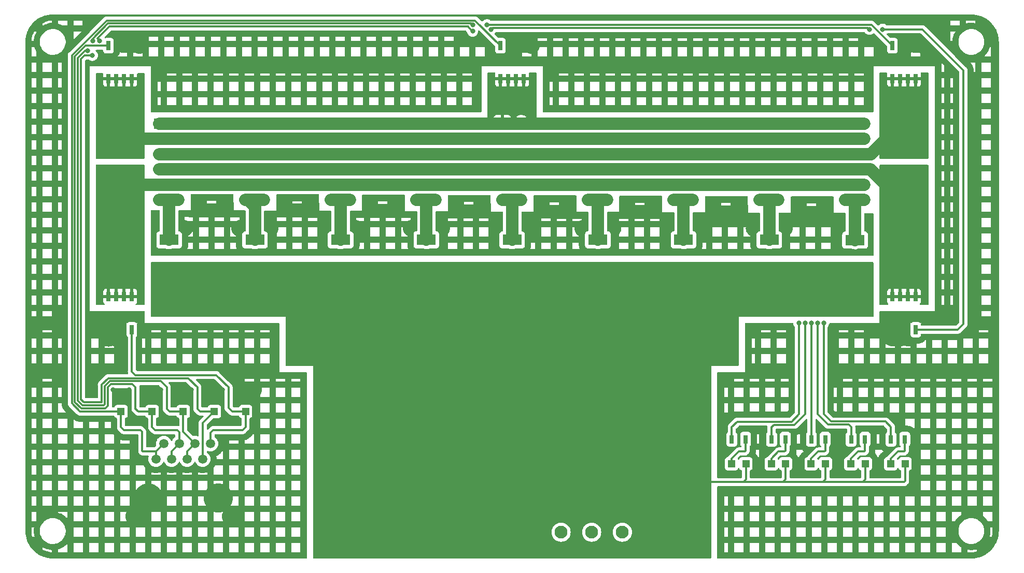
<source format=gbr>
%TF.GenerationSoftware,KiCad,Pcbnew,(6.0.10-0)*%
%TF.CreationDate,2023-01-04T14:52:53-08:00*%
%TF.ProjectId,rgbcct_module,72676263-6374-45f6-9d6f-64756c652e6b,1.0*%
%TF.SameCoordinates,Original*%
%TF.FileFunction,Copper,L1,Top*%
%TF.FilePolarity,Positive*%
%FSLAX46Y46*%
G04 Gerber Fmt 4.6, Leading zero omitted, Abs format (unit mm)*
G04 Created by KiCad (PCBNEW (6.0.10-0)) date 2023-01-04 14:52:53*
%MOMM*%
%LPD*%
G01*
G04 APERTURE LIST*
%TA.AperFunction,SMDPad,CuDef*%
%ADD10R,0.700000X1.525000*%
%TD*%
%TA.AperFunction,ComponentPad*%
%ADD11C,2.100000*%
%TD*%
%TA.AperFunction,SMDPad,CuDef*%
%ADD12R,3.150000X1.780000*%
%TD*%
%TA.AperFunction,SMDPad,CuDef*%
%ADD13R,0.750000X1.400000*%
%TD*%
%TA.AperFunction,ComponentPad*%
%ADD14C,2.400000*%
%TD*%
%TA.AperFunction,ComponentPad*%
%ADD15C,4.500000*%
%TD*%
%TA.AperFunction,ComponentPad*%
%ADD16C,1.500000*%
%TD*%
%TA.AperFunction,SMDPad,CuDef*%
%ADD17R,1.150000X1.150000*%
%TD*%
%TA.AperFunction,ComponentPad*%
%ADD18C,1.800000*%
%TD*%
%TA.AperFunction,ComponentPad*%
%ADD19R,1.800000X1.800000*%
%TD*%
%TA.AperFunction,ViaPad*%
%ADD20C,0.800000*%
%TD*%
%TA.AperFunction,Conductor*%
%ADD21C,0.300000*%
%TD*%
%TA.AperFunction,Conductor*%
%ADD22C,2.000000*%
%TD*%
G04 APERTURE END LIST*
D10*
%TO.P,Q3,8,D*%
%TO.N,BLUE_OUTPUT*%
X215657390Y-56978816D03*
%TO.P,Q3,7,D*%
X214387390Y-56978816D03*
%TO.P,Q3,6,D*%
X213117390Y-56978816D03*
%TO.P,Q3,5,D*%
X211847390Y-56978816D03*
%TO.P,Q3,4,G*%
%TO.N,BLUE_INPUT*%
X211847390Y-51554816D03*
%TO.P,Q3,3,S*%
%TO.N,GND*%
X213117390Y-51554816D03*
%TO.P,Q3,2,S*%
X214387390Y-51554816D03*
%TO.P,Q3,1,S*%
X215657390Y-51554816D03*
%TD*%
D11*
%TO.P,J11,3,Pin_3*%
%TO.N,+24V*%
X141752390Y-131131816D03*
%TO.P,J11,2,Pin_2*%
X136752390Y-131131816D03*
%TO.P,J11,1,Pin_1*%
X131752390Y-131131816D03*
%TD*%
D12*
%TO.P,F1,2*%
%TO.N,+24V*%
X93752390Y-88546816D03*
%TO.P,F1,1*%
%TO.N,Net-(F1-Pad1)*%
X93752390Y-83316816D03*
%TD*%
D13*
%TO.P,D101,2,A*%
%TO.N,Net-(D101-Pad2)*%
X187877390Y-115931816D03*
%TO.P,D101,1,K*%
%TO.N,RED_OUTPUT*%
X185627390Y-115931816D03*
%TD*%
D14*
%TO.P,J10,12*%
%TO.N,GND*%
X103927390Y-128576816D03*
%TO.P,J10,11*%
X88177390Y-128576816D03*
D15*
%TO.P,J10,10*%
X90337390Y-125526816D03*
%TO.P,J10,9*%
X101767390Y-125526816D03*
D16*
%TO.P,J10,8*%
%TO.N,WWHITE_INPUT*%
X100497390Y-116636816D03*
%TO.P,J10,7*%
%TO.N,WHITE_INPUT*%
X99227390Y-119176816D03*
%TO.P,J10,6*%
%TO.N,BLUE_INPUT*%
X97957390Y-116636816D03*
%TO.P,J10,5*%
X96687390Y-119176816D03*
%TO.P,J10,4*%
%TO.N,GREEN_INPUT*%
X95417390Y-116636816D03*
%TO.P,J10,3*%
X94147390Y-119176816D03*
%TO.P,J10,2*%
%TO.N,RED_INPUT*%
X92877390Y-116636816D03*
%TO.P,J10,1*%
X91607390Y-119176816D03*
%TD*%
D12*
%TO.P,F9,2*%
%TO.N,+24V*%
X205752390Y-88571816D03*
%TO.P,F9,1*%
%TO.N,Net-(F9-Pad1)*%
X205752390Y-83341816D03*
%TD*%
%TO.P,F5,2*%
%TO.N,+24V*%
X149752390Y-88546816D03*
%TO.P,F5,1*%
%TO.N,Net-(F5-Pad1)*%
X149752390Y-83316816D03*
%TD*%
D10*
%TO.P,Q1,8,D*%
%TO.N,RED_OUTPUT*%
X151657390Y-56978816D03*
%TO.P,Q1,7,D*%
X150387390Y-56978816D03*
%TO.P,Q1,6,D*%
X149117390Y-56978816D03*
%TO.P,Q1,5,D*%
X147847390Y-56978816D03*
%TO.P,Q1,4,G*%
%TO.N,RED_INPUT*%
X147847390Y-51554816D03*
%TO.P,Q1,3,S*%
%TO.N,GND*%
X149117390Y-51554816D03*
%TO.P,Q1,2,S*%
X150387390Y-51554816D03*
%TO.P,Q1,1,S*%
X151657390Y-51554816D03*
%TD*%
D17*
%TO.P,R5,2*%
%TO.N,GND*%
X106232390Y-109034316D03*
%TO.P,R5,1*%
%TO.N,WWHITE_INPUT*%
X106232390Y-111384316D03*
%TD*%
D13*
%TO.P,D105,2,A*%
%TO.N,Net-(D105-Pad2)*%
X213877390Y-115931816D03*
%TO.P,D105,1,K*%
%TO.N,WWHITE_OUTPUT*%
X211627390Y-115931816D03*
%TD*%
D12*
%TO.P,F2,2*%
%TO.N,+24V*%
X107752390Y-88546816D03*
%TO.P,F2,1*%
%TO.N,Net-(F2-Pad1)*%
X107752390Y-83316816D03*
%TD*%
D18*
%TO.P,J1,12,Pin_12*%
%TO.N,Net-(F1-Pad1)*%
X95252390Y-76791816D03*
%TO.P,J1,11,Pin_11*%
X92152390Y-76791816D03*
%TO.P,J1,10,Pin_10*%
%TO.N,WWHITE_OUTPUT*%
X95252390Y-74291816D03*
%TO.P,J1,9,Pin_9*%
X92152390Y-74291816D03*
%TO.P,J1,8,Pin_8*%
%TO.N,WHITE_OUTPUT*%
X95252390Y-71791816D03*
%TO.P,J1,7,Pin_7*%
X92152390Y-71791816D03*
%TO.P,J1,6,Pin_6*%
%TO.N,BLUE_OUTPUT*%
X95252390Y-69291816D03*
%TO.P,J1,5,Pin_5*%
X92152390Y-69291816D03*
%TO.P,J1,4,Pin_4*%
%TO.N,GREEN_OUTPUT*%
X95252390Y-66791816D03*
%TO.P,J1,3,Pin_3*%
X92152390Y-66791816D03*
%TO.P,J1,2,Pin_2*%
%TO.N,RED_OUTPUT*%
X95252390Y-64291816D03*
D19*
%TO.P,J1,1,Pin_1*%
X92152390Y-64291816D03*
%TD*%
D18*
%TO.P,J4,12,Pin_12*%
%TO.N,Net-(F4-Pad1)*%
X137252390Y-76766816D03*
%TO.P,J4,11,Pin_11*%
X134152390Y-76766816D03*
%TO.P,J4,10,Pin_10*%
%TO.N,WWHITE_OUTPUT*%
X137252390Y-74266816D03*
%TO.P,J4,9,Pin_9*%
X134152390Y-74266816D03*
%TO.P,J4,8,Pin_8*%
%TO.N,WHITE_OUTPUT*%
X137252390Y-71766816D03*
%TO.P,J4,7,Pin_7*%
X134152390Y-71766816D03*
%TO.P,J4,6,Pin_6*%
%TO.N,BLUE_OUTPUT*%
X137252390Y-69266816D03*
%TO.P,J4,5,Pin_5*%
X134152390Y-69266816D03*
%TO.P,J4,4,Pin_4*%
%TO.N,GREEN_OUTPUT*%
X137252390Y-66766816D03*
%TO.P,J4,3,Pin_3*%
X134152390Y-66766816D03*
%TO.P,J4,2,Pin_2*%
%TO.N,RED_OUTPUT*%
X137252390Y-64266816D03*
D19*
%TO.P,J4,1,Pin_1*%
X134152390Y-64266816D03*
%TD*%
D13*
%TO.P,D102,2,A*%
%TO.N,Net-(D102-Pad2)*%
X194377390Y-115931816D03*
%TO.P,D102,1,K*%
%TO.N,GREEN_OUTPUT*%
X192127390Y-115931816D03*
%TD*%
D10*
%TO.P,Q5,8,D*%
%TO.N,WWHITE_OUTPUT*%
X83847390Y-92574816D03*
%TO.P,Q5,7,D*%
X85117390Y-92574816D03*
%TO.P,Q5,6,D*%
X86387390Y-92574816D03*
%TO.P,Q5,5,D*%
X87657390Y-92574816D03*
%TO.P,Q5,4,G*%
%TO.N,WWHITE_INPUT*%
X87657390Y-97998816D03*
%TO.P,Q5,3,S*%
%TO.N,GND*%
X86387390Y-97998816D03*
%TO.P,Q5,2,S*%
X85117390Y-97998816D03*
%TO.P,Q5,1,S*%
X83847390Y-97998816D03*
%TD*%
D12*
%TO.P,F8,2*%
%TO.N,+24V*%
X191752390Y-88546816D03*
%TO.P,F8,1*%
%TO.N,Net-(F8-Pad1)*%
X191752390Y-83316816D03*
%TD*%
%TO.P,F4,2*%
%TO.N,+24V*%
X135752390Y-88521816D03*
%TO.P,F4,1*%
%TO.N,Net-(F4-Pad1)*%
X135752390Y-83291816D03*
%TD*%
D17*
%TO.P,R102,2*%
%TO.N,+24V*%
X194427390Y-119931816D03*
%TO.P,R102,1*%
%TO.N,Net-(D102-Pad2)*%
X192077390Y-119931816D03*
%TD*%
%TO.P,R2,2*%
%TO.N,GND*%
X90972390Y-109036816D03*
%TO.P,R2,1*%
%TO.N,GREEN_INPUT*%
X90972390Y-111386816D03*
%TD*%
%TO.P,R1,2*%
%TO.N,GND*%
X85892390Y-109036816D03*
%TO.P,R1,1*%
%TO.N,RED_INPUT*%
X85892390Y-111386816D03*
%TD*%
D18*
%TO.P,J6,12,Pin_12*%
%TO.N,Net-(F6-Pad1)*%
X165252390Y-76766816D03*
%TO.P,J6,11,Pin_11*%
X162152390Y-76766816D03*
%TO.P,J6,10,Pin_10*%
%TO.N,WWHITE_OUTPUT*%
X165252390Y-74266816D03*
%TO.P,J6,9,Pin_9*%
X162152390Y-74266816D03*
%TO.P,J6,8,Pin_8*%
%TO.N,WHITE_OUTPUT*%
X165252390Y-71766816D03*
%TO.P,J6,7,Pin_7*%
X162152390Y-71766816D03*
%TO.P,J6,6,Pin_6*%
%TO.N,BLUE_OUTPUT*%
X165252390Y-69266816D03*
%TO.P,J6,5,Pin_5*%
X162152390Y-69266816D03*
%TO.P,J6,4,Pin_4*%
%TO.N,GREEN_OUTPUT*%
X165252390Y-66766816D03*
%TO.P,J6,3,Pin_3*%
X162152390Y-66766816D03*
%TO.P,J6,2,Pin_2*%
%TO.N,RED_OUTPUT*%
X165252390Y-64266816D03*
D19*
%TO.P,J6,1,Pin_1*%
X162152390Y-64266816D03*
%TD*%
D10*
%TO.P,Q4,8,D*%
%TO.N,WHITE_OUTPUT*%
X211847390Y-92574816D03*
%TO.P,Q4,7,D*%
X213117390Y-92574816D03*
%TO.P,Q4,6,D*%
X214387390Y-92574816D03*
%TO.P,Q4,5,D*%
X215657390Y-92574816D03*
%TO.P,Q4,4,G*%
%TO.N,WHITE_INPUT*%
X215657390Y-97998816D03*
%TO.P,Q4,3,S*%
%TO.N,GND*%
X214387390Y-97998816D03*
%TO.P,Q4,2,S*%
X213117390Y-97998816D03*
%TO.P,Q4,1,S*%
X211847390Y-97998816D03*
%TD*%
D17*
%TO.P,R103,2*%
%TO.N,+24V*%
X200927390Y-119931816D03*
%TO.P,R103,1*%
%TO.N,Net-(D103-Pad2)*%
X198577390Y-119931816D03*
%TD*%
%TO.P,R101,2*%
%TO.N,+24V*%
X187927390Y-119931816D03*
%TO.P,R101,1*%
%TO.N,Net-(D101-Pad2)*%
X185577390Y-119931816D03*
%TD*%
D12*
%TO.P,F7,2*%
%TO.N,+24V*%
X177752390Y-88521816D03*
%TO.P,F7,1*%
%TO.N,Net-(F7-Pad1)*%
X177752390Y-83291816D03*
%TD*%
D17*
%TO.P,R105,2*%
%TO.N,+24V*%
X213927390Y-119931816D03*
%TO.P,R105,1*%
%TO.N,Net-(D105-Pad2)*%
X211577390Y-119931816D03*
%TD*%
D18*
%TO.P,J9,12,Pin_12*%
%TO.N,Net-(F9-Pad1)*%
X207252390Y-76791816D03*
%TO.P,J9,11,Pin_11*%
X204152390Y-76791816D03*
%TO.P,J9,10,Pin_10*%
%TO.N,WWHITE_OUTPUT*%
X207252390Y-74291816D03*
%TO.P,J9,9,Pin_9*%
X204152390Y-74291816D03*
%TO.P,J9,8,Pin_8*%
%TO.N,WHITE_OUTPUT*%
X207252390Y-71791816D03*
%TO.P,J9,7,Pin_7*%
X204152390Y-71791816D03*
%TO.P,J9,6,Pin_6*%
%TO.N,BLUE_OUTPUT*%
X207252390Y-69291816D03*
%TO.P,J9,5,Pin_5*%
X204152390Y-69291816D03*
%TO.P,J9,4,Pin_4*%
%TO.N,GREEN_OUTPUT*%
X207252390Y-66791816D03*
%TO.P,J9,3,Pin_3*%
X204152390Y-66791816D03*
%TO.P,J9,2,Pin_2*%
%TO.N,RED_OUTPUT*%
X207252390Y-64291816D03*
D19*
%TO.P,J9,1,Pin_1*%
X204152390Y-64291816D03*
%TD*%
D11*
%TO.P,J12,3,Pin_3*%
%TO.N,GND*%
X167752390Y-131131816D03*
%TO.P,J12,2,Pin_2*%
X162752390Y-131131816D03*
%TO.P,J12,1,Pin_1*%
X157752390Y-131131816D03*
%TD*%
D13*
%TO.P,D103,2,A*%
%TO.N,Net-(D103-Pad2)*%
X200877390Y-115931816D03*
%TO.P,D103,1,K*%
%TO.N,BLUE_OUTPUT*%
X198627390Y-115931816D03*
%TD*%
D18*
%TO.P,J2,12,Pin_12*%
%TO.N,Net-(F2-Pad1)*%
X109252390Y-76791816D03*
%TO.P,J2,11,Pin_11*%
X106152390Y-76791816D03*
%TO.P,J2,10,Pin_10*%
%TO.N,WWHITE_OUTPUT*%
X109252390Y-74291816D03*
%TO.P,J2,9,Pin_9*%
X106152390Y-74291816D03*
%TO.P,J2,8,Pin_8*%
%TO.N,WHITE_OUTPUT*%
X109252390Y-71791816D03*
%TO.P,J2,7,Pin_7*%
X106152390Y-71791816D03*
%TO.P,J2,6,Pin_6*%
%TO.N,BLUE_OUTPUT*%
X109252390Y-69291816D03*
%TO.P,J2,5,Pin_5*%
X106152390Y-69291816D03*
%TO.P,J2,4,Pin_4*%
%TO.N,GREEN_OUTPUT*%
X109252390Y-66791816D03*
%TO.P,J2,3,Pin_3*%
X106152390Y-66791816D03*
%TO.P,J2,2,Pin_2*%
%TO.N,RED_OUTPUT*%
X109252390Y-64291816D03*
D19*
%TO.P,J2,1,Pin_1*%
X106152390Y-64291816D03*
%TD*%
D17*
%TO.P,R104,2*%
%TO.N,+24V*%
X207427390Y-119931816D03*
%TO.P,R104,1*%
%TO.N,Net-(D104-Pad2)*%
X205077390Y-119931816D03*
%TD*%
D18*
%TO.P,J3,12,Pin_12*%
%TO.N,Net-(F3-Pad1)*%
X123252390Y-76791816D03*
%TO.P,J3,11,Pin_11*%
X120152390Y-76791816D03*
%TO.P,J3,10,Pin_10*%
%TO.N,WWHITE_OUTPUT*%
X123252390Y-74291816D03*
%TO.P,J3,9,Pin_9*%
X120152390Y-74291816D03*
%TO.P,J3,8,Pin_8*%
%TO.N,WHITE_OUTPUT*%
X123252390Y-71791816D03*
%TO.P,J3,7,Pin_7*%
X120152390Y-71791816D03*
%TO.P,J3,6,Pin_6*%
%TO.N,BLUE_OUTPUT*%
X123252390Y-69291816D03*
%TO.P,J3,5,Pin_5*%
X120152390Y-69291816D03*
%TO.P,J3,4,Pin_4*%
%TO.N,GREEN_OUTPUT*%
X123252390Y-66791816D03*
%TO.P,J3,3,Pin_3*%
X120152390Y-66791816D03*
%TO.P,J3,2,Pin_2*%
%TO.N,RED_OUTPUT*%
X123252390Y-64291816D03*
D19*
%TO.P,J3,1,Pin_1*%
X120152390Y-64291816D03*
%TD*%
D12*
%TO.P,F3,2*%
%TO.N,+24V*%
X121752390Y-88546816D03*
%TO.P,F3,1*%
%TO.N,Net-(F3-Pad1)*%
X121752390Y-83316816D03*
%TD*%
D13*
%TO.P,D104,2,A*%
%TO.N,Net-(D104-Pad2)*%
X207377390Y-115931816D03*
%TO.P,D104,1,K*%
%TO.N,WHITE_OUTPUT*%
X205127390Y-115931816D03*
%TD*%
D18*
%TO.P,J7,12,Pin_12*%
%TO.N,Net-(F7-Pad1)*%
X179252390Y-76766816D03*
%TO.P,J7,11,Pin_11*%
X176152390Y-76766816D03*
%TO.P,J7,10,Pin_10*%
%TO.N,WWHITE_OUTPUT*%
X179252390Y-74266816D03*
%TO.P,J7,9,Pin_9*%
X176152390Y-74266816D03*
%TO.P,J7,8,Pin_8*%
%TO.N,WHITE_OUTPUT*%
X179252390Y-71766816D03*
%TO.P,J7,7,Pin_7*%
X176152390Y-71766816D03*
%TO.P,J7,6,Pin_6*%
%TO.N,BLUE_OUTPUT*%
X179252390Y-69266816D03*
%TO.P,J7,5,Pin_5*%
X176152390Y-69266816D03*
%TO.P,J7,4,Pin_4*%
%TO.N,GREEN_OUTPUT*%
X179252390Y-66766816D03*
%TO.P,J7,3,Pin_3*%
X176152390Y-66766816D03*
%TO.P,J7,2,Pin_2*%
%TO.N,RED_OUTPUT*%
X179252390Y-64266816D03*
D19*
%TO.P,J7,1,Pin_1*%
X176152390Y-64266816D03*
%TD*%
D18*
%TO.P,J8,12,Pin_12*%
%TO.N,Net-(F8-Pad1)*%
X193252390Y-76791816D03*
%TO.P,J8,11,Pin_11*%
X190152390Y-76791816D03*
%TO.P,J8,10,Pin_10*%
%TO.N,WWHITE_OUTPUT*%
X193252390Y-74291816D03*
%TO.P,J8,9,Pin_9*%
X190152390Y-74291816D03*
%TO.P,J8,8,Pin_8*%
%TO.N,WHITE_OUTPUT*%
X193252390Y-71791816D03*
%TO.P,J8,7,Pin_7*%
X190152390Y-71791816D03*
%TO.P,J8,6,Pin_6*%
%TO.N,BLUE_OUTPUT*%
X193252390Y-69291816D03*
%TO.P,J8,5,Pin_5*%
X190152390Y-69291816D03*
%TO.P,J8,4,Pin_4*%
%TO.N,GREEN_OUTPUT*%
X193252390Y-66791816D03*
%TO.P,J8,3,Pin_3*%
X190152390Y-66791816D03*
%TO.P,J8,2,Pin_2*%
%TO.N,RED_OUTPUT*%
X193252390Y-64291816D03*
D19*
%TO.P,J8,1,Pin_1*%
X190152390Y-64291816D03*
%TD*%
D12*
%TO.P,F6,2*%
%TO.N,+24V*%
X163752390Y-88521816D03*
%TO.P,F6,1*%
%TO.N,Net-(F6-Pad1)*%
X163752390Y-83291816D03*
%TD*%
D18*
%TO.P,J5,12,Pin_12*%
%TO.N,Net-(F5-Pad1)*%
X151252390Y-76791816D03*
%TO.P,J5,11,Pin_11*%
X148152390Y-76791816D03*
%TO.P,J5,10,Pin_10*%
%TO.N,WWHITE_OUTPUT*%
X151252390Y-74291816D03*
%TO.P,J5,9,Pin_9*%
X148152390Y-74291816D03*
%TO.P,J5,8,Pin_8*%
%TO.N,WHITE_OUTPUT*%
X151252390Y-71791816D03*
%TO.P,J5,7,Pin_7*%
X148152390Y-71791816D03*
%TO.P,J5,6,Pin_6*%
%TO.N,BLUE_OUTPUT*%
X151252390Y-69291816D03*
%TO.P,J5,5,Pin_5*%
X148152390Y-69291816D03*
%TO.P,J5,4,Pin_4*%
%TO.N,GREEN_OUTPUT*%
X151252390Y-66791816D03*
%TO.P,J5,3,Pin_3*%
X148152390Y-66791816D03*
%TO.P,J5,2,Pin_2*%
%TO.N,RED_OUTPUT*%
X151252390Y-64291816D03*
D19*
%TO.P,J5,1,Pin_1*%
X148152390Y-64291816D03*
%TD*%
D17*
%TO.P,R4,2*%
%TO.N,GND*%
X101132390Y-109036816D03*
%TO.P,R4,1*%
%TO.N,WHITE_INPUT*%
X101132390Y-111386816D03*
%TD*%
%TO.P,R3,2*%
%TO.N,GND*%
X96052390Y-109036816D03*
%TO.P,R3,1*%
%TO.N,BLUE_INPUT*%
X96052390Y-111386816D03*
%TD*%
D10*
%TO.P,Q2,8,D*%
%TO.N,GREEN_OUTPUT*%
X87657390Y-56978816D03*
%TO.P,Q2,7,D*%
X86387390Y-56978816D03*
%TO.P,Q2,6,D*%
X85117390Y-56978816D03*
%TO.P,Q2,5,D*%
X83847390Y-56978816D03*
%TO.P,Q2,4,G*%
%TO.N,GREEN_INPUT*%
X83847390Y-51554816D03*
%TO.P,Q2,3,S*%
%TO.N,GND*%
X85117390Y-51554816D03*
%TO.P,Q2,2,S*%
X86387390Y-51554816D03*
%TO.P,Q2,1,S*%
X87657390Y-51554816D03*
%TD*%
D20*
%TO.N,GND*%
X107552390Y-107831816D03*
X104852390Y-107831816D03*
X102452390Y-107831816D03*
X99752390Y-107831816D03*
X97352390Y-107831816D03*
X94752390Y-107831816D03*
X92352390Y-107831816D03*
X89652390Y-107831816D03*
X87252390Y-107831816D03*
X84552390Y-107831816D03*
X208252390Y-81431816D03*
X203252390Y-81431816D03*
X194252390Y-81431816D03*
X189252390Y-81431816D03*
X180252390Y-81431816D03*
X175252390Y-81431816D03*
X166252390Y-81431816D03*
X161252390Y-81431816D03*
X152252390Y-81431816D03*
X147252390Y-81431816D03*
X138252390Y-81431816D03*
X133252390Y-81431816D03*
X124252390Y-81431816D03*
X119252390Y-81431816D03*
X110252390Y-81431816D03*
X105252390Y-81431816D03*
X91252390Y-81431816D03*
X96252390Y-81431816D03*
%TO.N,RED_OUTPUT*%
X196602390Y-96931816D03*
X196602390Y-64291816D03*
%TO.N,GREEN_OUTPUT*%
X197602390Y-96931816D03*
X197602390Y-66806816D03*
%TO.N,BLUE_OUTPUT*%
X198627390Y-96931816D03*
X198642390Y-69291816D03*
%TO.N,WHITE_OUTPUT*%
X199627390Y-96931816D03*
X199617390Y-71791816D03*
%TO.N,WWHITE_OUTPUT*%
X200642390Y-74291816D03*
X200627390Y-96931816D03*
%TO.N,BLUE_INPUT*%
X145652390Y-48131816D03*
X80402390Y-52381816D03*
X143308413Y-48181316D03*
X81252390Y-50805316D03*
%TO.N,WHITE_INPUT*%
X82352390Y-50805316D03*
X146270108Y-48917580D03*
X143302080Y-49180798D03*
X208108413Y-48881316D03*
X81202390Y-53131816D03*
X210252390Y-48881816D03*
%TO.N,GND*%
X210402390Y-98006816D03*
X85102390Y-99431816D03*
X152902390Y-51556816D03*
X213152390Y-99406816D03*
X83852390Y-99431816D03*
X211852390Y-99406816D03*
X215652390Y-50131816D03*
X150377390Y-50131816D03*
X213127390Y-50131816D03*
X87652390Y-50131816D03*
X151652390Y-50131816D03*
X216902390Y-51556816D03*
X214402390Y-50131816D03*
X85127390Y-50131816D03*
X149127390Y-50131816D03*
X86402390Y-50131816D03*
X82577390Y-98006816D03*
X88902390Y-51556816D03*
X86352390Y-99431816D03*
X214402390Y-99406816D03*
%TD*%
D21*
%TO.N,GND*%
X104852390Y-107831816D02*
X105812390Y-107831816D01*
X105812390Y-107831816D02*
X106232390Y-108251816D01*
X106232390Y-109034316D02*
X106232390Y-108251816D01*
X106232390Y-108251816D02*
X106652390Y-107831816D01*
X106652390Y-107831816D02*
X107552390Y-107831816D01*
X99752390Y-107831816D02*
X100712390Y-107831816D01*
X100712390Y-107831816D02*
X101132390Y-108251816D01*
X101132390Y-109036816D02*
X101132390Y-108251816D01*
X101132390Y-108251816D02*
X101552390Y-107831816D01*
X101552390Y-107831816D02*
X102452390Y-107831816D01*
X94752390Y-107831816D02*
X95652390Y-107831816D01*
X95652390Y-107831816D02*
X96052390Y-108231816D01*
X96052390Y-109036816D02*
X96052390Y-108231816D01*
X96052390Y-108231816D02*
X96452390Y-107831816D01*
X96452390Y-107831816D02*
X97352390Y-107831816D01*
X89652390Y-107831816D02*
X90592390Y-107831816D01*
X90592390Y-107831816D02*
X90972390Y-108211816D01*
X90972390Y-109036816D02*
X90972390Y-108211816D01*
X91352390Y-107831816D02*
X92352390Y-107831816D01*
X90972390Y-108211816D02*
X91352390Y-107831816D01*
X84552390Y-107831816D02*
X85532390Y-107831816D01*
X85532390Y-107831816D02*
X85892390Y-108191816D01*
X85892390Y-109036816D02*
X85892390Y-108191816D01*
X85892390Y-108191816D02*
X86252390Y-107831816D01*
X86252390Y-107831816D02*
X87252390Y-107831816D01*
%TO.N,RED_OUTPUT*%
X185627390Y-113931816D02*
X185627390Y-115931816D01*
X196602390Y-96931816D02*
X196602390Y-111831816D01*
D22*
X196602390Y-64291816D02*
X207252390Y-64291816D01*
D21*
X196602390Y-111831816D02*
X195377390Y-113056816D01*
X195377390Y-113056816D02*
X186502390Y-113056816D01*
X186502390Y-113056816D02*
X185627390Y-113931816D01*
D22*
X92152390Y-64291816D02*
X196602390Y-64291816D01*
D21*
%TO.N,Net-(D101-Pad2)*%
X186752390Y-117931816D02*
X187752390Y-117931816D01*
X187752390Y-117931816D02*
X187877390Y-117806816D01*
X187877390Y-117806816D02*
X187877390Y-115931816D01*
X185577390Y-119931816D02*
X185577390Y-119106816D01*
X185577390Y-119106816D02*
X186752390Y-117931816D01*
%TO.N,GREEN_OUTPUT*%
X195877390Y-113556816D02*
X192502390Y-113556816D01*
X197602390Y-111831816D02*
X195877390Y-113556816D01*
X197602390Y-111831816D02*
X197602390Y-96931816D01*
X192502390Y-113556816D02*
X192127390Y-113931816D01*
D22*
X197617390Y-66791816D02*
X207252390Y-66791816D01*
X197587390Y-66791816D02*
X197602390Y-66806816D01*
X92152390Y-66791816D02*
X89212390Y-66791816D01*
X92152390Y-66791816D02*
X197587390Y-66791816D01*
X197602390Y-66806816D02*
X197617390Y-66791816D01*
D21*
X192127390Y-113931816D02*
X192127390Y-115931816D01*
%TO.N,Net-(D102-Pad2)*%
X192077390Y-119931816D02*
X192077390Y-119106816D01*
X194377390Y-117806816D02*
X194377390Y-115931816D01*
X192077390Y-119106816D02*
X193252390Y-117931816D01*
X194252390Y-117931816D02*
X194377390Y-117806816D01*
X193252390Y-117931816D02*
X194252390Y-117931816D01*
%TO.N,BLUE_OUTPUT*%
X198627390Y-115931816D02*
X198627390Y-96931816D01*
D22*
X207252390Y-69291816D02*
X208332390Y-69291816D01*
X92152390Y-69291816D02*
X198642390Y-69291816D01*
X208332390Y-69291816D02*
X210752390Y-66871816D01*
X198642390Y-69291816D02*
X207252390Y-69291816D01*
D21*
%TO.N,Net-(D103-Pad2)*%
X198577390Y-119106816D02*
X199752390Y-117931816D01*
X199752390Y-117931816D02*
X200752390Y-117931816D01*
X200877390Y-117806816D02*
X200877390Y-115931816D01*
X200752390Y-117931816D02*
X200877390Y-117806816D01*
X198577390Y-119931816D02*
X198577390Y-119106816D01*
D22*
%TO.N,WHITE_OUTPUT*%
X208282390Y-71791816D02*
X211022390Y-74531816D01*
D21*
X205127390Y-113931816D02*
X205127390Y-115931816D01*
X201352390Y-113531816D02*
X204727390Y-113531816D01*
D22*
X92152390Y-71791816D02*
X199617390Y-71791816D01*
X211022390Y-74531816D02*
X211052390Y-74531816D01*
D21*
X199627390Y-111806816D02*
X201352390Y-113531816D01*
D22*
X199617390Y-71791816D02*
X207252390Y-71791816D01*
D21*
X204727390Y-113531816D02*
X205127390Y-113931816D01*
D22*
X207252390Y-71791816D02*
X208282390Y-71791816D01*
D21*
X199627390Y-111806816D02*
X199627390Y-96931816D01*
%TO.N,Net-(D104-Pad2)*%
X207377390Y-117806816D02*
X207377390Y-115931816D01*
X206252390Y-117931816D02*
X207252390Y-117931816D01*
X207252390Y-117931816D02*
X207377390Y-117806816D01*
X205077390Y-119106816D02*
X206252390Y-117931816D01*
X205077390Y-119931816D02*
X205077390Y-119106816D01*
%TO.N,WWHITE_OUTPUT*%
X200627390Y-111806816D02*
X201852390Y-113031816D01*
X211627390Y-113931816D02*
X211627390Y-115931816D01*
D22*
X92152390Y-74291816D02*
X200642390Y-74291816D01*
D21*
X210727390Y-113031816D02*
X211627390Y-113931816D01*
D22*
X92152390Y-74291816D02*
X89192390Y-74291816D01*
D21*
X201852390Y-113031816D02*
X210727390Y-113031816D01*
X200627390Y-111806816D02*
X200627390Y-96931816D01*
D22*
X200642390Y-74291816D02*
X207252390Y-74291816D01*
D21*
%TO.N,Net-(D105-Pad2)*%
X212752390Y-117931816D02*
X213752390Y-117931816D01*
X213877390Y-117806816D02*
X213877390Y-115931816D01*
X211577390Y-119931816D02*
X211577390Y-119106816D01*
X211577390Y-119106816D02*
X212752390Y-117931816D01*
X213752390Y-117931816D02*
X213877390Y-117806816D01*
D22*
%TO.N,Net-(F1-Pad1)*%
X93612390Y-76791816D02*
X95252390Y-76791816D01*
X93752390Y-83316816D02*
X93752390Y-76931816D01*
X92152390Y-76791816D02*
X93612390Y-76791816D01*
X93752390Y-76931816D02*
X93612390Y-76791816D01*
D21*
%TO.N,+24V*%
X213927390Y-122756816D02*
X213752390Y-122931816D01*
X200502390Y-122931816D02*
X207002390Y-122931816D01*
X194427390Y-122506816D02*
X194002390Y-122931816D01*
X187502390Y-122931816D02*
X194002390Y-122931816D01*
X207427390Y-122506816D02*
X207002390Y-122931816D01*
X187502390Y-122931816D02*
X181752390Y-122931816D01*
X200927390Y-122506816D02*
X200502390Y-122931816D01*
X194427390Y-119931816D02*
X194427390Y-122506816D01*
X207427390Y-119931816D02*
X207427390Y-122506816D01*
X213752390Y-122931816D02*
X207002390Y-122931816D01*
X187927390Y-122506816D02*
X187752390Y-122681816D01*
X187927390Y-119931816D02*
X187927390Y-122506816D01*
X194002390Y-122931816D02*
X200502390Y-122931816D01*
X200927390Y-119931816D02*
X200927390Y-122506816D01*
X213927390Y-119931816D02*
X213927390Y-122756816D01*
X187752390Y-122681816D02*
X187502390Y-122931816D01*
D22*
%TO.N,Net-(F2-Pad1)*%
X106612390Y-76791816D02*
X109252390Y-76791816D01*
X107752390Y-83316816D02*
X107752390Y-77931816D01*
X107752390Y-77931816D02*
X106612390Y-76791816D01*
X106152390Y-76791816D02*
X106612390Y-76791816D01*
%TO.N,Net-(F3-Pad1)*%
X121752390Y-83316816D02*
X121752390Y-76931816D01*
X121892390Y-76791816D02*
X123252390Y-76791816D01*
X121752390Y-76931816D02*
X121892390Y-76791816D01*
X120152390Y-76791816D02*
X121892390Y-76791816D01*
%TO.N,Net-(F4-Pad1)*%
X134152390Y-76766816D02*
X135917390Y-76766816D01*
X135752390Y-83291816D02*
X135752390Y-76931816D01*
X135917390Y-76766816D02*
X137252390Y-76766816D01*
X135752390Y-76931816D02*
X135917390Y-76766816D01*
%TO.N,Net-(F5-Pad1)*%
X149752390Y-83316816D02*
X149752390Y-76931816D01*
X149752390Y-76931816D02*
X149892390Y-76791816D01*
X149892390Y-76791816D02*
X151252390Y-76791816D01*
X148152390Y-76791816D02*
X149892390Y-76791816D01*
%TO.N,Net-(F6-Pad1)*%
X163752390Y-76931816D02*
X163917390Y-76766816D01*
X163917390Y-76766816D02*
X165252390Y-76766816D01*
X162152390Y-76766816D02*
X163917390Y-76766816D01*
X163752390Y-83291816D02*
X163752390Y-76931816D01*
%TO.N,Net-(F7-Pad1)*%
X177752390Y-83291816D02*
X177752390Y-76931816D01*
X177752390Y-76931816D02*
X177917390Y-76766816D01*
X176152390Y-76766816D02*
X177917390Y-76766816D01*
X177917390Y-76766816D02*
X179252390Y-76766816D01*
%TO.N,Net-(F8-Pad1)*%
X191752390Y-76931816D02*
X191892390Y-76791816D01*
X191892390Y-76791816D02*
X193252390Y-76791816D01*
X190152390Y-76791816D02*
X191892390Y-76791816D01*
X191752390Y-83316816D02*
X191752390Y-76931816D01*
%TO.N,Net-(F9-Pad1)*%
X205612390Y-76791816D02*
X207252390Y-76791816D01*
X205752390Y-83341816D02*
X205752390Y-76931816D01*
X205752390Y-76931816D02*
X205612390Y-76791816D01*
X204152390Y-76791816D02*
X205612390Y-76791816D01*
D21*
%TO.N,RED_INPUT*%
X147847390Y-51554816D02*
X143724390Y-47431816D01*
X91607390Y-117906816D02*
X89427390Y-117906816D01*
X79207390Y-111386816D02*
X85892390Y-111386816D01*
X91607390Y-117906816D02*
X92877390Y-116636816D01*
X77855943Y-110035369D02*
X79207390Y-111386816D01*
X89352390Y-117831816D02*
X89352390Y-114731816D01*
X85892390Y-113971816D02*
X85892390Y-111386816D01*
X89052390Y-114431816D02*
X86352390Y-114431816D01*
X83545283Y-47431816D02*
X77855943Y-53121156D01*
X89427390Y-117906816D02*
X89352390Y-117831816D01*
X77855943Y-53121156D02*
X77855943Y-110035369D01*
X91607390Y-119176816D02*
X91607390Y-117906816D01*
X89352390Y-114731816D02*
X89052390Y-114431816D01*
X143724390Y-47431816D02*
X83545283Y-47431816D01*
X86352390Y-114431816D02*
X85892390Y-113971816D01*
%TO.N,GREEN_INPUT*%
X88707390Y-111386816D02*
X88252390Y-110931816D01*
X88252390Y-110931816D02*
X88252390Y-107431816D01*
X83297390Y-110886816D02*
X79414496Y-110886816D01*
X95417390Y-116636816D02*
X95417390Y-114796816D01*
X95052390Y-114431816D02*
X91452390Y-114431816D01*
X94147390Y-117906816D02*
X95417390Y-116636816D01*
X84252390Y-106931816D02*
X83752390Y-107431816D01*
X83752390Y-107431816D02*
X83752390Y-110431816D01*
X91452390Y-114431816D02*
X90972390Y-113951816D01*
X83752390Y-110431816D02*
X83297390Y-110886816D01*
X78355943Y-109828263D02*
X78355943Y-53328263D01*
X94147390Y-119176816D02*
X94147390Y-117906816D01*
X87752390Y-106931816D02*
X84252390Y-106931816D01*
X88252390Y-107431816D02*
X87752390Y-106931816D01*
X90972390Y-113951816D02*
X90972390Y-111386816D01*
X90972390Y-111386816D02*
X88707390Y-111386816D01*
X78355943Y-53328263D02*
X80129390Y-51554816D01*
X95417390Y-114796816D02*
X95052390Y-114431816D01*
X79414496Y-110886816D02*
X78355943Y-109828263D01*
X80129390Y-51554816D02*
X83847390Y-51554816D01*
%TO.N,BLUE_INPUT*%
X83090284Y-110386816D02*
X83248837Y-110228263D01*
X80402390Y-52381816D02*
X80009496Y-52381816D01*
X93807390Y-111386816D02*
X96052390Y-111386816D01*
X81202389Y-50755315D02*
X81252390Y-50805316D01*
X96687390Y-117906816D02*
X97957390Y-116636816D01*
X81202389Y-50481816D02*
X81202389Y-50755315D01*
X93352390Y-110931816D02*
X93807390Y-111386816D01*
X83248837Y-110228263D02*
X83248837Y-107228263D01*
X78855943Y-53535369D02*
X78855943Y-109621157D01*
X143058913Y-47931816D02*
X83752389Y-47931816D01*
X83752389Y-47931816D02*
X81202389Y-50481816D01*
X92352390Y-106431816D02*
X93352390Y-107431816D01*
X96052390Y-111386816D02*
X96052390Y-114731816D01*
X96052390Y-114731816D02*
X97957390Y-116636816D01*
X143062466Y-47935369D02*
X143308413Y-48181316D01*
X93352390Y-107431816D02*
X93352390Y-110931816D01*
X145652390Y-48131816D02*
X208424390Y-48131816D01*
X79621602Y-110386816D02*
X83090284Y-110386816D01*
X143308413Y-48181316D02*
X143058913Y-47931816D01*
X78855943Y-109621157D02*
X79621602Y-110386816D01*
X96687390Y-119176816D02*
X96687390Y-117906816D01*
X208424390Y-48131816D02*
X211847390Y-51554816D01*
X84045284Y-106431816D02*
X92352390Y-106431816D01*
X80009496Y-52381816D02*
X78855943Y-53535369D01*
X83248837Y-107228263D02*
X84045284Y-106431816D01*
%TO.N,WHITE_INPUT*%
X83959494Y-48431816D02*
X82005942Y-50385368D01*
X216752390Y-48881816D02*
X223452390Y-55581816D01*
X79828708Y-109886816D02*
X82748837Y-109886816D01*
X83838178Y-105931816D02*
X96852390Y-105931816D01*
X79355943Y-53742475D02*
X79355943Y-109414051D01*
X142553098Y-48431816D02*
X142553098Y-48486662D01*
X223452390Y-55581816D02*
X223452390Y-97081816D01*
X79355943Y-109414051D02*
X79828708Y-109886816D01*
X98807390Y-111386816D02*
X101132390Y-111386816D01*
X146555872Y-48631816D02*
X153602390Y-48631816D01*
X82005942Y-50385368D02*
X82352390Y-50731816D01*
X146270108Y-48917580D02*
X146555872Y-48631816D01*
X98352390Y-110931816D02*
X98807390Y-111386816D01*
X99227390Y-113291816D02*
X101132390Y-111386816D01*
X153602390Y-48631816D02*
X207858913Y-48631816D01*
X223452390Y-97081816D02*
X222535390Y-97998816D01*
X82748837Y-107021157D02*
X83838178Y-105931816D01*
X81202390Y-53131816D02*
X79966602Y-53131816D01*
X222535390Y-97998816D02*
X215657390Y-97998816D01*
X98352390Y-107431816D02*
X98352390Y-110931816D01*
X207858913Y-48631816D02*
X208108413Y-48881316D01*
X79966602Y-53131816D02*
X79355943Y-53742475D01*
X142553098Y-48486662D02*
X143247234Y-49180798D01*
X82748837Y-109886816D02*
X82748837Y-107021157D01*
X143247234Y-49180798D02*
X143302080Y-49180798D01*
X142553098Y-48431816D02*
X83959494Y-48431816D01*
X96852390Y-105931816D02*
X98352390Y-107431816D01*
X82352390Y-50731816D02*
X82352390Y-50805316D01*
X210252390Y-48881816D02*
X216752390Y-48881816D01*
X99227390Y-119176816D02*
X99227390Y-113291816D01*
%TO.N,WWHITE_INPUT*%
X104054890Y-111384316D02*
X106232390Y-111384316D01*
X100497390Y-116636816D02*
X100497390Y-114886816D01*
X103452390Y-107431816D02*
X101452390Y-105431816D01*
X88252390Y-105431816D02*
X87657390Y-104836816D01*
X103452390Y-110781816D02*
X103452390Y-107431816D01*
X101452390Y-105431816D02*
X88252390Y-105431816D01*
X87657390Y-104836816D02*
X87657390Y-97998816D01*
X104054890Y-111384316D02*
X103452390Y-110781816D01*
X105752390Y-114431816D02*
X106232390Y-113951816D01*
X100952390Y-114431816D02*
X105752390Y-114431816D01*
X100497390Y-114886816D02*
X100952390Y-114431816D01*
X106232390Y-113951816D02*
X106232390Y-111384316D01*
%TO.N,GND*%
X151657390Y-50136816D02*
X151652390Y-50131816D01*
X213117390Y-97998816D02*
X213117390Y-99371816D01*
X213117390Y-99371816D02*
X213152390Y-99406816D01*
X85117390Y-51554816D02*
X87657390Y-51554816D01*
X214387390Y-51554816D02*
X214387390Y-50146816D01*
X211847390Y-97998816D02*
X211847390Y-99401816D01*
X85117390Y-51554816D02*
X85117390Y-50141816D01*
X210410390Y-97998816D02*
X210402390Y-98006816D01*
X152900390Y-51554816D02*
X152902390Y-51556816D01*
X150387390Y-51554816D02*
X150387390Y-50141816D01*
X88900390Y-51554816D02*
X88902390Y-51556816D01*
X214387390Y-50146816D02*
X214402390Y-50131816D01*
X214387390Y-97998816D02*
X214387390Y-99391816D01*
X213117390Y-51554816D02*
X213117390Y-50141816D01*
X213117390Y-50141816D02*
X213127390Y-50131816D01*
X85117390Y-50141816D02*
X85127390Y-50131816D01*
X151657390Y-51554816D02*
X151657390Y-50136816D01*
X86387390Y-50146816D02*
X86402390Y-50131816D01*
X216900390Y-51554816D02*
X216902390Y-51556816D01*
X87657390Y-50136816D02*
X87652390Y-50131816D01*
X214387390Y-99391816D02*
X214402390Y-99406816D01*
X151657390Y-51554816D02*
X152900390Y-51554816D01*
X211847390Y-99401816D02*
X211852390Y-99406816D01*
X213117390Y-51554816D02*
X215657390Y-51554816D01*
X214387390Y-97998816D02*
X211847390Y-97998816D01*
X87657390Y-51554816D02*
X87657390Y-50136816D01*
X86387390Y-97998816D02*
X83847390Y-97998816D01*
X83847390Y-99426816D02*
X83847390Y-97998816D01*
X215657390Y-50136816D02*
X215652390Y-50131816D01*
X86387390Y-51554816D02*
X86387390Y-50146816D01*
X149117390Y-51554816D02*
X149117390Y-50141816D01*
X85117390Y-97998816D02*
X85117390Y-99416816D01*
X215657390Y-51554816D02*
X215657390Y-50136816D01*
X86387390Y-99396816D02*
X86352390Y-99431816D01*
X86387390Y-97998816D02*
X86387390Y-99396816D01*
X149117390Y-50141816D02*
X149127390Y-50131816D01*
X149117390Y-51554816D02*
X151657390Y-51554816D01*
X82585390Y-97998816D02*
X83847390Y-97998816D01*
X85117390Y-99416816D02*
X85102390Y-99431816D01*
X150387390Y-50141816D02*
X150377390Y-50131816D01*
X215657390Y-51554816D02*
X216900390Y-51554816D01*
X83852390Y-99431816D02*
X83847390Y-99426816D01*
X211847390Y-97998816D02*
X210410390Y-97998816D01*
X82577390Y-98006816D02*
X82585390Y-97998816D01*
X87657390Y-51554816D02*
X88900390Y-51554816D01*
%TD*%
%TA.AperFunction,Conductor*%
%TO.N,+24V*%
G36*
X208694511Y-86951818D02*
G01*
X208741004Y-87005474D01*
X208752390Y-87057816D01*
X208752390Y-95805816D01*
X208732388Y-95873937D01*
X208678732Y-95920430D01*
X208626390Y-95931816D01*
X90878390Y-95931816D01*
X90810269Y-95911814D01*
X90763776Y-95858158D01*
X90752390Y-95805816D01*
X90752390Y-87057816D01*
X90772392Y-86989695D01*
X90826048Y-86943202D01*
X90878390Y-86931816D01*
X208626390Y-86931816D01*
X208694511Y-86951818D01*
G37*
%TD.AperFunction*%
%TD*%
%TA.AperFunction,Conductor*%
%TO.N,GND*%
G36*
X144411841Y-49053283D02*
G01*
X144428831Y-49067517D01*
X146951985Y-51590671D01*
X146986011Y-51652983D01*
X146988890Y-51679766D01*
X146988890Y-52365450D01*
X146995645Y-52427632D01*
X147046775Y-52564021D01*
X147134129Y-52680577D01*
X147250685Y-52767931D01*
X147387074Y-52819061D01*
X147449256Y-52825816D01*
X148245524Y-52825816D01*
X148307706Y-52819061D01*
X148444095Y-52767931D01*
X148560651Y-52680577D01*
X148648005Y-52564021D01*
X148699135Y-52427632D01*
X148705890Y-52365450D01*
X148705890Y-50744182D01*
X148699135Y-50682000D01*
X148693490Y-50666943D01*
X153910390Y-50666943D01*
X153926553Y-50683106D01*
X153940671Y-50699930D01*
X153981553Y-50758316D01*
X155436390Y-50758316D01*
X156450390Y-50758316D01*
X157976390Y-50758316D01*
X158990390Y-50758316D01*
X160516390Y-50758316D01*
X161530390Y-50758316D01*
X163056390Y-50758316D01*
X164070390Y-50758316D01*
X165596390Y-50758316D01*
X166610390Y-50758316D01*
X168136390Y-50758316D01*
X169150390Y-50758316D01*
X170676390Y-50758316D01*
X171690390Y-50758316D01*
X173216390Y-50758316D01*
X174230390Y-50758316D01*
X175756390Y-50758316D01*
X176770390Y-50758316D01*
X178296390Y-50758316D01*
X179310390Y-50758316D01*
X180836390Y-50758316D01*
X181850390Y-50758316D01*
X183376390Y-50758316D01*
X184390390Y-50758316D01*
X185916390Y-50758316D01*
X186930390Y-50758316D01*
X188456390Y-50758316D01*
X189470390Y-50758316D01*
X190996390Y-50758316D01*
X192010390Y-50758316D01*
X193536390Y-50758316D01*
X194550390Y-50758316D01*
X196076390Y-50758316D01*
X197090390Y-50758316D01*
X198616390Y-50758316D01*
X199630390Y-50758316D01*
X201156390Y-50758316D01*
X202170390Y-50758316D01*
X203696390Y-50758316D01*
X204710390Y-50758316D01*
X206236390Y-50758316D01*
X206236390Y-50304316D01*
X204710390Y-50304316D01*
X204710390Y-50758316D01*
X203696390Y-50758316D01*
X203696390Y-50304316D01*
X202170390Y-50304316D01*
X202170390Y-50758316D01*
X201156390Y-50758316D01*
X201156390Y-50304316D01*
X199630390Y-50304316D01*
X199630390Y-50758316D01*
X198616390Y-50758316D01*
X198616390Y-50304316D01*
X197090390Y-50304316D01*
X197090390Y-50758316D01*
X196076390Y-50758316D01*
X196076390Y-50304316D01*
X194550390Y-50304316D01*
X194550390Y-50758316D01*
X193536390Y-50758316D01*
X193536390Y-50304316D01*
X192010390Y-50304316D01*
X192010390Y-50758316D01*
X190996390Y-50758316D01*
X190996390Y-50304316D01*
X189470390Y-50304316D01*
X189470390Y-50758316D01*
X188456390Y-50758316D01*
X188456390Y-50304316D01*
X186930390Y-50304316D01*
X186930390Y-50758316D01*
X185916390Y-50758316D01*
X185916390Y-50304316D01*
X184390390Y-50304316D01*
X184390390Y-50758316D01*
X183376390Y-50758316D01*
X183376390Y-50304316D01*
X181850390Y-50304316D01*
X181850390Y-50758316D01*
X180836390Y-50758316D01*
X180836390Y-50304316D01*
X179310390Y-50304316D01*
X179310390Y-50758316D01*
X178296390Y-50758316D01*
X178296390Y-50304316D01*
X176770390Y-50304316D01*
X176770390Y-50758316D01*
X175756390Y-50758316D01*
X175756390Y-50304316D01*
X174230390Y-50304316D01*
X174230390Y-50758316D01*
X173216390Y-50758316D01*
X173216390Y-50304316D01*
X171690390Y-50304316D01*
X171690390Y-50758316D01*
X170676390Y-50758316D01*
X170676390Y-50304316D01*
X169150390Y-50304316D01*
X169150390Y-50758316D01*
X168136390Y-50758316D01*
X168136390Y-50304316D01*
X166610390Y-50304316D01*
X166610390Y-50758316D01*
X165596390Y-50758316D01*
X165596390Y-50304316D01*
X164070390Y-50304316D01*
X164070390Y-50758316D01*
X163056390Y-50758316D01*
X163056390Y-50304316D01*
X161530390Y-50304316D01*
X161530390Y-50758316D01*
X160516390Y-50758316D01*
X160516390Y-50304316D01*
X158990390Y-50304316D01*
X158990390Y-50758316D01*
X157976390Y-50758316D01*
X157976390Y-50304316D01*
X156450390Y-50304316D01*
X156450390Y-50758316D01*
X155436390Y-50758316D01*
X155436390Y-50304316D01*
X153910390Y-50304316D01*
X153910390Y-50666943D01*
X148693490Y-50666943D01*
X148648005Y-50545611D01*
X148560651Y-50429055D01*
X148444095Y-50341701D01*
X148307706Y-50290571D01*
X148245524Y-50283816D01*
X147559840Y-50283816D01*
X147491719Y-50263814D01*
X147470745Y-50246911D01*
X146936969Y-49713135D01*
X146902943Y-49650823D01*
X146908008Y-49580008D01*
X146932426Y-49539733D01*
X147009148Y-49454524D01*
X147012447Y-49448811D01*
X147012450Y-49448806D01*
X147067581Y-49353316D01*
X147118964Y-49304323D01*
X147176700Y-49290316D01*
X207222758Y-49290316D01*
X207290879Y-49310318D01*
X207331876Y-49353314D01*
X207369373Y-49418260D01*
X207373791Y-49423167D01*
X207373792Y-49423168D01*
X207486070Y-49547865D01*
X207497160Y-49560182D01*
X207651661Y-49672434D01*
X207657689Y-49675118D01*
X207657691Y-49675119D01*
X207820094Y-49747425D01*
X207826125Y-49750110D01*
X207919525Y-49769963D01*
X208006469Y-49788444D01*
X208006474Y-49788444D01*
X208012926Y-49789816D01*
X208203900Y-49789816D01*
X208210352Y-49788444D01*
X208210357Y-49788444D01*
X208297300Y-49769963D01*
X208390701Y-49750110D01*
X208396732Y-49747425D01*
X208559135Y-49675119D01*
X208559137Y-49675118D01*
X208565165Y-49672434D01*
X208719666Y-49560182D01*
X208726450Y-49552647D01*
X208728197Y-49551571D01*
X208728990Y-49550857D01*
X208729121Y-49551002D01*
X208786895Y-49515410D01*
X208857879Y-49516762D01*
X208909179Y-49547865D01*
X210951985Y-51590671D01*
X210986011Y-51652983D01*
X210988890Y-51679766D01*
X210988890Y-52365450D01*
X210995645Y-52427632D01*
X211046775Y-52564021D01*
X211134129Y-52680577D01*
X211250685Y-52767931D01*
X211387074Y-52819061D01*
X211449256Y-52825816D01*
X212245524Y-52825816D01*
X212307706Y-52819061D01*
X212444095Y-52767931D01*
X212560651Y-52680577D01*
X212648005Y-52564021D01*
X212699135Y-52427632D01*
X212705890Y-52365450D01*
X212705890Y-50744182D01*
X212699135Y-50682000D01*
X212648005Y-50545611D01*
X212560651Y-50429055D01*
X212444095Y-50341701D01*
X212307706Y-50290571D01*
X212245524Y-50283816D01*
X211559840Y-50283816D01*
X211491719Y-50263814D01*
X211470745Y-50246911D01*
X210979245Y-49755411D01*
X210945219Y-49693099D01*
X210950284Y-49622284D01*
X210992831Y-49565448D01*
X211059351Y-49540637D01*
X211068340Y-49540316D01*
X216427440Y-49540316D01*
X216495561Y-49560318D01*
X216516535Y-49577221D01*
X218752390Y-51813076D01*
X218752390Y-54931816D01*
X80252390Y-54931816D01*
X80252390Y-53799955D01*
X80264768Y-53793196D01*
X80291552Y-53790316D01*
X80522166Y-53790316D01*
X80590287Y-53810318D01*
X80596224Y-53814378D01*
X80745638Y-53922934D01*
X80751666Y-53925618D01*
X80751668Y-53925619D01*
X80894140Y-53989051D01*
X80920102Y-54000610D01*
X81013502Y-54020463D01*
X81100446Y-54038944D01*
X81100451Y-54038944D01*
X81106903Y-54040316D01*
X81297877Y-54040316D01*
X81304329Y-54038944D01*
X81304334Y-54038944D01*
X81391278Y-54020463D01*
X81484678Y-54000610D01*
X81510640Y-53989051D01*
X81653112Y-53925619D01*
X81653114Y-53925618D01*
X81659142Y-53922934D01*
X81813643Y-53810682D01*
X81823302Y-53799955D01*
X81937011Y-53673668D01*
X81937012Y-53673667D01*
X81941430Y-53668760D01*
X82036917Y-53503372D01*
X82095932Y-53321744D01*
X82098395Y-53298316D01*
X85364142Y-53298316D01*
X86856390Y-53298316D01*
X87870390Y-53298316D01*
X89396390Y-53298316D01*
X90410390Y-53298316D01*
X91936390Y-53298316D01*
X92950390Y-53298316D01*
X94476390Y-53298316D01*
X95490390Y-53298316D01*
X97016390Y-53298316D01*
X98030390Y-53298316D01*
X99556390Y-53298316D01*
X100570390Y-53298316D01*
X102096390Y-53298316D01*
X103110390Y-53298316D01*
X104636390Y-53298316D01*
X105650390Y-53298316D01*
X107176390Y-53298316D01*
X108190390Y-53298316D01*
X109716390Y-53298316D01*
X110730390Y-53298316D01*
X112256390Y-53298316D01*
X113270390Y-53298316D01*
X114796390Y-53298316D01*
X115810390Y-53298316D01*
X117336390Y-53298316D01*
X118350390Y-53298316D01*
X119876390Y-53298316D01*
X120890390Y-53298316D01*
X122416390Y-53298316D01*
X123430390Y-53298316D01*
X124956390Y-53298316D01*
X125970390Y-53298316D01*
X127496390Y-53298316D01*
X128510390Y-53298316D01*
X130036390Y-53298316D01*
X131050390Y-53298316D01*
X132576390Y-53298316D01*
X133590390Y-53298316D01*
X135116390Y-53298316D01*
X136130390Y-53298316D01*
X137656390Y-53298316D01*
X138670390Y-53298316D01*
X140196390Y-53298316D01*
X141210390Y-53298316D01*
X142736390Y-53298316D01*
X143750390Y-53298316D01*
X145276390Y-53298316D01*
X151370390Y-53298316D01*
X152896390Y-53298316D01*
X153910390Y-53298316D01*
X155436390Y-53298316D01*
X156450390Y-53298316D01*
X157976390Y-53298316D01*
X158990390Y-53298316D01*
X160516390Y-53298316D01*
X161530390Y-53298316D01*
X163056390Y-53298316D01*
X164070390Y-53298316D01*
X165596390Y-53298316D01*
X166610390Y-53298316D01*
X168136390Y-53298316D01*
X169150390Y-53298316D01*
X170676390Y-53298316D01*
X171690390Y-53298316D01*
X173216390Y-53298316D01*
X174230390Y-53298316D01*
X175756390Y-53298316D01*
X176770390Y-53298316D01*
X178296390Y-53298316D01*
X179310390Y-53298316D01*
X180836390Y-53298316D01*
X181850390Y-53298316D01*
X183376390Y-53298316D01*
X184390390Y-53298316D01*
X185916390Y-53298316D01*
X186930390Y-53298316D01*
X188456390Y-53298316D01*
X189470390Y-53298316D01*
X190996390Y-53298316D01*
X192010390Y-53298316D01*
X193536390Y-53298316D01*
X194550390Y-53298316D01*
X196076390Y-53298316D01*
X197090390Y-53298316D01*
X198616390Y-53298316D01*
X199630390Y-53298316D01*
X201156390Y-53298316D01*
X202170390Y-53298316D01*
X203696390Y-53298316D01*
X204710390Y-53298316D01*
X206236390Y-53298316D01*
X207250390Y-53298316D01*
X208776390Y-53298316D01*
X214870390Y-53298316D01*
X216396390Y-53298316D01*
X216396390Y-52801597D01*
X216238818Y-52728121D01*
X216219796Y-52717139D01*
X216180989Y-52689966D01*
X216125730Y-52714511D01*
X216089469Y-52724477D01*
X216064625Y-52727433D01*
X216049738Y-52728316D01*
X215265042Y-52728316D01*
X215250452Y-52727468D01*
X215226100Y-52724629D01*
X215189742Y-52714717D01*
X215092637Y-52671787D01*
X215054567Y-52645720D01*
X215022400Y-52613609D01*
X214990785Y-52645279D01*
X214952760Y-52671412D01*
X214870390Y-52707999D01*
X214870390Y-53298316D01*
X208776390Y-53298316D01*
X208776390Y-51772316D01*
X207250390Y-51772316D01*
X207250390Y-53298316D01*
X206236390Y-53298316D01*
X206236390Y-51772316D01*
X204710390Y-51772316D01*
X204710390Y-53298316D01*
X203696390Y-53298316D01*
X203696390Y-51772316D01*
X202170390Y-51772316D01*
X202170390Y-53298316D01*
X201156390Y-53298316D01*
X201156390Y-51772316D01*
X199630390Y-51772316D01*
X199630390Y-53298316D01*
X198616390Y-53298316D01*
X198616390Y-51772316D01*
X197090390Y-51772316D01*
X197090390Y-53298316D01*
X196076390Y-53298316D01*
X196076390Y-51772316D01*
X194550390Y-51772316D01*
X194550390Y-53298316D01*
X193536390Y-53298316D01*
X193536390Y-51772316D01*
X192010390Y-51772316D01*
X192010390Y-53298316D01*
X190996390Y-53298316D01*
X190996390Y-51772316D01*
X189470390Y-51772316D01*
X189470390Y-53298316D01*
X188456390Y-53298316D01*
X188456390Y-51772316D01*
X186930390Y-51772316D01*
X186930390Y-53298316D01*
X185916390Y-53298316D01*
X185916390Y-51772316D01*
X184390390Y-51772316D01*
X184390390Y-53298316D01*
X183376390Y-53298316D01*
X183376390Y-51772316D01*
X181850390Y-51772316D01*
X181850390Y-53298316D01*
X180836390Y-53298316D01*
X180836390Y-51772316D01*
X179310390Y-51772316D01*
X179310390Y-53298316D01*
X178296390Y-53298316D01*
X178296390Y-51772316D01*
X176770390Y-51772316D01*
X176770390Y-53298316D01*
X175756390Y-53298316D01*
X175756390Y-51772316D01*
X174230390Y-51772316D01*
X174230390Y-53298316D01*
X173216390Y-53298316D01*
X173216390Y-51772316D01*
X171690390Y-51772316D01*
X171690390Y-53298316D01*
X170676390Y-53298316D01*
X170676390Y-51772316D01*
X169150390Y-51772316D01*
X169150390Y-53298316D01*
X168136390Y-53298316D01*
X168136390Y-51772316D01*
X166610390Y-51772316D01*
X166610390Y-53298316D01*
X165596390Y-53298316D01*
X165596390Y-51772316D01*
X164070390Y-51772316D01*
X164070390Y-53298316D01*
X163056390Y-53298316D01*
X163056390Y-51772316D01*
X161530390Y-51772316D01*
X161530390Y-53298316D01*
X160516390Y-53298316D01*
X160516390Y-51772316D01*
X158990390Y-51772316D01*
X158990390Y-53298316D01*
X157976390Y-53298316D01*
X157976390Y-51772316D01*
X156450390Y-51772316D01*
X156450390Y-53298316D01*
X155436390Y-53298316D01*
X155436390Y-51772316D01*
X154230663Y-51772316D01*
X154230012Y-51779760D01*
X154226198Y-51801391D01*
X154171128Y-52006913D01*
X154163616Y-52027551D01*
X154073695Y-52220388D01*
X154062713Y-52239409D01*
X153940671Y-52413702D01*
X153926553Y-52430526D01*
X153910390Y-52446689D01*
X153910390Y-53298316D01*
X152896390Y-53298316D01*
X152896390Y-52902982D01*
X152891409Y-52902982D01*
X152679446Y-52884438D01*
X152657815Y-52880624D01*
X152452293Y-52825554D01*
X152431656Y-52818042D01*
X152238818Y-52728121D01*
X152219796Y-52717139D01*
X152180989Y-52689966D01*
X152125730Y-52714511D01*
X152089469Y-52724477D01*
X152064625Y-52727433D01*
X152049738Y-52728316D01*
X151370390Y-52728316D01*
X151370390Y-53298316D01*
X145276390Y-53298316D01*
X145276390Y-51772316D01*
X143750390Y-51772316D01*
X143750390Y-53298316D01*
X142736390Y-53298316D01*
X142736390Y-51772316D01*
X141210390Y-51772316D01*
X141210390Y-53298316D01*
X140196390Y-53298316D01*
X140196390Y-51772316D01*
X138670390Y-51772316D01*
X138670390Y-53298316D01*
X137656390Y-53298316D01*
X137656390Y-51772316D01*
X136130390Y-51772316D01*
X136130390Y-53298316D01*
X135116390Y-53298316D01*
X135116390Y-51772316D01*
X133590390Y-51772316D01*
X133590390Y-53298316D01*
X132576390Y-53298316D01*
X132576390Y-51772316D01*
X131050390Y-51772316D01*
X131050390Y-53298316D01*
X130036390Y-53298316D01*
X130036390Y-51772316D01*
X128510390Y-51772316D01*
X128510390Y-53298316D01*
X127496390Y-53298316D01*
X127496390Y-51772316D01*
X125970390Y-51772316D01*
X125970390Y-53298316D01*
X124956390Y-53298316D01*
X124956390Y-51772316D01*
X123430390Y-51772316D01*
X123430390Y-53298316D01*
X122416390Y-53298316D01*
X122416390Y-51772316D01*
X120890390Y-51772316D01*
X120890390Y-53298316D01*
X119876390Y-53298316D01*
X119876390Y-51772316D01*
X118350390Y-51772316D01*
X118350390Y-53298316D01*
X117336390Y-53298316D01*
X117336390Y-51772316D01*
X115810390Y-51772316D01*
X115810390Y-53298316D01*
X114796390Y-53298316D01*
X114796390Y-51772316D01*
X113270390Y-51772316D01*
X113270390Y-53298316D01*
X112256390Y-53298316D01*
X112256390Y-51772316D01*
X110730390Y-51772316D01*
X110730390Y-53298316D01*
X109716390Y-53298316D01*
X109716390Y-51772316D01*
X108190390Y-51772316D01*
X108190390Y-53298316D01*
X107176390Y-53298316D01*
X107176390Y-51772316D01*
X105650390Y-51772316D01*
X105650390Y-53298316D01*
X104636390Y-53298316D01*
X104636390Y-51772316D01*
X103110390Y-51772316D01*
X103110390Y-53298316D01*
X102096390Y-53298316D01*
X102096390Y-51772316D01*
X100570390Y-51772316D01*
X100570390Y-53298316D01*
X99556390Y-53298316D01*
X99556390Y-51772316D01*
X98030390Y-51772316D01*
X98030390Y-53298316D01*
X97016390Y-53298316D01*
X97016390Y-51772316D01*
X95490390Y-51772316D01*
X95490390Y-53298316D01*
X94476390Y-53298316D01*
X94476390Y-51772316D01*
X92950390Y-51772316D01*
X92950390Y-53298316D01*
X91936390Y-53298316D01*
X91936390Y-51772316D01*
X90410390Y-51772316D01*
X90410390Y-53298316D01*
X89396390Y-53298316D01*
X89396390Y-52807193D01*
X89373124Y-52818042D01*
X89352487Y-52825554D01*
X89146965Y-52880624D01*
X89125334Y-52884438D01*
X88913371Y-52902982D01*
X88891409Y-52902982D01*
X88679446Y-52884438D01*
X88657815Y-52880624D01*
X88452293Y-52825554D01*
X88431656Y-52818042D01*
X88238818Y-52728121D01*
X88219796Y-52717139D01*
X88180989Y-52689966D01*
X88125730Y-52714511D01*
X88089469Y-52724477D01*
X88064625Y-52727433D01*
X88049738Y-52728316D01*
X87870390Y-52728316D01*
X87870390Y-53298316D01*
X86856390Y-53298316D01*
X86856390Y-52714218D01*
X86855730Y-52714511D01*
X86819469Y-52724477D01*
X86794625Y-52727433D01*
X86779738Y-52728316D01*
X85995042Y-52728316D01*
X85980452Y-52727468D01*
X85956100Y-52724629D01*
X85919742Y-52714717D01*
X85822637Y-52671787D01*
X85784567Y-52645720D01*
X85752400Y-52613609D01*
X85720785Y-52645279D01*
X85682760Y-52671413D01*
X85682387Y-52671578D01*
X85681033Y-52677275D01*
X85678968Y-52684890D01*
X85651145Y-52776106D01*
X85648609Y-52783575D01*
X85597479Y-52919964D01*
X85594037Y-52928236D01*
X85548907Y-53026693D01*
X85544887Y-53034701D01*
X85527731Y-53066036D01*
X85523152Y-53073736D01*
X85464530Y-53164785D01*
X85459415Y-53172140D01*
X85372061Y-53288696D01*
X85366436Y-53295670D01*
X85364142Y-53298316D01*
X82098395Y-53298316D01*
X82115204Y-53138381D01*
X82115894Y-53131816D01*
X82095932Y-52941888D01*
X82036917Y-52760260D01*
X82017985Y-52727468D01*
X81989005Y-52677275D01*
X81941430Y-52594872D01*
X81813643Y-52452950D01*
X81797542Y-52441252D01*
X81754188Y-52385030D01*
X81748113Y-52314294D01*
X81781244Y-52251502D01*
X81843064Y-52216591D01*
X81871603Y-52213316D01*
X82862890Y-52213316D01*
X82931011Y-52233318D01*
X82977504Y-52286974D01*
X82988890Y-52339316D01*
X82988890Y-52365450D01*
X82995645Y-52427632D01*
X83046775Y-52564021D01*
X83134129Y-52680577D01*
X83250685Y-52767931D01*
X83387074Y-52819061D01*
X83449256Y-52825816D01*
X84245524Y-52825816D01*
X84307706Y-52819061D01*
X84444095Y-52767931D01*
X84560651Y-52680577D01*
X84648005Y-52564021D01*
X84699135Y-52427632D01*
X84705890Y-52365450D01*
X84705890Y-50758316D01*
X90410390Y-50758316D01*
X91936390Y-50758316D01*
X92950390Y-50758316D01*
X94476390Y-50758316D01*
X95490390Y-50758316D01*
X97016390Y-50758316D01*
X98030390Y-50758316D01*
X99556390Y-50758316D01*
X100570390Y-50758316D01*
X102096390Y-50758316D01*
X103110390Y-50758316D01*
X104636390Y-50758316D01*
X105650390Y-50758316D01*
X107176390Y-50758316D01*
X108190390Y-50758316D01*
X109716390Y-50758316D01*
X110730390Y-50758316D01*
X112256390Y-50758316D01*
X113270390Y-50758316D01*
X114796390Y-50758316D01*
X115810390Y-50758316D01*
X117336390Y-50758316D01*
X118350390Y-50758316D01*
X119876390Y-50758316D01*
X120890390Y-50758316D01*
X122416390Y-50758316D01*
X123430390Y-50758316D01*
X124956390Y-50758316D01*
X125970390Y-50758316D01*
X127496390Y-50758316D01*
X128510390Y-50758316D01*
X130036390Y-50758316D01*
X131050390Y-50758316D01*
X132576390Y-50758316D01*
X133590390Y-50758316D01*
X135116390Y-50758316D01*
X136130390Y-50758316D01*
X137656390Y-50758316D01*
X138670390Y-50758316D01*
X140196390Y-50758316D01*
X140196390Y-50104316D01*
X138670390Y-50104316D01*
X138670390Y-50758316D01*
X137656390Y-50758316D01*
X137656390Y-50104316D01*
X136130390Y-50104316D01*
X136130390Y-50758316D01*
X135116390Y-50758316D01*
X135116390Y-50104316D01*
X133590390Y-50104316D01*
X133590390Y-50758316D01*
X132576390Y-50758316D01*
X132576390Y-50104316D01*
X131050390Y-50104316D01*
X131050390Y-50758316D01*
X130036390Y-50758316D01*
X130036390Y-50104316D01*
X128510390Y-50104316D01*
X128510390Y-50758316D01*
X127496390Y-50758316D01*
X127496390Y-50104316D01*
X125970390Y-50104316D01*
X125970390Y-50758316D01*
X124956390Y-50758316D01*
X124956390Y-50104316D01*
X123430390Y-50104316D01*
X123430390Y-50758316D01*
X122416390Y-50758316D01*
X122416390Y-50104316D01*
X120890390Y-50104316D01*
X120890390Y-50758316D01*
X119876390Y-50758316D01*
X119876390Y-50104316D01*
X118350390Y-50104316D01*
X118350390Y-50758316D01*
X117336390Y-50758316D01*
X117336390Y-50104316D01*
X115810390Y-50104316D01*
X115810390Y-50758316D01*
X114796390Y-50758316D01*
X114796390Y-50104316D01*
X113270390Y-50104316D01*
X113270390Y-50758316D01*
X112256390Y-50758316D01*
X112256390Y-50104316D01*
X110730390Y-50104316D01*
X110730390Y-50758316D01*
X109716390Y-50758316D01*
X109716390Y-50104316D01*
X108190390Y-50104316D01*
X108190390Y-50758316D01*
X107176390Y-50758316D01*
X107176390Y-50104316D01*
X105650390Y-50104316D01*
X105650390Y-50758316D01*
X104636390Y-50758316D01*
X104636390Y-50104316D01*
X103110390Y-50104316D01*
X103110390Y-50758316D01*
X102096390Y-50758316D01*
X102096390Y-50104316D01*
X100570390Y-50104316D01*
X100570390Y-50758316D01*
X99556390Y-50758316D01*
X99556390Y-50104316D01*
X98030390Y-50104316D01*
X98030390Y-50758316D01*
X97016390Y-50758316D01*
X97016390Y-50104316D01*
X95490390Y-50104316D01*
X95490390Y-50758316D01*
X94476390Y-50758316D01*
X94476390Y-50104316D01*
X92950390Y-50104316D01*
X92950390Y-50758316D01*
X91936390Y-50758316D01*
X91936390Y-50104316D01*
X90410390Y-50104316D01*
X90410390Y-50758316D01*
X84705890Y-50758316D01*
X84705890Y-50744182D01*
X84699135Y-50682000D01*
X84648005Y-50545611D01*
X84560651Y-50429055D01*
X84444095Y-50341701D01*
X84307706Y-50290571D01*
X84245524Y-50283816D01*
X83449256Y-50283816D01*
X83387074Y-50290571D01*
X83379676Y-50293344D01*
X83379669Y-50293346D01*
X83363600Y-50299370D01*
X83292793Y-50304553D01*
X83230425Y-50270631D01*
X83196296Y-50208376D01*
X83201243Y-50137551D01*
X83230277Y-50092293D01*
X84195349Y-49127221D01*
X84257661Y-49093195D01*
X84284444Y-49090316D01*
X142173302Y-49090316D01*
X142241423Y-49110318D01*
X142262397Y-49127221D01*
X142365552Y-49230376D01*
X142399578Y-49292688D01*
X142401766Y-49306297D01*
X142408538Y-49370726D01*
X142467553Y-49552354D01*
X142470856Y-49558076D01*
X142470857Y-49558077D01*
X142472151Y-49560318D01*
X142563040Y-49717742D01*
X142567458Y-49722649D01*
X142567459Y-49722650D01*
X142631207Y-49793449D01*
X142690827Y-49859664D01*
X142789923Y-49931662D01*
X142815929Y-49950556D01*
X142845328Y-49971916D01*
X142851356Y-49974600D01*
X142851358Y-49974601D01*
X143013761Y-50046907D01*
X143019792Y-50049592D01*
X143113192Y-50069445D01*
X143200136Y-50087926D01*
X143200141Y-50087926D01*
X143206593Y-50089298D01*
X143397567Y-50089298D01*
X143404019Y-50087926D01*
X143404024Y-50087926D01*
X143490968Y-50069445D01*
X143584368Y-50049592D01*
X143590399Y-50046907D01*
X143752802Y-49974601D01*
X143752804Y-49974600D01*
X143758832Y-49971916D01*
X143788232Y-49950556D01*
X143814237Y-49931662D01*
X143913333Y-49859664D01*
X143972953Y-49793449D01*
X144036701Y-49722650D01*
X144036702Y-49722649D01*
X144041120Y-49717742D01*
X144132009Y-49560318D01*
X144133303Y-49558077D01*
X144133304Y-49558076D01*
X144136607Y-49552354D01*
X144195622Y-49370726D01*
X144215584Y-49180798D01*
X144214426Y-49169783D01*
X144227197Y-49099946D01*
X144275698Y-49048098D01*
X144344531Y-49030703D01*
X144411841Y-49053283D01*
G37*
%TD.AperFunction*%
%TA.AperFunction,Conductor*%
G36*
X218752390Y-49950556D02*
G01*
X217276045Y-48474211D01*
X217268055Y-48465431D01*
X217268053Y-48465429D01*
X217263806Y-48458736D01*
X217212132Y-48410211D01*
X217209291Y-48407457D01*
X217188723Y-48386889D01*
X217185216Y-48384169D01*
X217176194Y-48376463D01*
X217148303Y-48350272D01*
X217142523Y-48344844D01*
X217135571Y-48341022D01*
X217123732Y-48334513D01*
X217107208Y-48323659D01*
X217096522Y-48315371D01*
X217090258Y-48310512D01*
X217082986Y-48307365D01*
X217082984Y-48307364D01*
X217047855Y-48292162D01*
X217037195Y-48286940D01*
X217003674Y-48268511D01*
X217003672Y-48268510D01*
X216996727Y-48264692D01*
X216975949Y-48259357D01*
X216957259Y-48252958D01*
X216937566Y-48244436D01*
X216891942Y-48237210D01*
X216880319Y-48234803D01*
X216852318Y-48227614D01*
X216835578Y-48223316D01*
X216814131Y-48223316D01*
X216794421Y-48221765D01*
X216781067Y-48219650D01*
X216773238Y-48218410D01*
X216727249Y-48222757D01*
X216715394Y-48223316D01*
X210932614Y-48223316D01*
X210864493Y-48203314D01*
X210858553Y-48199252D01*
X210714484Y-48094579D01*
X210714483Y-48094578D01*
X210709142Y-48090698D01*
X210703114Y-48088014D01*
X210703112Y-48088013D01*
X210540709Y-48015707D01*
X210540708Y-48015707D01*
X210534678Y-48013022D01*
X210441278Y-47993169D01*
X210354334Y-47974688D01*
X210354329Y-47974688D01*
X210347877Y-47973316D01*
X210156903Y-47973316D01*
X210150451Y-47974688D01*
X210150446Y-47974688D01*
X210063502Y-47993169D01*
X209970102Y-48013022D01*
X209964072Y-48015707D01*
X209964071Y-48015707D01*
X209801668Y-48088013D01*
X209801666Y-48088014D01*
X209795638Y-48090698D01*
X209641137Y-48202950D01*
X209636723Y-48207852D01*
X209636721Y-48207854D01*
X209628420Y-48217073D01*
X209567973Y-48254312D01*
X209496989Y-48252959D01*
X209445690Y-48221856D01*
X208948045Y-47724211D01*
X208940055Y-47715431D01*
X208940053Y-47715429D01*
X208935806Y-47708736D01*
X208884132Y-47660211D01*
X208881291Y-47657457D01*
X208860723Y-47636889D01*
X208857216Y-47634169D01*
X208848194Y-47626463D01*
X208820303Y-47600272D01*
X208814523Y-47594844D01*
X208807571Y-47591022D01*
X208795732Y-47584513D01*
X208779208Y-47573659D01*
X208768522Y-47565371D01*
X208762258Y-47560512D01*
X208754986Y-47557365D01*
X208754984Y-47557364D01*
X208719855Y-47542162D01*
X208709195Y-47536940D01*
X208675674Y-47518511D01*
X208675672Y-47518510D01*
X208668727Y-47514692D01*
X208647949Y-47509357D01*
X208629259Y-47502958D01*
X208609566Y-47494436D01*
X208563942Y-47487210D01*
X208552319Y-47484803D01*
X208524318Y-47477614D01*
X208507578Y-47473316D01*
X208486131Y-47473316D01*
X208466421Y-47471765D01*
X208453067Y-47469650D01*
X208445238Y-47468410D01*
X208399249Y-47472757D01*
X208387394Y-47473316D01*
X146332614Y-47473316D01*
X146264493Y-47453314D01*
X146258553Y-47449252D01*
X146258299Y-47449067D01*
X146109142Y-47340698D01*
X146103114Y-47338014D01*
X146103112Y-47338013D01*
X145940709Y-47265707D01*
X145940708Y-47265707D01*
X145934678Y-47263022D01*
X145841277Y-47243169D01*
X145754334Y-47224688D01*
X145754329Y-47224688D01*
X145747877Y-47223316D01*
X145556903Y-47223316D01*
X145550451Y-47224688D01*
X145550446Y-47224688D01*
X145463503Y-47243169D01*
X145370102Y-47263022D01*
X145364072Y-47265707D01*
X145364071Y-47265707D01*
X145201668Y-47338013D01*
X145201666Y-47338014D01*
X145195638Y-47340698D01*
X145041137Y-47452950D01*
X144982106Y-47518511D01*
X144957352Y-47546003D01*
X144896906Y-47583242D01*
X144825922Y-47581890D01*
X144774621Y-47550787D01*
X144248045Y-47024211D01*
X144240055Y-47015431D01*
X144240053Y-47015429D01*
X144235806Y-47008736D01*
X144218355Y-46992348D01*
X144184133Y-46960212D01*
X144181291Y-46957457D01*
X144160723Y-46936889D01*
X144157216Y-46934169D01*
X144148194Y-46926463D01*
X144144003Y-46922527D01*
X144114523Y-46894844D01*
X144107571Y-46891022D01*
X144095732Y-46884513D01*
X144079208Y-46873659D01*
X144068522Y-46865371D01*
X144062258Y-46860512D01*
X144054986Y-46857365D01*
X144054984Y-46857364D01*
X144019855Y-46842162D01*
X144009195Y-46836940D01*
X143975674Y-46818511D01*
X143975672Y-46818510D01*
X143968727Y-46814692D01*
X143947949Y-46809357D01*
X143929259Y-46802958D01*
X143909566Y-46794436D01*
X143863942Y-46787210D01*
X143852319Y-46784803D01*
X143818051Y-46776005D01*
X143807578Y-46773316D01*
X143786131Y-46773316D01*
X143766421Y-46771765D01*
X143745238Y-46768410D01*
X143699249Y-46772757D01*
X143687394Y-46773316D01*
X83627342Y-46773316D01*
X83615486Y-46772757D01*
X83607746Y-46771027D01*
X83599820Y-46771276D01*
X83599819Y-46771276D01*
X83536894Y-46773254D01*
X83532936Y-46773316D01*
X83503851Y-46773316D01*
X83499920Y-46773813D01*
X83499913Y-46773813D01*
X83499462Y-46773870D01*
X83487626Y-46774802D01*
X83441452Y-46776254D01*
X83420862Y-46782236D01*
X83401501Y-46786246D01*
X83394513Y-46787128D01*
X83388079Y-46787941D01*
X83388078Y-46787941D01*
X83380219Y-46788934D01*
X83372854Y-46791850D01*
X83372850Y-46791851D01*
X83337262Y-46805942D01*
X83326052Y-46809781D01*
X83281683Y-46822671D01*
X83263218Y-46833591D01*
X83245478Y-46842282D01*
X83225527Y-46850181D01*
X83188157Y-46877332D01*
X83178235Y-46883849D01*
X83145306Y-46903323D01*
X83145302Y-46903326D01*
X83138476Y-46907363D01*
X83123312Y-46922527D01*
X83108279Y-46935367D01*
X83090926Y-46947975D01*
X83080803Y-46960212D01*
X83061481Y-46983568D01*
X83053491Y-46992348D01*
X80252390Y-49793449D01*
X80252390Y-46440316D01*
X218752390Y-46440316D01*
X218752390Y-49950556D01*
G37*
%TD.AperFunction*%
%TD*%
%TA.AperFunction,Conductor*%
%TO.N,GND*%
G36*
X222756985Y-55817671D02*
G01*
X222791011Y-55879983D01*
X222793890Y-55906766D01*
X222793890Y-96756866D01*
X222773888Y-96824987D01*
X222756985Y-96845961D01*
X222671130Y-96931816D01*
X218752390Y-96931816D01*
X218752390Y-93938316D01*
X219894390Y-93938316D01*
X220276390Y-93938316D01*
X221290390Y-93938316D01*
X221779890Y-93938316D01*
X221779890Y-92412316D01*
X221290390Y-92412316D01*
X221290390Y-93938316D01*
X220276390Y-93938316D01*
X220276390Y-92412316D01*
X219894390Y-92412316D01*
X219894390Y-93938316D01*
X218752390Y-93938316D01*
X218752390Y-91398316D01*
X219894390Y-91398316D01*
X220276390Y-91398316D01*
X221290390Y-91398316D01*
X221779890Y-91398316D01*
X221779890Y-89872316D01*
X221290390Y-89872316D01*
X221290390Y-91398316D01*
X220276390Y-91398316D01*
X220276390Y-89872316D01*
X219894390Y-89872316D01*
X219894390Y-91398316D01*
X218752390Y-91398316D01*
X218752390Y-88858316D01*
X219894390Y-88858316D01*
X220276390Y-88858316D01*
X221290390Y-88858316D01*
X221779890Y-88858316D01*
X221779890Y-87332316D01*
X221290390Y-87332316D01*
X221290390Y-88858316D01*
X220276390Y-88858316D01*
X220276390Y-87332316D01*
X219894390Y-87332316D01*
X219894390Y-88858316D01*
X218752390Y-88858316D01*
X218752390Y-86318316D01*
X219894390Y-86318316D01*
X220276390Y-86318316D01*
X221290390Y-86318316D01*
X221779890Y-86318316D01*
X221779890Y-84792316D01*
X221290390Y-84792316D01*
X221290390Y-86318316D01*
X220276390Y-86318316D01*
X220276390Y-84792316D01*
X219894390Y-84792316D01*
X219894390Y-86318316D01*
X218752390Y-86318316D01*
X218752390Y-83778316D01*
X219894390Y-83778316D01*
X220276390Y-83778316D01*
X221290390Y-83778316D01*
X221779890Y-83778316D01*
X221779890Y-82252316D01*
X221290390Y-82252316D01*
X221290390Y-83778316D01*
X220276390Y-83778316D01*
X220276390Y-82252316D01*
X219894390Y-82252316D01*
X219894390Y-83778316D01*
X218752390Y-83778316D01*
X218752390Y-81238316D01*
X219894390Y-81238316D01*
X220276390Y-81238316D01*
X221290390Y-81238316D01*
X221779890Y-81238316D01*
X221779890Y-79712316D01*
X221290390Y-79712316D01*
X221290390Y-81238316D01*
X220276390Y-81238316D01*
X220276390Y-79712316D01*
X219894390Y-79712316D01*
X219894390Y-81238316D01*
X218752390Y-81238316D01*
X218752390Y-78698316D01*
X219894390Y-78698316D01*
X220276390Y-78698316D01*
X221290390Y-78698316D01*
X221779890Y-78698316D01*
X221779890Y-77172316D01*
X221290390Y-77172316D01*
X221290390Y-78698316D01*
X220276390Y-78698316D01*
X220276390Y-77172316D01*
X219894390Y-77172316D01*
X219894390Y-78698316D01*
X218752390Y-78698316D01*
X218752390Y-76158316D01*
X219894390Y-76158316D01*
X220276390Y-76158316D01*
X221290390Y-76158316D01*
X221779890Y-76158316D01*
X221779890Y-74632316D01*
X221290390Y-74632316D01*
X221290390Y-76158316D01*
X220276390Y-76158316D01*
X220276390Y-74632316D01*
X219894390Y-74632316D01*
X219894390Y-76158316D01*
X218752390Y-76158316D01*
X218752390Y-73618316D01*
X219894390Y-73618316D01*
X220276390Y-73618316D01*
X221290390Y-73618316D01*
X221779890Y-73618316D01*
X221779890Y-72092316D01*
X221290390Y-72092316D01*
X221290390Y-73618316D01*
X220276390Y-73618316D01*
X220276390Y-72092316D01*
X219894390Y-72092316D01*
X219894390Y-73618316D01*
X218752390Y-73618316D01*
X218752390Y-71078316D01*
X219894390Y-71078316D01*
X220276390Y-71078316D01*
X221290390Y-71078316D01*
X221779890Y-71078316D01*
X221779890Y-69552316D01*
X221290390Y-69552316D01*
X221290390Y-71078316D01*
X220276390Y-71078316D01*
X220276390Y-69552316D01*
X219894390Y-69552316D01*
X219894390Y-71078316D01*
X218752390Y-71078316D01*
X218752390Y-68538316D01*
X219894390Y-68538316D01*
X220276390Y-68538316D01*
X221290390Y-68538316D01*
X221779890Y-68538316D01*
X221779890Y-67012316D01*
X221290390Y-67012316D01*
X221290390Y-68538316D01*
X220276390Y-68538316D01*
X220276390Y-67012316D01*
X219894390Y-67012316D01*
X219894390Y-68538316D01*
X218752390Y-68538316D01*
X218752390Y-65998316D01*
X219894390Y-65998316D01*
X220276390Y-65998316D01*
X221290390Y-65998316D01*
X221779890Y-65998316D01*
X221779890Y-64472316D01*
X221290390Y-64472316D01*
X221290390Y-65998316D01*
X220276390Y-65998316D01*
X220276390Y-64472316D01*
X219894390Y-64472316D01*
X219894390Y-65998316D01*
X218752390Y-65998316D01*
X218752390Y-63458316D01*
X219894390Y-63458316D01*
X220276390Y-63458316D01*
X221290390Y-63458316D01*
X221779890Y-63458316D01*
X221779890Y-61932316D01*
X221290390Y-61932316D01*
X221290390Y-63458316D01*
X220276390Y-63458316D01*
X220276390Y-61932316D01*
X219894390Y-61932316D01*
X219894390Y-63458316D01*
X218752390Y-63458316D01*
X218752390Y-60918316D01*
X219894390Y-60918316D01*
X220276390Y-60918316D01*
X221290390Y-60918316D01*
X221779890Y-60918316D01*
X221779890Y-59392316D01*
X221290390Y-59392316D01*
X221290390Y-60918316D01*
X220276390Y-60918316D01*
X220276390Y-59392316D01*
X219894390Y-59392316D01*
X219894390Y-60918316D01*
X218752390Y-60918316D01*
X218752390Y-58378316D01*
X219894390Y-58378316D01*
X220276390Y-58378316D01*
X221290390Y-58378316D01*
X221779890Y-58378316D01*
X221779890Y-56852316D01*
X221290390Y-56852316D01*
X221290390Y-58378316D01*
X220276390Y-58378316D01*
X220276390Y-56852316D01*
X219894390Y-56852316D01*
X219894390Y-58378316D01*
X218752390Y-58378316D01*
X218752390Y-54389086D01*
X219894390Y-54389086D01*
X219894390Y-55838316D01*
X220276390Y-55838316D01*
X220276390Y-54771086D01*
X219894390Y-54389086D01*
X218752390Y-54389086D01*
X218752390Y-51813076D01*
X222756985Y-55817671D01*
G37*
%TD.AperFunction*%
%TA.AperFunction,Conductor*%
G36*
X224722409Y-46441816D02*
G01*
X224737242Y-46444126D01*
X224737246Y-46444126D01*
X224746115Y-46445507D01*
X224766574Y-46442832D01*
X224788399Y-46441888D01*
X225138356Y-46457167D01*
X225149304Y-46458125D01*
X225526889Y-46507834D01*
X225537698Y-46509741D01*
X225909505Y-46592167D01*
X225920122Y-46595012D01*
X226283331Y-46709531D01*
X226293645Y-46713284D01*
X226645514Y-46859033D01*
X226655458Y-46863671D01*
X226993258Y-47039518D01*
X227002778Y-47045014D01*
X227323972Y-47249638D01*
X227332976Y-47255943D01*
X227635105Y-47487775D01*
X227643525Y-47494840D01*
X227924305Y-47752126D01*
X227932074Y-47759895D01*
X228102404Y-47945778D01*
X228189358Y-48040672D01*
X228196424Y-48049092D01*
X228428266Y-48351236D01*
X228434570Y-48360240D01*
X228639183Y-48681418D01*
X228644679Y-48690938D01*
X228820531Y-49028748D01*
X228825174Y-49038704D01*
X228933775Y-49300890D01*
X228970916Y-49390556D01*
X228974675Y-49400886D01*
X229089188Y-49764080D01*
X229092033Y-49774697D01*
X229135032Y-49968653D01*
X229174459Y-50146500D01*
X229176367Y-50157317D01*
X229201673Y-50349539D01*
X229226076Y-50534900D01*
X229227034Y-50545849D01*
X229237906Y-50794865D01*
X229241989Y-50888396D01*
X229240608Y-50913278D01*
X229238699Y-50925538D01*
X229239864Y-50934444D01*
X229242826Y-50957097D01*
X229243890Y-50973435D01*
X229243890Y-96931816D01*
X224110890Y-96931816D01*
X224110890Y-95789816D01*
X226370390Y-95789816D01*
X227896390Y-95789816D01*
X227896390Y-94952316D01*
X226370390Y-94952316D01*
X226370390Y-95789816D01*
X224110890Y-95789816D01*
X224110890Y-93938316D01*
X226370390Y-93938316D01*
X227896390Y-93938316D01*
X227896390Y-92412316D01*
X226370390Y-92412316D01*
X226370390Y-93938316D01*
X224110890Y-93938316D01*
X224110890Y-91398316D01*
X226370390Y-91398316D01*
X227896390Y-91398316D01*
X227896390Y-89872316D01*
X226370390Y-89872316D01*
X226370390Y-91398316D01*
X224110890Y-91398316D01*
X224110890Y-88858316D01*
X226370390Y-88858316D01*
X227896390Y-88858316D01*
X227896390Y-87332316D01*
X226370390Y-87332316D01*
X226370390Y-88858316D01*
X224110890Y-88858316D01*
X224110890Y-86318316D01*
X226370390Y-86318316D01*
X227896390Y-86318316D01*
X227896390Y-84792316D01*
X226370390Y-84792316D01*
X226370390Y-86318316D01*
X224110890Y-86318316D01*
X224110890Y-83778316D01*
X226370390Y-83778316D01*
X227896390Y-83778316D01*
X227896390Y-82252316D01*
X226370390Y-82252316D01*
X226370390Y-83778316D01*
X224110890Y-83778316D01*
X224110890Y-81238316D01*
X226370390Y-81238316D01*
X227896390Y-81238316D01*
X227896390Y-79712316D01*
X226370390Y-79712316D01*
X226370390Y-81238316D01*
X224110890Y-81238316D01*
X224110890Y-78698316D01*
X226370390Y-78698316D01*
X227896390Y-78698316D01*
X227896390Y-77172316D01*
X226370390Y-77172316D01*
X226370390Y-78698316D01*
X224110890Y-78698316D01*
X224110890Y-76158316D01*
X226370390Y-76158316D01*
X227896390Y-76158316D01*
X227896390Y-74632316D01*
X226370390Y-74632316D01*
X226370390Y-76158316D01*
X224110890Y-76158316D01*
X224110890Y-73618316D01*
X226370390Y-73618316D01*
X227896390Y-73618316D01*
X227896390Y-72092316D01*
X226370390Y-72092316D01*
X226370390Y-73618316D01*
X224110890Y-73618316D01*
X224110890Y-71078316D01*
X226370390Y-71078316D01*
X227896390Y-71078316D01*
X227896390Y-69552316D01*
X226370390Y-69552316D01*
X226370390Y-71078316D01*
X224110890Y-71078316D01*
X224110890Y-68538316D01*
X226370390Y-68538316D01*
X227896390Y-68538316D01*
X227896390Y-67012316D01*
X226370390Y-67012316D01*
X226370390Y-68538316D01*
X224110890Y-68538316D01*
X224110890Y-65998316D01*
X226370390Y-65998316D01*
X227896390Y-65998316D01*
X227896390Y-64472316D01*
X226370390Y-64472316D01*
X226370390Y-65998316D01*
X224110890Y-65998316D01*
X224110890Y-63458316D01*
X226370390Y-63458316D01*
X227896390Y-63458316D01*
X227896390Y-61932316D01*
X226370390Y-61932316D01*
X226370390Y-63458316D01*
X224110890Y-63458316D01*
X224110890Y-60918316D01*
X226370390Y-60918316D01*
X227896390Y-60918316D01*
X227896390Y-59392316D01*
X226370390Y-59392316D01*
X226370390Y-60918316D01*
X224110890Y-60918316D01*
X224110890Y-58378316D01*
X226370390Y-58378316D01*
X227896390Y-58378316D01*
X227896390Y-56852316D01*
X226370390Y-56852316D01*
X226370390Y-58378316D01*
X224110890Y-58378316D01*
X224110890Y-55663875D01*
X224111449Y-55652019D01*
X224113179Y-55644279D01*
X224110952Y-55573427D01*
X224110890Y-55569469D01*
X224110890Y-55540384D01*
X224110391Y-55536429D01*
X224110336Y-55535995D01*
X224109403Y-55524153D01*
X224108201Y-55485910D01*
X224107952Y-55477985D01*
X224101970Y-55457395D01*
X224097960Y-55438032D01*
X224096265Y-55424612D01*
X224096265Y-55424611D01*
X224095272Y-55416752D01*
X224092356Y-55409387D01*
X224092355Y-55409383D01*
X224078264Y-55373795D01*
X224074425Y-55362585D01*
X224061535Y-55318216D01*
X224050615Y-55299751D01*
X224041924Y-55282011D01*
X224034025Y-55262060D01*
X224006872Y-55224687D01*
X224000357Y-55214768D01*
X223980883Y-55181839D01*
X223980880Y-55181835D01*
X223976843Y-55175009D01*
X223961679Y-55159845D01*
X223948838Y-55144811D01*
X223940891Y-55133873D01*
X223936231Y-55127459D01*
X223900637Y-55098013D01*
X223891858Y-55090024D01*
X223114150Y-54312316D01*
X224548160Y-54312316D01*
X224579242Y-54343398D01*
X224582577Y-54346157D01*
X224588515Y-54351392D01*
X224658273Y-54416899D01*
X224663870Y-54422496D01*
X224685491Y-54445520D01*
X224690726Y-54451458D01*
X224725983Y-54494076D01*
X224762538Y-54535539D01*
X224767583Y-54541636D01*
X224786941Y-54566591D01*
X224791594Y-54572996D01*
X224845392Y-54652155D01*
X224849633Y-54658837D01*
X224851828Y-54662549D01*
X224854369Y-54666046D01*
X224858817Y-54672592D01*
X224910099Y-54753402D01*
X224914129Y-54760216D01*
X224929345Y-54787895D01*
X224932938Y-54794948D01*
X224956470Y-54844959D01*
X224981586Y-54894251D01*
X224984956Y-54901414D01*
X224997500Y-54930402D01*
X225000414Y-54937762D01*
X225032830Y-55027803D01*
X225035276Y-55035330D01*
X225036473Y-55039448D01*
X225038062Y-55043463D01*
X225040743Y-55050910D01*
X225070317Y-55141928D01*
X225072525Y-55149530D01*
X225080380Y-55180123D01*
X225082108Y-55187850D01*
X225092476Y-55242204D01*
X225104531Y-55296133D01*
X225106015Y-55303909D01*
X225110956Y-55335103D01*
X225111948Y-55342956D01*
X225120955Y-55438231D01*
X225121452Y-55446133D01*
X225122185Y-55469465D01*
X225123140Y-55484650D01*
X225123326Y-55488603D01*
X225124828Y-55536429D01*
X225124890Y-55540384D01*
X225124890Y-55555507D01*
X225126679Y-55612423D01*
X225126679Y-55620340D01*
X225124890Y-55677254D01*
X225124890Y-55838316D01*
X225356390Y-55838316D01*
X226370390Y-55838316D01*
X227896390Y-55838316D01*
X227896390Y-54312316D01*
X226370390Y-54312316D01*
X226370390Y-55838316D01*
X225356390Y-55838316D01*
X225356390Y-54312316D01*
X224548160Y-54312316D01*
X223114150Y-54312316D01*
X222100150Y-53298316D01*
X226792829Y-53298316D01*
X227896390Y-53298316D01*
X227896390Y-51772316D01*
X227759716Y-51772316D01*
X227716078Y-51925509D01*
X227714833Y-51929614D01*
X227698933Y-51978986D01*
X227697549Y-51983045D01*
X227691743Y-51999171D01*
X227690223Y-52003178D01*
X227671011Y-52051333D01*
X227669354Y-52055288D01*
X227553798Y-52318532D01*
X227552010Y-52322425D01*
X227529583Y-52369133D01*
X227527663Y-52372964D01*
X227519723Y-52388154D01*
X227517670Y-52391924D01*
X227492073Y-52437077D01*
X227489894Y-52440773D01*
X227339680Y-52685899D01*
X227337377Y-52689516D01*
X227308787Y-52732793D01*
X227306362Y-52736332D01*
X227296433Y-52750303D01*
X227293890Y-52753755D01*
X227262436Y-52794969D01*
X227259778Y-52798332D01*
X227077687Y-53020804D01*
X227074913Y-53024078D01*
X227040712Y-53063075D01*
X227037831Y-53066249D01*
X227026098Y-53078743D01*
X227023111Y-53081817D01*
X226986355Y-53118381D01*
X226983264Y-53121353D01*
X226792829Y-53298316D01*
X222100150Y-53298316D01*
X219866353Y-51064519D01*
X222643133Y-51064519D01*
X222680658Y-51349550D01*
X222756519Y-51626852D01*
X222869313Y-51891292D01*
X222921797Y-51978986D01*
X222965096Y-52051333D01*
X223016951Y-52137977D01*
X223196703Y-52362344D01*
X223405241Y-52560239D01*
X223638707Y-52728002D01*
X223642502Y-52730011D01*
X223642503Y-52730012D01*
X223664259Y-52741531D01*
X223892782Y-52862528D01*
X224162763Y-52961327D01*
X224443654Y-53022571D01*
X224462803Y-53024078D01*
X224666672Y-53040123D01*
X224666681Y-53040123D01*
X224669129Y-53040316D01*
X224824661Y-53040316D01*
X224826797Y-53040170D01*
X224826808Y-53040170D01*
X225034938Y-53025981D01*
X225034944Y-53025980D01*
X225039215Y-53025689D01*
X225043410Y-53024820D01*
X225043412Y-53024820D01*
X225179973Y-52996540D01*
X225320732Y-52967390D01*
X225591733Y-52871423D01*
X225847202Y-52739566D01*
X225850703Y-52737105D01*
X225850707Y-52737103D01*
X225964807Y-52656912D01*
X226082413Y-52574257D01*
X226230036Y-52437077D01*
X226289869Y-52381477D01*
X226289871Y-52381474D01*
X226293012Y-52378556D01*
X226475103Y-52156084D01*
X226625317Y-51910958D01*
X226740873Y-51647714D01*
X226819634Y-51371222D01*
X226860141Y-51086600D01*
X226860235Y-51068767D01*
X226861625Y-50803399D01*
X226861625Y-50803392D01*
X226861647Y-50799113D01*
X226824122Y-50514082D01*
X226748261Y-50236780D01*
X226635467Y-49972340D01*
X226517180Y-49774697D01*
X226490033Y-49729337D01*
X226490030Y-49729333D01*
X226487829Y-49725655D01*
X226308077Y-49501288D01*
X226099539Y-49303393D01*
X225879692Y-49145416D01*
X225869562Y-49138137D01*
X225869561Y-49138136D01*
X225866073Y-49135630D01*
X225844233Y-49124066D01*
X225673417Y-49033624D01*
X225611998Y-49001104D01*
X225342017Y-48902305D01*
X225061126Y-48841061D01*
X225030075Y-48838617D01*
X224838108Y-48823509D01*
X224838099Y-48823509D01*
X224835651Y-48823316D01*
X224680119Y-48823316D01*
X224677983Y-48823462D01*
X224677972Y-48823462D01*
X224469842Y-48837651D01*
X224469836Y-48837652D01*
X224465565Y-48837943D01*
X224461370Y-48838812D01*
X224461368Y-48838812D01*
X224324806Y-48867093D01*
X224184048Y-48896242D01*
X223913047Y-48992209D01*
X223657578Y-49124066D01*
X223654077Y-49126527D01*
X223654073Y-49126529D01*
X223627200Y-49145416D01*
X223422367Y-49289375D01*
X223407282Y-49303393D01*
X223222097Y-49475478D01*
X223211768Y-49485076D01*
X223029677Y-49707548D01*
X222879463Y-49952674D01*
X222877737Y-49956607D01*
X222877736Y-49956608D01*
X222765633Y-50211986D01*
X222763907Y-50215918D01*
X222685146Y-50492410D01*
X222644639Y-50777032D01*
X222644617Y-50781321D01*
X222644616Y-50781328D01*
X222643653Y-50965235D01*
X222643133Y-51064519D01*
X219866353Y-51064519D01*
X219560150Y-50758316D01*
X221290390Y-50758316D01*
X221631106Y-50758316D01*
X221632784Y-50715627D01*
X221633025Y-50711349D01*
X221634280Y-50694256D01*
X221634667Y-50689985D01*
X221640223Y-50638417D01*
X221640755Y-50634161D01*
X221681262Y-50349539D01*
X221681938Y-50345304D01*
X221690990Y-50294229D01*
X221691811Y-50290018D01*
X221695375Y-50273252D01*
X221696337Y-50269075D01*
X221708836Y-50218758D01*
X221709941Y-50214615D01*
X221788702Y-49938123D01*
X221789947Y-49934018D01*
X221805847Y-49884646D01*
X221807231Y-49880587D01*
X221813037Y-49864461D01*
X221814557Y-49860454D01*
X221833769Y-49812299D01*
X221835426Y-49808344D01*
X221950982Y-49545100D01*
X221952770Y-49541207D01*
X221975197Y-49494499D01*
X221977117Y-49490668D01*
X221985057Y-49475478D01*
X221987110Y-49471708D01*
X222012707Y-49426555D01*
X222014886Y-49422859D01*
X222131651Y-49232316D01*
X221290390Y-49232316D01*
X221290390Y-50758316D01*
X219560150Y-50758316D01*
X218752390Y-49950556D01*
X218752390Y-48218316D01*
X221290390Y-48218316D01*
X222816390Y-48218316D01*
X222816390Y-47945778D01*
X223830390Y-47945778D01*
X223845566Y-47940404D01*
X223849633Y-47939041D01*
X223899094Y-47923399D01*
X223903206Y-47922176D01*
X223919715Y-47917567D01*
X223923862Y-47916485D01*
X223974240Y-47904251D01*
X223978423Y-47903310D01*
X224259940Y-47845011D01*
X224264154Y-47844213D01*
X224315266Y-47835431D01*
X224319504Y-47834777D01*
X224336485Y-47832451D01*
X224340742Y-47831941D01*
X224392325Y-47826656D01*
X224396597Y-47826292D01*
X224611151Y-47811665D01*
X224613288Y-47811537D01*
X224639168Y-47810214D01*
X224641310Y-47810123D01*
X224649880Y-47809831D01*
X224652025Y-47809776D01*
X224677973Y-47809334D01*
X224680119Y-47809316D01*
X224835651Y-47809316D01*
X224838121Y-47809340D01*
X224868005Y-47809926D01*
X224870476Y-47809999D01*
X224880362Y-47810387D01*
X224882837Y-47810508D01*
X224912738Y-47812271D01*
X224915208Y-47812441D01*
X225140683Y-47830186D01*
X225144951Y-47830595D01*
X225196488Y-47836421D01*
X225200742Y-47836976D01*
X225217698Y-47839480D01*
X225221928Y-47840178D01*
X225272935Y-47849494D01*
X225277139Y-47850336D01*
X225356390Y-47867615D01*
X225356390Y-47508164D01*
X225356091Y-47508097D01*
X225055397Y-47468511D01*
X224785204Y-47456714D01*
X224760572Y-47458167D01*
X224751614Y-47458377D01*
X224715891Y-47457941D01*
X224706942Y-47457513D01*
X224668665Y-47454316D01*
X223830390Y-47454316D01*
X223830390Y-47945778D01*
X222816390Y-47945778D01*
X222816390Y-47454316D01*
X221290390Y-47454316D01*
X221290390Y-48218316D01*
X218752390Y-48218316D01*
X218752390Y-46440316D01*
X224703024Y-46440316D01*
X224722409Y-46441816D01*
G37*
%TD.AperFunction*%
%TD*%
%TA.AperFunction,Conductor*%
%TO.N,GND*%
G36*
X208752390Y-62305816D02*
G01*
X208732388Y-62373937D01*
X208678732Y-62420430D01*
X208626390Y-62431816D01*
X154878390Y-62431816D01*
X154810269Y-62411814D01*
X154763776Y-62358158D01*
X154752390Y-62305816D01*
X154752390Y-61289816D01*
X155894390Y-61289816D01*
X156383552Y-61289816D01*
X157397552Y-61289816D01*
X158923552Y-61289816D01*
X159937552Y-61289816D01*
X161463552Y-61289816D01*
X162477552Y-61289816D01*
X164003552Y-61289816D01*
X165017552Y-61289816D01*
X166543552Y-61289816D01*
X167557552Y-61289816D01*
X169083552Y-61289816D01*
X170097552Y-61289816D01*
X171623552Y-61289816D01*
X172637552Y-61289816D01*
X174163552Y-61289816D01*
X175177552Y-61289816D01*
X176703552Y-61289816D01*
X177717552Y-61289816D01*
X179243552Y-61289816D01*
X180257552Y-61289816D01*
X181783552Y-61289816D01*
X182797552Y-61289816D01*
X184323552Y-61289816D01*
X185337552Y-61289816D01*
X186863552Y-61289816D01*
X187877552Y-61289816D01*
X189403552Y-61289816D01*
X190417552Y-61289816D01*
X191943552Y-61289816D01*
X192957552Y-61289816D01*
X194483552Y-61289816D01*
X195497552Y-61289816D01*
X197023552Y-61289816D01*
X198037552Y-61289816D01*
X199563552Y-61289816D01*
X200577552Y-61289816D01*
X202103552Y-61289816D01*
X203117552Y-61289816D01*
X204643552Y-61289816D01*
X205657552Y-61289816D01*
X207183552Y-61289816D01*
X207183552Y-60009816D01*
X205657552Y-60009816D01*
X205657552Y-61289816D01*
X204643552Y-61289816D01*
X204643552Y-60009816D01*
X203117552Y-60009816D01*
X203117552Y-61289816D01*
X202103552Y-61289816D01*
X202103552Y-60009816D01*
X200577552Y-60009816D01*
X200577552Y-61289816D01*
X199563552Y-61289816D01*
X199563552Y-60009816D01*
X198037552Y-60009816D01*
X198037552Y-61289816D01*
X197023552Y-61289816D01*
X197023552Y-60009816D01*
X195497552Y-60009816D01*
X195497552Y-61289816D01*
X194483552Y-61289816D01*
X194483552Y-60009816D01*
X192957552Y-60009816D01*
X192957552Y-61289816D01*
X191943552Y-61289816D01*
X191943552Y-60009816D01*
X190417552Y-60009816D01*
X190417552Y-61289816D01*
X189403552Y-61289816D01*
X189403552Y-60009816D01*
X187877552Y-60009816D01*
X187877552Y-61289816D01*
X186863552Y-61289816D01*
X186863552Y-60009816D01*
X185337552Y-60009816D01*
X185337552Y-61289816D01*
X184323552Y-61289816D01*
X184323552Y-60009816D01*
X182797552Y-60009816D01*
X182797552Y-61289816D01*
X181783552Y-61289816D01*
X181783552Y-60009816D01*
X180257552Y-60009816D01*
X180257552Y-61289816D01*
X179243552Y-61289816D01*
X179243552Y-60009816D01*
X177717552Y-60009816D01*
X177717552Y-61289816D01*
X176703552Y-61289816D01*
X176703552Y-60009816D01*
X175177552Y-60009816D01*
X175177552Y-61289816D01*
X174163552Y-61289816D01*
X174163552Y-60009816D01*
X172637552Y-60009816D01*
X172637552Y-61289816D01*
X171623552Y-61289816D01*
X171623552Y-60009816D01*
X170097552Y-60009816D01*
X170097552Y-61289816D01*
X169083552Y-61289816D01*
X169083552Y-60009816D01*
X167557552Y-60009816D01*
X167557552Y-61289816D01*
X166543552Y-61289816D01*
X166543552Y-60009816D01*
X165017552Y-60009816D01*
X165017552Y-61289816D01*
X164003552Y-61289816D01*
X164003552Y-60009816D01*
X162477552Y-60009816D01*
X162477552Y-61289816D01*
X161463552Y-61289816D01*
X161463552Y-60009816D01*
X159937552Y-60009816D01*
X159937552Y-61289816D01*
X158923552Y-61289816D01*
X158923552Y-60009816D01*
X157397552Y-60009816D01*
X157397552Y-61289816D01*
X156383552Y-61289816D01*
X156383552Y-60009816D01*
X155894390Y-60009816D01*
X155894390Y-61289816D01*
X154752390Y-61289816D01*
X154752390Y-58995816D01*
X155894390Y-58995816D01*
X156383552Y-58995816D01*
X157397552Y-58995816D01*
X158923552Y-58995816D01*
X159937552Y-58995816D01*
X161463552Y-58995816D01*
X162477552Y-58995816D01*
X164003552Y-58995816D01*
X165017552Y-58995816D01*
X166543552Y-58995816D01*
X167557552Y-58995816D01*
X169083552Y-58995816D01*
X170097552Y-58995816D01*
X171623552Y-58995816D01*
X172637552Y-58995816D01*
X174163552Y-58995816D01*
X175177552Y-58995816D01*
X176703552Y-58995816D01*
X177717552Y-58995816D01*
X179243552Y-58995816D01*
X180257552Y-58995816D01*
X181783552Y-58995816D01*
X182797552Y-58995816D01*
X184323552Y-58995816D01*
X185337552Y-58995816D01*
X186863552Y-58995816D01*
X187877552Y-58995816D01*
X189403552Y-58995816D01*
X190417552Y-58995816D01*
X191943552Y-58995816D01*
X192957552Y-58995816D01*
X194483552Y-58995816D01*
X195497552Y-58995816D01*
X197023552Y-58995816D01*
X198037552Y-58995816D01*
X199563552Y-58995816D01*
X200577552Y-58995816D01*
X202103552Y-58995816D01*
X203117552Y-58995816D01*
X204643552Y-58995816D01*
X205657552Y-58995816D01*
X207183552Y-58995816D01*
X207183552Y-57469816D01*
X205657552Y-57469816D01*
X205657552Y-58995816D01*
X204643552Y-58995816D01*
X204643552Y-57469816D01*
X203117552Y-57469816D01*
X203117552Y-58995816D01*
X202103552Y-58995816D01*
X202103552Y-57469816D01*
X200577552Y-57469816D01*
X200577552Y-58995816D01*
X199563552Y-58995816D01*
X199563552Y-57469816D01*
X198037552Y-57469816D01*
X198037552Y-58995816D01*
X197023552Y-58995816D01*
X197023552Y-57469816D01*
X195497552Y-57469816D01*
X195497552Y-58995816D01*
X194483552Y-58995816D01*
X194483552Y-57469816D01*
X192957552Y-57469816D01*
X192957552Y-58995816D01*
X191943552Y-58995816D01*
X191943552Y-57469816D01*
X190417552Y-57469816D01*
X190417552Y-58995816D01*
X189403552Y-58995816D01*
X189403552Y-57469816D01*
X187877552Y-57469816D01*
X187877552Y-58995816D01*
X186863552Y-58995816D01*
X186863552Y-57469816D01*
X185337552Y-57469816D01*
X185337552Y-58995816D01*
X184323552Y-58995816D01*
X184323552Y-57469816D01*
X182797552Y-57469816D01*
X182797552Y-58995816D01*
X181783552Y-58995816D01*
X181783552Y-57469816D01*
X180257552Y-57469816D01*
X180257552Y-58995816D01*
X179243552Y-58995816D01*
X179243552Y-57469816D01*
X177717552Y-57469816D01*
X177717552Y-58995816D01*
X176703552Y-58995816D01*
X176703552Y-57469816D01*
X175177552Y-57469816D01*
X175177552Y-58995816D01*
X174163552Y-58995816D01*
X174163552Y-57469816D01*
X172637552Y-57469816D01*
X172637552Y-58995816D01*
X171623552Y-58995816D01*
X171623552Y-57469816D01*
X170097552Y-57469816D01*
X170097552Y-58995816D01*
X169083552Y-58995816D01*
X169083552Y-57469816D01*
X167557552Y-57469816D01*
X167557552Y-58995816D01*
X166543552Y-58995816D01*
X166543552Y-57469816D01*
X165017552Y-57469816D01*
X165017552Y-58995816D01*
X164003552Y-58995816D01*
X164003552Y-57469816D01*
X162477552Y-57469816D01*
X162477552Y-58995816D01*
X161463552Y-58995816D01*
X161463552Y-57469816D01*
X159937552Y-57469816D01*
X159937552Y-58995816D01*
X158923552Y-58995816D01*
X158923552Y-57469816D01*
X157397552Y-57469816D01*
X157397552Y-58995816D01*
X156383552Y-58995816D01*
X156383552Y-57469816D01*
X155894390Y-57469816D01*
X155894390Y-58995816D01*
X154752390Y-58995816D01*
X154752390Y-56455816D01*
X157397552Y-56455816D01*
X158923552Y-56455816D01*
X159937552Y-56455816D01*
X161463552Y-56455816D01*
X162477552Y-56455816D01*
X164003552Y-56455816D01*
X165017552Y-56455816D01*
X166543552Y-56455816D01*
X167557552Y-56455816D01*
X169083552Y-56455816D01*
X170097552Y-56455816D01*
X171623552Y-56455816D01*
X172637552Y-56455816D01*
X174163552Y-56455816D01*
X175177552Y-56455816D01*
X176703552Y-56455816D01*
X177717552Y-56455816D01*
X179243552Y-56455816D01*
X180257552Y-56455816D01*
X181783552Y-56455816D01*
X182797552Y-56455816D01*
X184323552Y-56455816D01*
X185337552Y-56455816D01*
X186863552Y-56455816D01*
X187877552Y-56455816D01*
X189403552Y-56455816D01*
X190417552Y-56455816D01*
X191943552Y-56455816D01*
X192957552Y-56455816D01*
X194483552Y-56455816D01*
X195497552Y-56455816D01*
X197023552Y-56455816D01*
X198037552Y-56455816D01*
X199563552Y-56455816D01*
X200577552Y-56455816D01*
X202103552Y-56455816D01*
X203117552Y-56455816D01*
X204643552Y-56455816D01*
X205657552Y-56455816D01*
X207183552Y-56455816D01*
X207183552Y-56073816D01*
X205657552Y-56073816D01*
X205657552Y-56455816D01*
X204643552Y-56455816D01*
X204643552Y-56073816D01*
X203117552Y-56073816D01*
X203117552Y-56455816D01*
X202103552Y-56455816D01*
X202103552Y-56073816D01*
X200577552Y-56073816D01*
X200577552Y-56455816D01*
X199563552Y-56455816D01*
X199563552Y-56073816D01*
X198037552Y-56073816D01*
X198037552Y-56455816D01*
X197023552Y-56455816D01*
X197023552Y-56073816D01*
X195497552Y-56073816D01*
X195497552Y-56455816D01*
X194483552Y-56455816D01*
X194483552Y-56073816D01*
X192957552Y-56073816D01*
X192957552Y-56455816D01*
X191943552Y-56455816D01*
X191943552Y-56073816D01*
X190417552Y-56073816D01*
X190417552Y-56455816D01*
X189403552Y-56455816D01*
X189403552Y-56073816D01*
X187877552Y-56073816D01*
X187877552Y-56455816D01*
X186863552Y-56455816D01*
X186863552Y-56073816D01*
X185337552Y-56073816D01*
X185337552Y-56455816D01*
X184323552Y-56455816D01*
X184323552Y-56073816D01*
X182797552Y-56073816D01*
X182797552Y-56455816D01*
X181783552Y-56455816D01*
X181783552Y-56073816D01*
X180257552Y-56073816D01*
X180257552Y-56455816D01*
X179243552Y-56455816D01*
X179243552Y-56073816D01*
X177717552Y-56073816D01*
X177717552Y-56455816D01*
X176703552Y-56455816D01*
X176703552Y-56073816D01*
X175177552Y-56073816D01*
X175177552Y-56455816D01*
X174163552Y-56455816D01*
X174163552Y-56073816D01*
X172637552Y-56073816D01*
X172637552Y-56455816D01*
X171623552Y-56455816D01*
X171623552Y-56073816D01*
X170097552Y-56073816D01*
X170097552Y-56455816D01*
X169083552Y-56455816D01*
X169083552Y-56073816D01*
X167557552Y-56073816D01*
X167557552Y-56455816D01*
X166543552Y-56455816D01*
X166543552Y-56073816D01*
X165017552Y-56073816D01*
X165017552Y-56455816D01*
X164003552Y-56455816D01*
X164003552Y-56073816D01*
X162477552Y-56073816D01*
X162477552Y-56455816D01*
X161463552Y-56455816D01*
X161463552Y-56073816D01*
X159937552Y-56073816D01*
X159937552Y-56455816D01*
X158923552Y-56455816D01*
X158923552Y-56073816D01*
X157397552Y-56073816D01*
X157397552Y-56455816D01*
X154752390Y-56455816D01*
X154752390Y-54931816D01*
X208752390Y-54931816D01*
X208752390Y-62305816D01*
G37*
%TD.AperFunction*%
%TD*%
%TA.AperFunction,Conductor*%
%TO.N,GND*%
G36*
X92118425Y-78437604D02*
G01*
X92186459Y-78457895D01*
X92232724Y-78511747D01*
X92243890Y-78563603D01*
X92243890Y-81792932D01*
X92223888Y-81861053D01*
X92170232Y-81907546D01*
X92129183Y-81917642D01*
X92129256Y-81918316D01*
X92067074Y-81925071D01*
X91930685Y-81976201D01*
X91814129Y-82063555D01*
X91726775Y-82180111D01*
X91675645Y-82316500D01*
X91668890Y-82378682D01*
X91668890Y-84254950D01*
X91675645Y-84317132D01*
X91726775Y-84453521D01*
X91814129Y-84570077D01*
X91930685Y-84657431D01*
X92067074Y-84708561D01*
X92129256Y-84715316D01*
X93162802Y-84715316D01*
X93207956Y-84723685D01*
X93320368Y-84766836D01*
X93320372Y-84766837D01*
X93325092Y-84768649D01*
X93330042Y-84769683D01*
X93330045Y-84769684D01*
X93557759Y-84817256D01*
X93557763Y-84817256D01*
X93562710Y-84818290D01*
X93805207Y-84829302D01*
X93810227Y-84828721D01*
X93810231Y-84828721D01*
X94041319Y-84801983D01*
X94041323Y-84801982D01*
X94046346Y-84801401D01*
X94051210Y-84800025D01*
X94051213Y-84800024D01*
X94087287Y-84789816D01*
X96734845Y-84789816D01*
X97610390Y-84789816D01*
X98624390Y-84789816D01*
X100150390Y-84789816D01*
X101164390Y-84789816D01*
X102690390Y-84789816D01*
X103704390Y-84789816D01*
X104769935Y-84789816D01*
X104726171Y-84673075D01*
X104723635Y-84665606D01*
X104695812Y-84574390D01*
X104693747Y-84566775D01*
X104686466Y-84536153D01*
X104684883Y-84528425D01*
X104668673Y-84434452D01*
X104667576Y-84426642D01*
X104660821Y-84364460D01*
X104660499Y-84361068D01*
X104657157Y-84319983D01*
X104656926Y-84316581D01*
X104656189Y-84302973D01*
X104656051Y-84299567D01*
X104654936Y-84258358D01*
X104654890Y-84254950D01*
X104654890Y-83764351D01*
X103704390Y-83764351D01*
X103704390Y-84789816D01*
X102690390Y-84789816D01*
X102690390Y-83764351D01*
X101164390Y-83764351D01*
X101164390Y-84789816D01*
X100150390Y-84789816D01*
X100150390Y-83764351D01*
X98624390Y-83764351D01*
X98624390Y-84789816D01*
X97610390Y-84789816D01*
X97610390Y-83764351D01*
X96849890Y-83764351D01*
X96849890Y-84254950D01*
X96849844Y-84258358D01*
X96848729Y-84299567D01*
X96848591Y-84302973D01*
X96847854Y-84316581D01*
X96847623Y-84319983D01*
X96844281Y-84361068D01*
X96843959Y-84364460D01*
X96837204Y-84426642D01*
X96836107Y-84434452D01*
X96819897Y-84528425D01*
X96818314Y-84536153D01*
X96811033Y-84566775D01*
X96808968Y-84574390D01*
X96781145Y-84665606D01*
X96778609Y-84673075D01*
X96734845Y-84789816D01*
X94087287Y-84789816D01*
X94275059Y-84736682D01*
X94275058Y-84736682D01*
X94279922Y-84735306D01*
X94284499Y-84733172D01*
X94284509Y-84733168D01*
X94297476Y-84727121D01*
X94350725Y-84715316D01*
X95375524Y-84715316D01*
X95437706Y-84708561D01*
X95574095Y-84657431D01*
X95690651Y-84570077D01*
X95778005Y-84453521D01*
X95829135Y-84317132D01*
X95835890Y-84254950D01*
X95835890Y-82750351D01*
X96849890Y-82750351D01*
X97610390Y-82750351D01*
X98624390Y-82750351D01*
X100150390Y-82750351D01*
X101164390Y-82750351D01*
X102690390Y-82750351D01*
X103704390Y-82750351D01*
X104654890Y-82750351D01*
X104654890Y-82633931D01*
X104588817Y-82603121D01*
X104569796Y-82592139D01*
X104395504Y-82470097D01*
X104378680Y-82455979D01*
X104228227Y-82305526D01*
X104214109Y-82288702D01*
X104092067Y-82114409D01*
X104081085Y-82095388D01*
X103991164Y-81902551D01*
X103983652Y-81881913D01*
X103928582Y-81676391D01*
X103924768Y-81654760D01*
X103906224Y-81442797D01*
X103906224Y-81420835D01*
X103923414Y-81224351D01*
X103704390Y-81224351D01*
X103704390Y-82750351D01*
X102690390Y-82750351D01*
X102690390Y-81224351D01*
X101164390Y-81224351D01*
X101164390Y-82750351D01*
X100150390Y-82750351D01*
X100150390Y-81224351D01*
X98624390Y-81224351D01*
X98624390Y-82750351D01*
X97610390Y-82750351D01*
X97610390Y-81224351D01*
X97581366Y-81224351D01*
X97598556Y-81420835D01*
X97598556Y-81442797D01*
X97580012Y-81654760D01*
X97576198Y-81676391D01*
X97521128Y-81881913D01*
X97513616Y-81902551D01*
X97423695Y-82095388D01*
X97412713Y-82114409D01*
X97290671Y-82288702D01*
X97276553Y-82305526D01*
X97126100Y-82455979D01*
X97109276Y-82470097D01*
X96934984Y-82592139D01*
X96915963Y-82603121D01*
X96849890Y-82633931D01*
X96849890Y-82750351D01*
X95835890Y-82750351D01*
X95835890Y-82378682D01*
X95829135Y-82316500D01*
X95778005Y-82180111D01*
X95690651Y-82063555D01*
X95574095Y-81976201D01*
X95437706Y-81925071D01*
X95375524Y-81918316D01*
X95375648Y-81917177D01*
X95313156Y-81895105D01*
X95269622Y-81839022D01*
X95260890Y-81792932D01*
X95260890Y-79597226D01*
X96274890Y-79597226D01*
X96274890Y-80086658D01*
X96475334Y-80104194D01*
X96496965Y-80108008D01*
X96702487Y-80163078D01*
X96723124Y-80170590D01*
X96808393Y-80210351D01*
X97610390Y-80210351D01*
X97610390Y-79607182D01*
X98624390Y-79607182D01*
X98624390Y-80210351D01*
X100150390Y-80210351D01*
X100150390Y-79617945D01*
X101164390Y-79617945D01*
X101164390Y-80210351D01*
X102690390Y-80210351D01*
X102690390Y-79628707D01*
X103704390Y-79628707D01*
X103704390Y-80210351D01*
X104696387Y-80210351D01*
X104781655Y-80170590D01*
X104802293Y-80163078D01*
X105007815Y-80108008D01*
X105029446Y-80104194D01*
X105229890Y-80086658D01*
X105229890Y-79635171D01*
X103704390Y-79628707D01*
X102690390Y-79628707D01*
X102690390Y-79624411D01*
X101164390Y-79617945D01*
X100150390Y-79617945D01*
X100150390Y-79613648D01*
X98624390Y-79607182D01*
X97610390Y-79607182D01*
X97610390Y-79602885D01*
X96274890Y-79597226D01*
X95260890Y-79597226D01*
X95260890Y-78577455D01*
X95280892Y-78509334D01*
X95334548Y-78462841D01*
X95387424Y-78451456D01*
X96192249Y-78454866D01*
X106118425Y-78496926D01*
X106186459Y-78517217D01*
X106232724Y-78571069D01*
X106243890Y-78622925D01*
X106243890Y-81792932D01*
X106223888Y-81861053D01*
X106170232Y-81907546D01*
X106129183Y-81917642D01*
X106129256Y-81918316D01*
X106067074Y-81925071D01*
X105930685Y-81976201D01*
X105814129Y-82063555D01*
X105726775Y-82180111D01*
X105675645Y-82316500D01*
X105668890Y-82378682D01*
X105668890Y-84254950D01*
X105675645Y-84317132D01*
X105726775Y-84453521D01*
X105814129Y-84570077D01*
X105930685Y-84657431D01*
X106067074Y-84708561D01*
X106129256Y-84715316D01*
X107162802Y-84715316D01*
X107207956Y-84723685D01*
X107320368Y-84766836D01*
X107320372Y-84766837D01*
X107325092Y-84768649D01*
X107330042Y-84769683D01*
X107330045Y-84769684D01*
X107557759Y-84817256D01*
X107557763Y-84817256D01*
X107562710Y-84818290D01*
X107805207Y-84829302D01*
X107810227Y-84828721D01*
X107810231Y-84828721D01*
X108041319Y-84801983D01*
X108041323Y-84801982D01*
X108046346Y-84801401D01*
X108051210Y-84800025D01*
X108051213Y-84800024D01*
X108087287Y-84789816D01*
X111324390Y-84789816D01*
X112850390Y-84789816D01*
X113864390Y-84789816D01*
X115390390Y-84789816D01*
X116404390Y-84789816D01*
X117930390Y-84789816D01*
X117930390Y-83764351D01*
X116404390Y-83764351D01*
X116404390Y-84789816D01*
X115390390Y-84789816D01*
X115390390Y-83764351D01*
X113864390Y-83764351D01*
X113864390Y-84789816D01*
X112850390Y-84789816D01*
X112850390Y-83764351D01*
X111324390Y-83764351D01*
X111324390Y-84789816D01*
X108087287Y-84789816D01*
X108275059Y-84736682D01*
X108275058Y-84736682D01*
X108279922Y-84735306D01*
X108284499Y-84733172D01*
X108284509Y-84733168D01*
X108297476Y-84727121D01*
X108350725Y-84715316D01*
X109375524Y-84715316D01*
X109437706Y-84708561D01*
X109574095Y-84657431D01*
X109690651Y-84570077D01*
X109778005Y-84453521D01*
X109829135Y-84317132D01*
X109835890Y-84254950D01*
X109835890Y-82750351D01*
X111324390Y-82750351D01*
X112850390Y-82750351D01*
X113864390Y-82750351D01*
X115390390Y-82750351D01*
X116404390Y-82750351D01*
X117930390Y-82750351D01*
X117930390Y-81683138D01*
X117928582Y-81676391D01*
X117924768Y-81654760D01*
X117906224Y-81442797D01*
X117906224Y-81420835D01*
X117923414Y-81224351D01*
X116404390Y-81224351D01*
X116404390Y-82750351D01*
X115390390Y-82750351D01*
X115390390Y-81224351D01*
X113864390Y-81224351D01*
X113864390Y-82750351D01*
X112850390Y-82750351D01*
X112850390Y-81224351D01*
X111581366Y-81224351D01*
X111598556Y-81420835D01*
X111598556Y-81442797D01*
X111580012Y-81654760D01*
X111576198Y-81676391D01*
X111521128Y-81881913D01*
X111513616Y-81902551D01*
X111423695Y-82095388D01*
X111412713Y-82114409D01*
X111324390Y-82240547D01*
X111324390Y-82750351D01*
X109835890Y-82750351D01*
X109835890Y-82378682D01*
X109829135Y-82316500D01*
X109778005Y-82180111D01*
X109690651Y-82063555D01*
X109574095Y-81976201D01*
X109437706Y-81925071D01*
X109375524Y-81918316D01*
X109375648Y-81917177D01*
X109313156Y-81895105D01*
X109269622Y-81839022D01*
X109260890Y-81792932D01*
X109260890Y-79660996D01*
X111324390Y-79660996D01*
X111324390Y-80210351D01*
X112850390Y-80210351D01*
X112850390Y-79671758D01*
X113864390Y-79671758D01*
X113864390Y-80210351D01*
X115390390Y-80210351D01*
X115390390Y-79682521D01*
X116404390Y-79682521D01*
X116404390Y-80210351D01*
X117930390Y-80210351D01*
X117930390Y-79688987D01*
X116404390Y-79682521D01*
X115390390Y-79682521D01*
X115390390Y-79678224D01*
X113864390Y-79671758D01*
X112850390Y-79671758D01*
X112850390Y-79667461D01*
X111324390Y-79660996D01*
X109260890Y-79660996D01*
X109260890Y-78636777D01*
X109280892Y-78568656D01*
X109334548Y-78522163D01*
X109387424Y-78510778D01*
X120118425Y-78556248D01*
X120186459Y-78576539D01*
X120232724Y-78630391D01*
X120243890Y-78682247D01*
X120243890Y-81792932D01*
X120223888Y-81861053D01*
X120170232Y-81907546D01*
X120129183Y-81917642D01*
X120129256Y-81918316D01*
X120067074Y-81925071D01*
X119930685Y-81976201D01*
X119814129Y-82063555D01*
X119726775Y-82180111D01*
X119675645Y-82316500D01*
X119668890Y-82378682D01*
X119668890Y-84254950D01*
X119675645Y-84317132D01*
X119726775Y-84453521D01*
X119814129Y-84570077D01*
X119930685Y-84657431D01*
X120067074Y-84708561D01*
X120129256Y-84715316D01*
X121162802Y-84715316D01*
X121207956Y-84723685D01*
X121320368Y-84766836D01*
X121320372Y-84766837D01*
X121325092Y-84768649D01*
X121330042Y-84769683D01*
X121330045Y-84769684D01*
X121557759Y-84817256D01*
X121557763Y-84817256D01*
X121562710Y-84818290D01*
X121805207Y-84829302D01*
X121810227Y-84828721D01*
X121810231Y-84828721D01*
X122041319Y-84801983D01*
X122041323Y-84801982D01*
X122046346Y-84801401D01*
X122051210Y-84800025D01*
X122051213Y-84800024D01*
X122087287Y-84789816D01*
X124734845Y-84789816D01*
X125550390Y-84789816D01*
X126564390Y-84789816D01*
X128090390Y-84789816D01*
X129104390Y-84789816D01*
X130630390Y-84789816D01*
X131644390Y-84789816D01*
X132779528Y-84789816D01*
X132777301Y-84784464D01*
X132726171Y-84648075D01*
X132723635Y-84640606D01*
X132695812Y-84549390D01*
X132693747Y-84541775D01*
X132686466Y-84511153D01*
X132684883Y-84503425D01*
X132668673Y-84409452D01*
X132667576Y-84401642D01*
X132660821Y-84339460D01*
X132660499Y-84336068D01*
X132657157Y-84294983D01*
X132656926Y-84291581D01*
X132656189Y-84277973D01*
X132656051Y-84274567D01*
X132654936Y-84233358D01*
X132654890Y-84229950D01*
X132654890Y-83764351D01*
X131644390Y-83764351D01*
X131644390Y-84789816D01*
X130630390Y-84789816D01*
X130630390Y-83764351D01*
X129104390Y-83764351D01*
X129104390Y-84789816D01*
X128090390Y-84789816D01*
X128090390Y-83764351D01*
X126564390Y-83764351D01*
X126564390Y-84789816D01*
X125550390Y-84789816D01*
X125550390Y-83764351D01*
X124849890Y-83764351D01*
X124849890Y-84254950D01*
X124849844Y-84258358D01*
X124848729Y-84299567D01*
X124848591Y-84302973D01*
X124847854Y-84316581D01*
X124847623Y-84319983D01*
X124844281Y-84361068D01*
X124843959Y-84364460D01*
X124837204Y-84426642D01*
X124836107Y-84434452D01*
X124819897Y-84528425D01*
X124818314Y-84536153D01*
X124811033Y-84566775D01*
X124808968Y-84574390D01*
X124781145Y-84665606D01*
X124778609Y-84673075D01*
X124734845Y-84789816D01*
X122087287Y-84789816D01*
X122275059Y-84736682D01*
X122275058Y-84736682D01*
X122279922Y-84735306D01*
X122284499Y-84733172D01*
X122284509Y-84733168D01*
X122297476Y-84727121D01*
X122350725Y-84715316D01*
X123375524Y-84715316D01*
X123437706Y-84708561D01*
X123574095Y-84657431D01*
X123690651Y-84570077D01*
X123778005Y-84453521D01*
X123829135Y-84317132D01*
X123835890Y-84254950D01*
X123835890Y-82750351D01*
X126564390Y-82750351D01*
X128090390Y-82750351D01*
X129104390Y-82750351D01*
X130630390Y-82750351D01*
X131644390Y-82750351D01*
X132654890Y-82750351D01*
X132654890Y-82633931D01*
X132588817Y-82603121D01*
X132569796Y-82592139D01*
X132395504Y-82470097D01*
X132378680Y-82455979D01*
X132228227Y-82305526D01*
X132214109Y-82288702D01*
X132092067Y-82114409D01*
X132081085Y-82095388D01*
X131991164Y-81902551D01*
X131983652Y-81881913D01*
X131928582Y-81676391D01*
X131924768Y-81654760D01*
X131906224Y-81442797D01*
X131906224Y-81420835D01*
X131923414Y-81224351D01*
X131644390Y-81224351D01*
X131644390Y-82750351D01*
X130630390Y-82750351D01*
X130630390Y-81224351D01*
X129104390Y-81224351D01*
X129104390Y-82750351D01*
X128090390Y-82750351D01*
X128090390Y-81224351D01*
X126564390Y-81224351D01*
X126564390Y-82750351D01*
X123835890Y-82750351D01*
X123835890Y-82378682D01*
X123829135Y-82316500D01*
X123778005Y-82180111D01*
X123690651Y-82063555D01*
X123574095Y-81976201D01*
X123437706Y-81925071D01*
X123375524Y-81918316D01*
X123375648Y-81917177D01*
X123313156Y-81895105D01*
X123269622Y-81839022D01*
X123260890Y-81792932D01*
X123260890Y-79715871D01*
X124274890Y-79715871D01*
X124274890Y-80086658D01*
X124475334Y-80104194D01*
X124496965Y-80108008D01*
X124702487Y-80163078D01*
X124723124Y-80170590D01*
X124808393Y-80210351D01*
X125550390Y-80210351D01*
X125550390Y-79725572D01*
X126564390Y-79725572D01*
X126564390Y-80210351D01*
X128090390Y-80210351D01*
X128090390Y-79736335D01*
X129104390Y-79736335D01*
X129104390Y-80210351D01*
X130630390Y-80210351D01*
X130630390Y-79747097D01*
X131644390Y-79747097D01*
X131644390Y-80210351D01*
X132696387Y-80210351D01*
X132781655Y-80170590D01*
X132802293Y-80163078D01*
X133007815Y-80108008D01*
X133029446Y-80104194D01*
X133170390Y-80091863D01*
X133170390Y-79753563D01*
X131644390Y-79747097D01*
X130630390Y-79747097D01*
X130630390Y-79742800D01*
X129104390Y-79736335D01*
X128090390Y-79736335D01*
X128090390Y-79732038D01*
X126564390Y-79725572D01*
X125550390Y-79725572D01*
X125550390Y-79721275D01*
X124274890Y-79715871D01*
X123260890Y-79715871D01*
X123260890Y-78696099D01*
X123280892Y-78627978D01*
X123334548Y-78581485D01*
X123387424Y-78570100D01*
X134118425Y-78615570D01*
X134186459Y-78635861D01*
X134232724Y-78689713D01*
X134243890Y-78741569D01*
X134243890Y-81767932D01*
X134223888Y-81836053D01*
X134170232Y-81882546D01*
X134129183Y-81892642D01*
X134129256Y-81893316D01*
X134067074Y-81900071D01*
X133930685Y-81951201D01*
X133814129Y-82038555D01*
X133726775Y-82155111D01*
X133675645Y-82291500D01*
X133668890Y-82353682D01*
X133668890Y-84229950D01*
X133675645Y-84292132D01*
X133726775Y-84428521D01*
X133814129Y-84545077D01*
X133930685Y-84632431D01*
X134067074Y-84683561D01*
X134129256Y-84690316D01*
X135162802Y-84690316D01*
X135207956Y-84698685D01*
X135320368Y-84741836D01*
X135320372Y-84741837D01*
X135325092Y-84743649D01*
X135330042Y-84744683D01*
X135330045Y-84744684D01*
X135557759Y-84792256D01*
X135557763Y-84792256D01*
X135562710Y-84793290D01*
X135805207Y-84804302D01*
X135810227Y-84803721D01*
X135810231Y-84803721D01*
X135930407Y-84789816D01*
X139264390Y-84789816D01*
X140790390Y-84789816D01*
X141804390Y-84789816D01*
X143330390Y-84789816D01*
X144344390Y-84789816D01*
X145870390Y-84789816D01*
X145870390Y-83764351D01*
X144344390Y-83764351D01*
X144344390Y-84789816D01*
X143330390Y-84789816D01*
X143330390Y-83764351D01*
X141804390Y-83764351D01*
X141804390Y-84789816D01*
X140790390Y-84789816D01*
X140790390Y-83764351D01*
X139264390Y-83764351D01*
X139264390Y-84789816D01*
X135930407Y-84789816D01*
X136041319Y-84776983D01*
X136041323Y-84776982D01*
X136046346Y-84776401D01*
X136051210Y-84775025D01*
X136051213Y-84775024D01*
X136275059Y-84711682D01*
X136275058Y-84711682D01*
X136279922Y-84710306D01*
X136284499Y-84708172D01*
X136284509Y-84708168D01*
X136297476Y-84702121D01*
X136350725Y-84690316D01*
X137375524Y-84690316D01*
X137437706Y-84683561D01*
X137574095Y-84632431D01*
X137690651Y-84545077D01*
X137778005Y-84428521D01*
X137829135Y-84292132D01*
X137835890Y-84229950D01*
X137835890Y-82750351D01*
X139264390Y-82750351D01*
X140790390Y-82750351D01*
X141804390Y-82750351D01*
X143330390Y-82750351D01*
X144344390Y-82750351D01*
X145870390Y-82750351D01*
X145870390Y-81224351D01*
X144344390Y-81224351D01*
X144344390Y-82750351D01*
X143330390Y-82750351D01*
X143330390Y-81224351D01*
X141804390Y-81224351D01*
X141804390Y-82750351D01*
X140790390Y-82750351D01*
X140790390Y-81224351D01*
X139581366Y-81224351D01*
X139598556Y-81420835D01*
X139598556Y-81442797D01*
X139580012Y-81654760D01*
X139576198Y-81676391D01*
X139521128Y-81881913D01*
X139513616Y-81902551D01*
X139423695Y-82095388D01*
X139412713Y-82114409D01*
X139290671Y-82288702D01*
X139276553Y-82305526D01*
X139264390Y-82317689D01*
X139264390Y-82750351D01*
X137835890Y-82750351D01*
X137835890Y-82353682D01*
X137829135Y-82291500D01*
X137778005Y-82155111D01*
X137690651Y-82038555D01*
X137574095Y-81951201D01*
X137437706Y-81900071D01*
X137375524Y-81893316D01*
X137375648Y-81892177D01*
X137313156Y-81870105D01*
X137269622Y-81814022D01*
X137260890Y-81767932D01*
X137260890Y-79779385D01*
X139264390Y-79779385D01*
X139264390Y-80210351D01*
X140790390Y-80210351D01*
X140790390Y-79790148D01*
X141804390Y-79790148D01*
X141804390Y-80210351D01*
X143330390Y-80210351D01*
X143330390Y-79800911D01*
X144344390Y-79800911D01*
X144344390Y-80210351D01*
X145870390Y-80210351D01*
X145870390Y-79807377D01*
X144344390Y-79800911D01*
X143330390Y-79800911D01*
X143330390Y-79796614D01*
X141804390Y-79790148D01*
X140790390Y-79790148D01*
X140790390Y-79785851D01*
X139264390Y-79779385D01*
X137260890Y-79779385D01*
X137260890Y-78755421D01*
X137280892Y-78687300D01*
X137334548Y-78640807D01*
X137387424Y-78629422D01*
X148118425Y-78674892D01*
X148186459Y-78695183D01*
X148232724Y-78749035D01*
X148243890Y-78800891D01*
X148243890Y-81792932D01*
X148223888Y-81861053D01*
X148170232Y-81907546D01*
X148129183Y-81917642D01*
X148129256Y-81918316D01*
X148067074Y-81925071D01*
X147930685Y-81976201D01*
X147814129Y-82063555D01*
X147726775Y-82180111D01*
X147675645Y-82316500D01*
X147668890Y-82378682D01*
X147668890Y-84254950D01*
X147675645Y-84317132D01*
X147726775Y-84453521D01*
X147814129Y-84570077D01*
X147930685Y-84657431D01*
X148067074Y-84708561D01*
X148129256Y-84715316D01*
X149162802Y-84715316D01*
X149207956Y-84723685D01*
X149320368Y-84766836D01*
X149320372Y-84766837D01*
X149325092Y-84768649D01*
X149330042Y-84769683D01*
X149330045Y-84769684D01*
X149557759Y-84817256D01*
X149557763Y-84817256D01*
X149562710Y-84818290D01*
X149805207Y-84829302D01*
X149810227Y-84828721D01*
X149810231Y-84828721D01*
X150041319Y-84801983D01*
X150041323Y-84801982D01*
X150046346Y-84801401D01*
X150051210Y-84800025D01*
X150051213Y-84800024D01*
X150087287Y-84789816D01*
X152734845Y-84789816D01*
X153490390Y-84789816D01*
X154504390Y-84789816D01*
X156030390Y-84789816D01*
X157044390Y-84789816D01*
X158570390Y-84789816D01*
X159584390Y-84789816D01*
X160779528Y-84789816D01*
X160777301Y-84784464D01*
X160726171Y-84648075D01*
X160723635Y-84640606D01*
X160695812Y-84549390D01*
X160693747Y-84541775D01*
X160686466Y-84511153D01*
X160684883Y-84503425D01*
X160668673Y-84409452D01*
X160667576Y-84401642D01*
X160660821Y-84339460D01*
X160660499Y-84336068D01*
X160657157Y-84294983D01*
X160656926Y-84291581D01*
X160656189Y-84277973D01*
X160656051Y-84274567D01*
X160654936Y-84233358D01*
X160654890Y-84229950D01*
X160654890Y-83764351D01*
X159584390Y-83764351D01*
X159584390Y-84789816D01*
X158570390Y-84789816D01*
X158570390Y-83764351D01*
X157044390Y-83764351D01*
X157044390Y-84789816D01*
X156030390Y-84789816D01*
X156030390Y-83764351D01*
X154504390Y-83764351D01*
X154504390Y-84789816D01*
X153490390Y-84789816D01*
X153490390Y-83764351D01*
X152849890Y-83764351D01*
X152849890Y-84254950D01*
X152849844Y-84258358D01*
X152848729Y-84299567D01*
X152848591Y-84302973D01*
X152847854Y-84316581D01*
X152847623Y-84319983D01*
X152844281Y-84361068D01*
X152843959Y-84364460D01*
X152837204Y-84426642D01*
X152836107Y-84434452D01*
X152819897Y-84528425D01*
X152818314Y-84536153D01*
X152811033Y-84566775D01*
X152808968Y-84574390D01*
X152781145Y-84665606D01*
X152778609Y-84673075D01*
X152734845Y-84789816D01*
X150087287Y-84789816D01*
X150275059Y-84736682D01*
X150275058Y-84736682D01*
X150279922Y-84735306D01*
X150284499Y-84733172D01*
X150284509Y-84733168D01*
X150297476Y-84727121D01*
X150350725Y-84715316D01*
X151375524Y-84715316D01*
X151437706Y-84708561D01*
X151574095Y-84657431D01*
X151690651Y-84570077D01*
X151778005Y-84453521D01*
X151829135Y-84317132D01*
X151835890Y-84254950D01*
X151835890Y-82750351D01*
X154504390Y-82750351D01*
X156030390Y-82750351D01*
X157044390Y-82750351D01*
X158570390Y-82750351D01*
X159584390Y-82750351D01*
X160654890Y-82750351D01*
X160654890Y-82633931D01*
X160588817Y-82603121D01*
X160569796Y-82592139D01*
X160395504Y-82470097D01*
X160378680Y-82455979D01*
X160228227Y-82305526D01*
X160214109Y-82288702D01*
X160092067Y-82114409D01*
X160081085Y-82095388D01*
X159991164Y-81902551D01*
X159983652Y-81881913D01*
X159928582Y-81676391D01*
X159924768Y-81654760D01*
X159906224Y-81442797D01*
X159906224Y-81420835D01*
X159923414Y-81224351D01*
X159584390Y-81224351D01*
X159584390Y-82750351D01*
X158570390Y-82750351D01*
X158570390Y-81224351D01*
X157044390Y-81224351D01*
X157044390Y-82750351D01*
X156030390Y-82750351D01*
X156030390Y-81224351D01*
X154504390Y-81224351D01*
X154504390Y-82750351D01*
X151835890Y-82750351D01*
X151835890Y-82378682D01*
X151829135Y-82316500D01*
X151778005Y-82180111D01*
X151690651Y-82063555D01*
X151574095Y-81976201D01*
X151437706Y-81925071D01*
X151375524Y-81918316D01*
X151375648Y-81917177D01*
X151313156Y-81895105D01*
X151269622Y-81839022D01*
X151260890Y-81792932D01*
X151260890Y-79843962D01*
X154504390Y-79843962D01*
X154504390Y-80210351D01*
X156030390Y-80210351D01*
X156030390Y-79854724D01*
X157044390Y-79854724D01*
X157044390Y-80210351D01*
X158570390Y-80210351D01*
X158570390Y-79865487D01*
X159584390Y-79865487D01*
X159584390Y-80210351D01*
X160696387Y-80210351D01*
X160781655Y-80170590D01*
X160802293Y-80163078D01*
X161007815Y-80108008D01*
X161029446Y-80104194D01*
X161110390Y-80097113D01*
X161110390Y-79871953D01*
X159584390Y-79865487D01*
X158570390Y-79865487D01*
X158570390Y-79861190D01*
X157044390Y-79854724D01*
X156030390Y-79854724D01*
X156030390Y-79850428D01*
X154504390Y-79843962D01*
X151260890Y-79843962D01*
X151260890Y-78814743D01*
X151280892Y-78746622D01*
X151334548Y-78700129D01*
X151387423Y-78688744D01*
X162118426Y-78734214D01*
X162186459Y-78754505D01*
X162232724Y-78808357D01*
X162243890Y-78860213D01*
X162243890Y-81767932D01*
X162223888Y-81836053D01*
X162170232Y-81882546D01*
X162129183Y-81892642D01*
X162129256Y-81893316D01*
X162067074Y-81900071D01*
X161930685Y-81951201D01*
X161814129Y-82038555D01*
X161726775Y-82155111D01*
X161675645Y-82291500D01*
X161668890Y-82353682D01*
X161668890Y-84229950D01*
X161675645Y-84292132D01*
X161726775Y-84428521D01*
X161814129Y-84545077D01*
X161930685Y-84632431D01*
X162067074Y-84683561D01*
X162129256Y-84690316D01*
X163162802Y-84690316D01*
X163207956Y-84698685D01*
X163320368Y-84741836D01*
X163320372Y-84741837D01*
X163325092Y-84743649D01*
X163330042Y-84744683D01*
X163330045Y-84744684D01*
X163557759Y-84792256D01*
X163557763Y-84792256D01*
X163562710Y-84793290D01*
X163805207Y-84804302D01*
X163810227Y-84803721D01*
X163810231Y-84803721D01*
X163930407Y-84789816D01*
X167204390Y-84789816D01*
X168730390Y-84789816D01*
X169744390Y-84789816D01*
X171270390Y-84789816D01*
X172284390Y-84789816D01*
X173810390Y-84789816D01*
X173810390Y-83764351D01*
X172284390Y-83764351D01*
X172284390Y-84789816D01*
X171270390Y-84789816D01*
X171270390Y-83764351D01*
X169744390Y-83764351D01*
X169744390Y-84789816D01*
X168730390Y-84789816D01*
X168730390Y-83764351D01*
X167204390Y-83764351D01*
X167204390Y-84789816D01*
X163930407Y-84789816D01*
X164041319Y-84776983D01*
X164041323Y-84776982D01*
X164046346Y-84776401D01*
X164051210Y-84775025D01*
X164051213Y-84775024D01*
X164275059Y-84711682D01*
X164275058Y-84711682D01*
X164279922Y-84710306D01*
X164284499Y-84708172D01*
X164284509Y-84708168D01*
X164297476Y-84702121D01*
X164350725Y-84690316D01*
X165375524Y-84690316D01*
X165437706Y-84683561D01*
X165574095Y-84632431D01*
X165690651Y-84545077D01*
X165778005Y-84428521D01*
X165829135Y-84292132D01*
X165835890Y-84229950D01*
X165835890Y-82750351D01*
X167204390Y-82750351D01*
X168730390Y-82750351D01*
X169744390Y-82750351D01*
X171270390Y-82750351D01*
X172284390Y-82750351D01*
X173810390Y-82750351D01*
X173810390Y-81224351D01*
X172284390Y-81224351D01*
X172284390Y-82750351D01*
X171270390Y-82750351D01*
X171270390Y-81224351D01*
X169744390Y-81224351D01*
X169744390Y-82750351D01*
X168730390Y-82750351D01*
X168730390Y-81224351D01*
X167581366Y-81224351D01*
X167598556Y-81420835D01*
X167598556Y-81442797D01*
X167580012Y-81654760D01*
X167576198Y-81676391D01*
X167521128Y-81881913D01*
X167513616Y-81902551D01*
X167423695Y-82095388D01*
X167412713Y-82114409D01*
X167290671Y-82288702D01*
X167276553Y-82305526D01*
X167204390Y-82377689D01*
X167204390Y-82750351D01*
X165835890Y-82750351D01*
X165835890Y-82353682D01*
X165829135Y-82291500D01*
X165778005Y-82155111D01*
X165690651Y-82038555D01*
X165574095Y-81951201D01*
X165437706Y-81900071D01*
X165375524Y-81893316D01*
X165375648Y-81892177D01*
X165313156Y-81870105D01*
X165269622Y-81814022D01*
X165260890Y-81767932D01*
X165260890Y-79897775D01*
X167204390Y-79897775D01*
X167204390Y-80210351D01*
X168730390Y-80210351D01*
X168730390Y-79908538D01*
X169744390Y-79908538D01*
X169744390Y-80210351D01*
X171270390Y-80210351D01*
X171270390Y-79919301D01*
X172284390Y-79919301D01*
X172284390Y-80210351D01*
X173810390Y-80210351D01*
X173810390Y-79925767D01*
X172284390Y-79919301D01*
X171270390Y-79919301D01*
X171270390Y-79915004D01*
X169744390Y-79908538D01*
X168730390Y-79908538D01*
X168730390Y-79904241D01*
X167204390Y-79897775D01*
X165260890Y-79897775D01*
X165260890Y-78874065D01*
X165280892Y-78805944D01*
X165334548Y-78759451D01*
X165387423Y-78748066D01*
X176118426Y-78793536D01*
X176186459Y-78813827D01*
X176232724Y-78867679D01*
X176243890Y-78919535D01*
X176243890Y-81767932D01*
X176223888Y-81836053D01*
X176170232Y-81882546D01*
X176129183Y-81892642D01*
X176129256Y-81893316D01*
X176067074Y-81900071D01*
X175930685Y-81951201D01*
X175814129Y-82038555D01*
X175726775Y-82155111D01*
X175675645Y-82291500D01*
X175668890Y-82353682D01*
X175668890Y-84229950D01*
X175675645Y-84292132D01*
X175726775Y-84428521D01*
X175814129Y-84545077D01*
X175930685Y-84632431D01*
X176067074Y-84683561D01*
X176129256Y-84690316D01*
X177162802Y-84690316D01*
X177207956Y-84698685D01*
X177320368Y-84741836D01*
X177320372Y-84741837D01*
X177325092Y-84743649D01*
X177330042Y-84744683D01*
X177330045Y-84744684D01*
X177557759Y-84792256D01*
X177557763Y-84792256D01*
X177562710Y-84793290D01*
X177805207Y-84804302D01*
X177810227Y-84803721D01*
X177810231Y-84803721D01*
X177930407Y-84789816D01*
X180725252Y-84789816D01*
X181430390Y-84789816D01*
X182444390Y-84789816D01*
X183970390Y-84789816D01*
X184984390Y-84789816D01*
X186510390Y-84789816D01*
X187524390Y-84789816D01*
X188769935Y-84789816D01*
X188726171Y-84673075D01*
X188723635Y-84665606D01*
X188695812Y-84574390D01*
X188693747Y-84566775D01*
X188686466Y-84536153D01*
X188684883Y-84528425D01*
X188668673Y-84434452D01*
X188667576Y-84426642D01*
X188660821Y-84364460D01*
X188660499Y-84361068D01*
X188657157Y-84319983D01*
X188656926Y-84316581D01*
X188656189Y-84302973D01*
X188656051Y-84299567D01*
X188654936Y-84258358D01*
X188654890Y-84254950D01*
X188654890Y-83764351D01*
X187524390Y-83764351D01*
X187524390Y-84789816D01*
X186510390Y-84789816D01*
X186510390Y-83764351D01*
X184984390Y-83764351D01*
X184984390Y-84789816D01*
X183970390Y-84789816D01*
X183970390Y-83764351D01*
X182444390Y-83764351D01*
X182444390Y-84789816D01*
X181430390Y-84789816D01*
X181430390Y-83764351D01*
X180849890Y-83764351D01*
X180849890Y-84229950D01*
X180849844Y-84233358D01*
X180848729Y-84274567D01*
X180848591Y-84277973D01*
X180847854Y-84291581D01*
X180847623Y-84294983D01*
X180844281Y-84336068D01*
X180843959Y-84339460D01*
X180837204Y-84401642D01*
X180836107Y-84409452D01*
X180819897Y-84503425D01*
X180818314Y-84511153D01*
X180811033Y-84541775D01*
X180808968Y-84549390D01*
X180781145Y-84640606D01*
X180778609Y-84648075D01*
X180727479Y-84784464D01*
X180725252Y-84789816D01*
X177930407Y-84789816D01*
X178041319Y-84776983D01*
X178041323Y-84776982D01*
X178046346Y-84776401D01*
X178051210Y-84775025D01*
X178051213Y-84775024D01*
X178275059Y-84711682D01*
X178275058Y-84711682D01*
X178279922Y-84710306D01*
X178284499Y-84708172D01*
X178284509Y-84708168D01*
X178297476Y-84702121D01*
X178350725Y-84690316D01*
X179375524Y-84690316D01*
X179437706Y-84683561D01*
X179574095Y-84632431D01*
X179690651Y-84545077D01*
X179778005Y-84428521D01*
X179829135Y-84292132D01*
X179835890Y-84229950D01*
X179835890Y-82750351D01*
X182444390Y-82750351D01*
X183970390Y-82750351D01*
X184984390Y-82750351D01*
X186510390Y-82750351D01*
X187524390Y-82750351D01*
X188654890Y-82750351D01*
X188654890Y-82633931D01*
X188588817Y-82603121D01*
X188569796Y-82592139D01*
X188395504Y-82470097D01*
X188378680Y-82455979D01*
X188228227Y-82305526D01*
X188214109Y-82288702D01*
X188092067Y-82114409D01*
X188081085Y-82095388D01*
X187991164Y-81902551D01*
X187983652Y-81881913D01*
X187928582Y-81676391D01*
X187924768Y-81654760D01*
X187906224Y-81442797D01*
X187906224Y-81420835D01*
X187923414Y-81224351D01*
X187524390Y-81224351D01*
X187524390Y-82750351D01*
X186510390Y-82750351D01*
X186510390Y-81224351D01*
X184984390Y-81224351D01*
X184984390Y-82750351D01*
X183970390Y-82750351D01*
X183970390Y-81224351D01*
X182444390Y-81224351D01*
X182444390Y-82750351D01*
X179835890Y-82750351D01*
X179835890Y-82353682D01*
X179829135Y-82291500D01*
X179778005Y-82155111D01*
X179690651Y-82038555D01*
X179574095Y-81951201D01*
X179437706Y-81900071D01*
X179375524Y-81893316D01*
X179375648Y-81892177D01*
X179313156Y-81870105D01*
X179269622Y-81814022D01*
X179260890Y-81767932D01*
X179260890Y-78933387D01*
X179280892Y-78865266D01*
X179334548Y-78818773D01*
X179387423Y-78807388D01*
X190118426Y-78852859D01*
X190186459Y-78873149D01*
X190232724Y-78927001D01*
X190243890Y-78978857D01*
X190243890Y-81792932D01*
X190223888Y-81861053D01*
X190170232Y-81907546D01*
X190129183Y-81917642D01*
X190129256Y-81918316D01*
X190067074Y-81925071D01*
X189930685Y-81976201D01*
X189814129Y-82063555D01*
X189726775Y-82180111D01*
X189675645Y-82316500D01*
X189668890Y-82378682D01*
X189668890Y-84254950D01*
X189675645Y-84317132D01*
X189726775Y-84453521D01*
X189814129Y-84570077D01*
X189930685Y-84657431D01*
X190067074Y-84708561D01*
X190129256Y-84715316D01*
X191162802Y-84715316D01*
X191207956Y-84723685D01*
X191320368Y-84766836D01*
X191320372Y-84766837D01*
X191325092Y-84768649D01*
X191330042Y-84769683D01*
X191330045Y-84769684D01*
X191557759Y-84817256D01*
X191557763Y-84817256D01*
X191562710Y-84818290D01*
X191805207Y-84829302D01*
X191810227Y-84828721D01*
X191810231Y-84828721D01*
X192041319Y-84801983D01*
X192041323Y-84801982D01*
X192046346Y-84801401D01*
X192051210Y-84800025D01*
X192051213Y-84800024D01*
X192087287Y-84789816D01*
X195144390Y-84789816D01*
X196670390Y-84789816D01*
X197684390Y-84789816D01*
X199210390Y-84789816D01*
X200224390Y-84789816D01*
X201750390Y-84789816D01*
X201750390Y-83764351D01*
X200224390Y-83764351D01*
X200224390Y-84789816D01*
X199210390Y-84789816D01*
X199210390Y-83764351D01*
X197684390Y-83764351D01*
X197684390Y-84789816D01*
X196670390Y-84789816D01*
X196670390Y-83764351D01*
X195144390Y-83764351D01*
X195144390Y-84789816D01*
X192087287Y-84789816D01*
X192275059Y-84736682D01*
X192275058Y-84736682D01*
X192279922Y-84735306D01*
X192284499Y-84733172D01*
X192284509Y-84733168D01*
X192297476Y-84727121D01*
X192350725Y-84715316D01*
X193375524Y-84715316D01*
X193437706Y-84708561D01*
X193574095Y-84657431D01*
X193690651Y-84570077D01*
X193778005Y-84453521D01*
X193829135Y-84317132D01*
X193835890Y-84254950D01*
X193835890Y-82750351D01*
X195144390Y-82750351D01*
X196670390Y-82750351D01*
X197684390Y-82750351D01*
X199210390Y-82750351D01*
X200224390Y-82750351D01*
X201750390Y-82750351D01*
X201750390Y-81224351D01*
X200224390Y-81224351D01*
X200224390Y-82750351D01*
X199210390Y-82750351D01*
X199210390Y-81224351D01*
X197684390Y-81224351D01*
X197684390Y-82750351D01*
X196670390Y-82750351D01*
X196670390Y-81224351D01*
X195581366Y-81224351D01*
X195598556Y-81420835D01*
X195598556Y-81442797D01*
X195580012Y-81654760D01*
X195576198Y-81676391D01*
X195521128Y-81881913D01*
X195513616Y-81902551D01*
X195423695Y-82095388D01*
X195412713Y-82114409D01*
X195290671Y-82288702D01*
X195276553Y-82305526D01*
X195144390Y-82437689D01*
X195144390Y-82750351D01*
X193835890Y-82750351D01*
X193835890Y-82378682D01*
X193829135Y-82316500D01*
X193778005Y-82180111D01*
X193690651Y-82063555D01*
X193574095Y-81976201D01*
X193437706Y-81925071D01*
X193375524Y-81918316D01*
X193375648Y-81917177D01*
X193313156Y-81895105D01*
X193269622Y-81839022D01*
X193260890Y-81792932D01*
X193260890Y-78992709D01*
X193280892Y-78924588D01*
X193334548Y-78878095D01*
X193387423Y-78866710D01*
X204118426Y-78912181D01*
X204186459Y-78932471D01*
X204232724Y-78986323D01*
X204243890Y-79038179D01*
X204243890Y-81817932D01*
X204223888Y-81886053D01*
X204170232Y-81932546D01*
X204129183Y-81942642D01*
X204129256Y-81943316D01*
X204067074Y-81950071D01*
X203930685Y-82001201D01*
X203814129Y-82088555D01*
X203726775Y-82205111D01*
X203675645Y-82341500D01*
X203668890Y-82403682D01*
X203668890Y-84279950D01*
X203675645Y-84342132D01*
X203726775Y-84478521D01*
X203814129Y-84595077D01*
X203930685Y-84682431D01*
X204067074Y-84733561D01*
X204129256Y-84740316D01*
X205162802Y-84740316D01*
X205207956Y-84748685D01*
X205320368Y-84791836D01*
X205320372Y-84791837D01*
X205325092Y-84793649D01*
X205330042Y-84794683D01*
X205330045Y-84794684D01*
X205557759Y-84842256D01*
X205557763Y-84842256D01*
X205562710Y-84843290D01*
X205805207Y-84854302D01*
X205810227Y-84853721D01*
X205810231Y-84853721D01*
X206041319Y-84826983D01*
X206041323Y-84826982D01*
X206046346Y-84826401D01*
X206051210Y-84825025D01*
X206051213Y-84825024D01*
X206275059Y-84761682D01*
X206275058Y-84761682D01*
X206279922Y-84760306D01*
X206284499Y-84758172D01*
X206284509Y-84758168D01*
X206297476Y-84752121D01*
X206350725Y-84740316D01*
X207375524Y-84740316D01*
X207437706Y-84733561D01*
X207574095Y-84682431D01*
X207690651Y-84595077D01*
X207778005Y-84478521D01*
X207829135Y-84342132D01*
X207835890Y-84279950D01*
X207835890Y-82403682D01*
X207829135Y-82341500D01*
X207778005Y-82205111D01*
X207690651Y-82088555D01*
X207574095Y-82001201D01*
X207437706Y-81950071D01*
X207375524Y-81943316D01*
X207375648Y-81942177D01*
X207313156Y-81920105D01*
X207269622Y-81864022D01*
X207260890Y-81817932D01*
X207260890Y-79052031D01*
X207280892Y-78983910D01*
X207334548Y-78937417D01*
X207387423Y-78926032D01*
X208626925Y-78931284D01*
X208694959Y-78951575D01*
X208741224Y-79005427D01*
X208752390Y-79057283D01*
X208752390Y-85805816D01*
X208732388Y-85873937D01*
X208678732Y-85920430D01*
X208626390Y-85931816D01*
X90878390Y-85931816D01*
X90810269Y-85911814D01*
X90763776Y-85858158D01*
X90752390Y-85805816D01*
X90752390Y-78558351D01*
X90772392Y-78490230D01*
X90826048Y-78443737D01*
X90878923Y-78432352D01*
X92118425Y-78437604D01*
G37*
%TD.AperFunction*%
%TD*%
%TA.AperFunction,Conductor*%
%TO.N,GND*%
G36*
X195643556Y-96951818D02*
G01*
X195690049Y-97005474D01*
X195700745Y-97044645D01*
X195708848Y-97121744D01*
X195767863Y-97303372D01*
X195771166Y-97309094D01*
X195771167Y-97309095D01*
X195787530Y-97337437D01*
X195863350Y-97468760D01*
X195867768Y-97473667D01*
X195867769Y-97473668D01*
X195911526Y-97522265D01*
X195942244Y-97586272D01*
X195943890Y-97606575D01*
X195943890Y-104931816D01*
X187752390Y-104931816D01*
X187752390Y-103535816D01*
X188894390Y-103535816D01*
X189383552Y-103535816D01*
X190397552Y-103535816D01*
X191923552Y-103535816D01*
X192937552Y-103535816D01*
X194463552Y-103535816D01*
X194463552Y-102009816D01*
X192937552Y-102009816D01*
X192937552Y-103535816D01*
X191923552Y-103535816D01*
X191923552Y-102009816D01*
X190397552Y-102009816D01*
X190397552Y-103535816D01*
X189383552Y-103535816D01*
X189383552Y-102009816D01*
X188894390Y-102009816D01*
X188894390Y-103535816D01*
X187752390Y-103535816D01*
X187752390Y-100995816D01*
X188894390Y-100995816D01*
X189383552Y-100995816D01*
X190397552Y-100995816D01*
X191923552Y-100995816D01*
X192937552Y-100995816D01*
X194463552Y-100995816D01*
X194463552Y-99469816D01*
X192937552Y-99469816D01*
X192937552Y-100995816D01*
X191923552Y-100995816D01*
X191923552Y-99469816D01*
X190397552Y-99469816D01*
X190397552Y-100995816D01*
X189383552Y-100995816D01*
X189383552Y-99469816D01*
X188894390Y-99469816D01*
X188894390Y-100995816D01*
X187752390Y-100995816D01*
X187752390Y-98455816D01*
X190397552Y-98455816D01*
X191923552Y-98455816D01*
X192937552Y-98455816D01*
X194463552Y-98455816D01*
X194463552Y-98073816D01*
X192937552Y-98073816D01*
X192937552Y-98455816D01*
X191923552Y-98455816D01*
X191923552Y-98073816D01*
X190397552Y-98073816D01*
X190397552Y-98455816D01*
X187752390Y-98455816D01*
X187752390Y-97057816D01*
X187772392Y-96989695D01*
X187826048Y-96943202D01*
X187878390Y-96931816D01*
X195575435Y-96931816D01*
X195643556Y-96951818D01*
G37*
%TD.AperFunction*%
%TA.AperFunction,Conductor*%
G36*
X214764764Y-96951818D02*
G01*
X214811257Y-97005474D01*
X214821361Y-97075748D01*
X214814625Y-97102046D01*
X214805645Y-97126000D01*
X214798890Y-97188182D01*
X214798890Y-98809450D01*
X214805645Y-98871632D01*
X214856775Y-99008021D01*
X214944129Y-99124577D01*
X215060685Y-99211931D01*
X215197074Y-99263061D01*
X215259256Y-99269816D01*
X216055524Y-99269816D01*
X216117706Y-99263061D01*
X216254095Y-99211931D01*
X216370651Y-99124577D01*
X216458005Y-99008021D01*
X216509135Y-98871632D01*
X216515890Y-98809450D01*
X216515890Y-98783316D01*
X216535892Y-98715195D01*
X216589548Y-98668702D01*
X216641890Y-98657316D01*
X222453334Y-98657316D01*
X222465190Y-98657875D01*
X222465193Y-98657875D01*
X222472927Y-98659604D01*
X222543759Y-98657378D01*
X222547717Y-98657316D01*
X222576822Y-98657316D01*
X222581222Y-98656760D01*
X222593054Y-98655828D01*
X222639221Y-98654378D01*
X222659811Y-98648396D01*
X222679172Y-98644386D01*
X222686160Y-98643504D01*
X222692594Y-98642691D01*
X222692595Y-98642691D01*
X222700454Y-98641698D01*
X222707819Y-98638782D01*
X222707823Y-98638781D01*
X222743411Y-98624690D01*
X222754621Y-98620851D01*
X222798990Y-98607961D01*
X222817455Y-98597041D01*
X222835195Y-98588350D01*
X222855146Y-98580451D01*
X222892519Y-98553298D01*
X222902438Y-98546783D01*
X222935367Y-98527309D01*
X222935371Y-98527306D01*
X222942197Y-98523269D01*
X222957361Y-98508105D01*
X222972395Y-98495264D01*
X222983333Y-98487317D01*
X222989747Y-98482657D01*
X223011952Y-98455816D01*
X225957552Y-98455816D01*
X227483552Y-98455816D01*
X227483552Y-98073816D01*
X225957552Y-98073816D01*
X225957552Y-98455816D01*
X223011952Y-98455816D01*
X223019193Y-98447063D01*
X223027182Y-98438284D01*
X223859995Y-97605471D01*
X223868775Y-97597481D01*
X223868777Y-97597479D01*
X223875470Y-97593232D01*
X223923995Y-97541558D01*
X223926749Y-97538717D01*
X223947317Y-97518149D01*
X223950037Y-97514642D01*
X223957743Y-97505620D01*
X223983934Y-97477729D01*
X223989362Y-97471949D01*
X223994259Y-97463042D01*
X223999693Y-97453158D01*
X224010547Y-97436634D01*
X224018835Y-97425948D01*
X224023694Y-97419684D01*
X224026842Y-97412410D01*
X224042044Y-97377281D01*
X224047266Y-97366621D01*
X224065695Y-97333100D01*
X224065696Y-97333098D01*
X224069514Y-97326153D01*
X224074849Y-97305375D01*
X224081248Y-97286685D01*
X224089770Y-97266992D01*
X224096996Y-97221368D01*
X224099403Y-97209745D01*
X224108918Y-97172684D01*
X224110890Y-97165004D01*
X224110890Y-97143557D01*
X224112441Y-97123847D01*
X224114556Y-97110493D01*
X224115796Y-97102664D01*
X224111449Y-97056675D01*
X224110890Y-97044820D01*
X224110890Y-96931816D01*
X229243890Y-96931816D01*
X229243890Y-104931816D01*
X201285890Y-104931816D01*
X201285890Y-103535816D01*
X203097552Y-103535816D01*
X204623552Y-103535816D01*
X205637552Y-103535816D01*
X207163552Y-103535816D01*
X208177552Y-103535816D01*
X209703552Y-103535816D01*
X210717552Y-103535816D01*
X212243552Y-103535816D01*
X213257552Y-103535816D01*
X214783552Y-103535816D01*
X215797552Y-103535816D01*
X217323552Y-103535816D01*
X218337552Y-103535816D01*
X219863552Y-103535816D01*
X220877552Y-103535816D01*
X222403552Y-103535816D01*
X223417552Y-103535816D01*
X224943552Y-103535816D01*
X225957552Y-103535816D01*
X227483552Y-103535816D01*
X227483552Y-102009816D01*
X225957552Y-102009816D01*
X225957552Y-103535816D01*
X224943552Y-103535816D01*
X224943552Y-102009816D01*
X223417552Y-102009816D01*
X223417552Y-103535816D01*
X222403552Y-103535816D01*
X222403552Y-102009816D01*
X220877552Y-102009816D01*
X220877552Y-103535816D01*
X219863552Y-103535816D01*
X219863552Y-102009816D01*
X218337552Y-102009816D01*
X218337552Y-103535816D01*
X217323552Y-103535816D01*
X217323552Y-102009816D01*
X215797552Y-102009816D01*
X215797552Y-103535816D01*
X214783552Y-103535816D01*
X214783552Y-102009816D01*
X213257552Y-102009816D01*
X213257552Y-103535816D01*
X212243552Y-103535816D01*
X212243552Y-102009816D01*
X210717552Y-102009816D01*
X210717552Y-103535816D01*
X209703552Y-103535816D01*
X209703552Y-102009816D01*
X208177552Y-102009816D01*
X208177552Y-103535816D01*
X207163552Y-103535816D01*
X207163552Y-102009816D01*
X205637552Y-102009816D01*
X205637552Y-103535816D01*
X204623552Y-103535816D01*
X204623552Y-102009816D01*
X203097552Y-102009816D01*
X203097552Y-103535816D01*
X201285890Y-103535816D01*
X201285890Y-100995816D01*
X203097552Y-100995816D01*
X204623552Y-100995816D01*
X205637552Y-100995816D01*
X207163552Y-100995816D01*
X208177552Y-100995816D01*
X209703552Y-100995816D01*
X209703552Y-100125805D01*
X210717552Y-100125805D01*
X210717552Y-100995816D01*
X212243552Y-100995816D01*
X213257552Y-100995816D01*
X214783552Y-100995816D01*
X215797552Y-100995816D01*
X217323552Y-100995816D01*
X218337552Y-100995816D01*
X219863552Y-100995816D01*
X220877552Y-100995816D01*
X222403552Y-100995816D01*
X223417552Y-100995816D01*
X224943552Y-100995816D01*
X225957552Y-100995816D01*
X227483552Y-100995816D01*
X227483552Y-99469816D01*
X225957552Y-99469816D01*
X225957552Y-100995816D01*
X224943552Y-100995816D01*
X224943552Y-99469816D01*
X223417552Y-99469816D01*
X223417552Y-100995816D01*
X222403552Y-100995816D01*
X222403552Y-99671316D01*
X220877552Y-99671316D01*
X220877552Y-100995816D01*
X219863552Y-100995816D01*
X219863552Y-99671316D01*
X218337552Y-99671316D01*
X218337552Y-100995816D01*
X217323552Y-100995816D01*
X217323552Y-99671316D01*
X217228063Y-99671316D01*
X217182061Y-99732696D01*
X217176436Y-99739670D01*
X217105493Y-99821496D01*
X217099387Y-99828052D01*
X217074126Y-99853313D01*
X217067570Y-99859419D01*
X216985744Y-99930362D01*
X216978770Y-99935987D01*
X216862214Y-100023341D01*
X216854859Y-100028456D01*
X216763810Y-100087078D01*
X216756110Y-100091657D01*
X216724775Y-100108813D01*
X216716767Y-100112833D01*
X216618310Y-100157963D01*
X216610038Y-100161405D01*
X216473649Y-100212535D01*
X216466180Y-100215071D01*
X216374964Y-100242894D01*
X216367349Y-100244959D01*
X216336727Y-100252240D01*
X216328999Y-100253823D01*
X216235026Y-100270033D01*
X216227216Y-100271130D01*
X216165034Y-100277885D01*
X216161642Y-100278207D01*
X216120557Y-100281549D01*
X216117155Y-100281780D01*
X216103547Y-100282517D01*
X216100141Y-100282655D01*
X216058932Y-100283770D01*
X216055524Y-100283816D01*
X215797552Y-100283816D01*
X215797552Y-100995816D01*
X214783552Y-100995816D01*
X214783552Y-100694025D01*
X214646965Y-100730624D01*
X214625334Y-100734438D01*
X214413371Y-100752982D01*
X214391409Y-100752982D01*
X214179446Y-100734438D01*
X214157815Y-100730624D01*
X213952293Y-100675554D01*
X213931656Y-100668042D01*
X213777390Y-100596107D01*
X213623124Y-100668042D01*
X213602487Y-100675554D01*
X213396965Y-100730624D01*
X213375334Y-100734438D01*
X213257552Y-100744742D01*
X213257552Y-100995816D01*
X212243552Y-100995816D01*
X212243552Y-100691346D01*
X212096965Y-100730624D01*
X212075334Y-100734438D01*
X211863371Y-100752982D01*
X211841409Y-100752982D01*
X211629446Y-100734438D01*
X211607815Y-100730624D01*
X211402293Y-100675554D01*
X211381656Y-100668042D01*
X211188818Y-100578121D01*
X211169796Y-100567139D01*
X210995504Y-100445097D01*
X210978680Y-100430979D01*
X210828227Y-100280526D01*
X210814109Y-100263702D01*
X210717552Y-100125805D01*
X209703552Y-100125805D01*
X209703552Y-99469816D01*
X208177552Y-99469816D01*
X208177552Y-100995816D01*
X207163552Y-100995816D01*
X207163552Y-99469816D01*
X205637552Y-99469816D01*
X205637552Y-100995816D01*
X204623552Y-100995816D01*
X204623552Y-99469816D01*
X203097552Y-99469816D01*
X203097552Y-100995816D01*
X201285890Y-100995816D01*
X201285890Y-98455816D01*
X203097552Y-98455816D01*
X204623552Y-98455816D01*
X205637552Y-98455816D01*
X207163552Y-98455816D01*
X207163552Y-98073816D01*
X205637552Y-98073816D01*
X205637552Y-98455816D01*
X204623552Y-98455816D01*
X204623552Y-98073816D01*
X203097552Y-98073816D01*
X203097552Y-98455816D01*
X201285890Y-98455816D01*
X201285890Y-97606575D01*
X201305892Y-97538454D01*
X201318254Y-97522265D01*
X201362011Y-97473668D01*
X201362012Y-97473667D01*
X201366430Y-97468760D01*
X201442250Y-97337437D01*
X201458613Y-97309095D01*
X201458614Y-97309094D01*
X201461917Y-97303372D01*
X201520932Y-97121744D01*
X201529035Y-97044645D01*
X201556048Y-96978989D01*
X201614269Y-96938359D01*
X201654345Y-96931816D01*
X214696643Y-96931816D01*
X214764764Y-96951818D01*
G37*
%TD.AperFunction*%
%TA.AperFunction,Conductor*%
G36*
X222299535Y-97303411D02*
G01*
X222237223Y-97337437D01*
X222210440Y-97340316D01*
X216641890Y-97340316D01*
X216573769Y-97320314D01*
X216527276Y-97266658D01*
X216515890Y-97214316D01*
X216515890Y-97188182D01*
X216509135Y-97126000D01*
X216500155Y-97102046D01*
X216494972Y-97031239D01*
X216528893Y-96968870D01*
X216591148Y-96934740D01*
X216618137Y-96931816D01*
X222671130Y-96931816D01*
X222299535Y-97303411D01*
G37*
%TD.AperFunction*%
%TD*%
%TA.AperFunction,Conductor*%
%TO.N,+24V*%
G36*
X117252390Y-103931816D02*
G01*
X112878390Y-103931816D01*
X112810269Y-103911814D01*
X112763776Y-103858158D01*
X112752390Y-103805816D01*
X112752390Y-95931816D01*
X117252390Y-95931816D01*
X117252390Y-103931816D01*
G37*
%TD.AperFunction*%
%TD*%
%TA.AperFunction,Conductor*%
%TO.N,GND*%
G36*
X77197443Y-104931816D02*
G01*
X70260890Y-104931816D01*
X70260890Y-103535816D01*
X71274890Y-103535816D01*
X72038890Y-103535816D01*
X73052890Y-103535816D01*
X74578890Y-103535816D01*
X75592890Y-103535816D01*
X76183443Y-103535816D01*
X76183443Y-102009816D01*
X75592890Y-102009816D01*
X75592890Y-103535816D01*
X74578890Y-103535816D01*
X74578890Y-102009816D01*
X73052890Y-102009816D01*
X73052890Y-103535816D01*
X72038890Y-103535816D01*
X72038890Y-102009816D01*
X71274890Y-102009816D01*
X71274890Y-103535816D01*
X70260890Y-103535816D01*
X70260890Y-100995816D01*
X71274890Y-100995816D01*
X72038890Y-100995816D01*
X73052890Y-100995816D01*
X74578890Y-100995816D01*
X75592890Y-100995816D01*
X76183443Y-100995816D01*
X76183443Y-99469816D01*
X75592890Y-99469816D01*
X75592890Y-100995816D01*
X74578890Y-100995816D01*
X74578890Y-99469816D01*
X73052890Y-99469816D01*
X73052890Y-100995816D01*
X72038890Y-100995816D01*
X72038890Y-99469816D01*
X71274890Y-99469816D01*
X71274890Y-100995816D01*
X70260890Y-100995816D01*
X70260890Y-98455816D01*
X73052890Y-98455816D01*
X74578890Y-98455816D01*
X74578890Y-98073816D01*
X73052890Y-98073816D01*
X73052890Y-98455816D01*
X70260890Y-98455816D01*
X70260890Y-96931816D01*
X77197443Y-96931816D01*
X77197443Y-104931816D01*
G37*
%TD.AperFunction*%
%TA.AperFunction,Conductor*%
G36*
X111694511Y-96951818D02*
G01*
X111741004Y-97005474D01*
X111752390Y-97057816D01*
X111752390Y-104931816D01*
X101882462Y-104931816D01*
X101876194Y-104926463D01*
X101848303Y-104900272D01*
X101842523Y-104894844D01*
X101835571Y-104891022D01*
X101823732Y-104884513D01*
X101807208Y-104873659D01*
X101796522Y-104865371D01*
X101790258Y-104860512D01*
X101782986Y-104857365D01*
X101782984Y-104857364D01*
X101747855Y-104842162D01*
X101737195Y-104836940D01*
X101703674Y-104818511D01*
X101703672Y-104818510D01*
X101696727Y-104814692D01*
X101675949Y-104809357D01*
X101657259Y-104802958D01*
X101637566Y-104794436D01*
X101591942Y-104787210D01*
X101580319Y-104784803D01*
X101552318Y-104777614D01*
X101535578Y-104773316D01*
X101514131Y-104773316D01*
X101494421Y-104771765D01*
X101481067Y-104769650D01*
X101473238Y-104768410D01*
X101427249Y-104772757D01*
X101415394Y-104773316D01*
X88577340Y-104773316D01*
X88509219Y-104753314D01*
X88488245Y-104736411D01*
X88352795Y-104600961D01*
X88318769Y-104538649D01*
X88315890Y-104511866D01*
X88315890Y-103535816D01*
X89329890Y-103535816D01*
X89818890Y-103535816D01*
X90832890Y-103535816D01*
X92358890Y-103535816D01*
X93372890Y-103535816D01*
X94898890Y-103535816D01*
X95912890Y-103535816D01*
X97438890Y-103535816D01*
X98452890Y-103535816D01*
X99978890Y-103535816D01*
X100992890Y-103535816D01*
X102518890Y-103535816D01*
X103532890Y-103535816D01*
X105058890Y-103535816D01*
X106072890Y-103535816D01*
X107598890Y-103535816D01*
X108612890Y-103535816D01*
X110138890Y-103535816D01*
X110138890Y-102009816D01*
X108612890Y-102009816D01*
X108612890Y-103535816D01*
X107598890Y-103535816D01*
X107598890Y-102009816D01*
X106072890Y-102009816D01*
X106072890Y-103535816D01*
X105058890Y-103535816D01*
X105058890Y-102009816D01*
X103532890Y-102009816D01*
X103532890Y-103535816D01*
X102518890Y-103535816D01*
X102518890Y-102009816D01*
X100992890Y-102009816D01*
X100992890Y-103535816D01*
X99978890Y-103535816D01*
X99978890Y-102009816D01*
X98452890Y-102009816D01*
X98452890Y-103535816D01*
X97438890Y-103535816D01*
X97438890Y-102009816D01*
X95912890Y-102009816D01*
X95912890Y-103535816D01*
X94898890Y-103535816D01*
X94898890Y-102009816D01*
X93372890Y-102009816D01*
X93372890Y-103535816D01*
X92358890Y-103535816D01*
X92358890Y-102009816D01*
X90832890Y-102009816D01*
X90832890Y-103535816D01*
X89818890Y-103535816D01*
X89818890Y-102009816D01*
X89329890Y-102009816D01*
X89329890Y-103535816D01*
X88315890Y-103535816D01*
X88315890Y-100995816D01*
X89329890Y-100995816D01*
X89818890Y-100995816D01*
X90832890Y-100995816D01*
X92358890Y-100995816D01*
X93372890Y-100995816D01*
X94898890Y-100995816D01*
X95912890Y-100995816D01*
X97438890Y-100995816D01*
X98452890Y-100995816D01*
X99978890Y-100995816D01*
X100992890Y-100995816D01*
X102518890Y-100995816D01*
X103532890Y-100995816D01*
X105058890Y-100995816D01*
X106072890Y-100995816D01*
X107598890Y-100995816D01*
X108612890Y-100995816D01*
X110138890Y-100995816D01*
X110138890Y-99469816D01*
X108612890Y-99469816D01*
X108612890Y-100995816D01*
X107598890Y-100995816D01*
X107598890Y-99469816D01*
X106072890Y-99469816D01*
X106072890Y-100995816D01*
X105058890Y-100995816D01*
X105058890Y-99469816D01*
X103532890Y-99469816D01*
X103532890Y-100995816D01*
X102518890Y-100995816D01*
X102518890Y-99469816D01*
X100992890Y-99469816D01*
X100992890Y-100995816D01*
X99978890Y-100995816D01*
X99978890Y-99469816D01*
X98452890Y-99469816D01*
X98452890Y-100995816D01*
X97438890Y-100995816D01*
X97438890Y-99469816D01*
X95912890Y-99469816D01*
X95912890Y-100995816D01*
X94898890Y-100995816D01*
X94898890Y-99469816D01*
X93372890Y-99469816D01*
X93372890Y-100995816D01*
X92358890Y-100995816D01*
X92358890Y-99469816D01*
X90832890Y-99469816D01*
X90832890Y-100995816D01*
X89818890Y-100995816D01*
X89818890Y-99469816D01*
X89359310Y-99469816D01*
X89358908Y-99470693D01*
X89354887Y-99478701D01*
X89337731Y-99510036D01*
X89333151Y-99517736D01*
X89329890Y-99522801D01*
X89329890Y-100995816D01*
X88315890Y-100995816D01*
X88315890Y-99228645D01*
X88335892Y-99160524D01*
X88357797Y-99136984D01*
X88357121Y-99136308D01*
X88363471Y-99129958D01*
X88370651Y-99124577D01*
X88458005Y-99008021D01*
X88509135Y-98871632D01*
X88515890Y-98809450D01*
X88515890Y-98455816D01*
X90832890Y-98455816D01*
X92358890Y-98455816D01*
X93372890Y-98455816D01*
X94898890Y-98455816D01*
X95912890Y-98455816D01*
X97438890Y-98455816D01*
X98452890Y-98455816D01*
X99978890Y-98455816D01*
X100992890Y-98455816D01*
X102518890Y-98455816D01*
X103532890Y-98455816D01*
X105058890Y-98455816D01*
X106072890Y-98455816D01*
X107598890Y-98455816D01*
X108612890Y-98455816D01*
X110138890Y-98455816D01*
X110138890Y-98073816D01*
X108612890Y-98073816D01*
X108612890Y-98455816D01*
X107598890Y-98455816D01*
X107598890Y-98073816D01*
X106072890Y-98073816D01*
X106072890Y-98455816D01*
X105058890Y-98455816D01*
X105058890Y-98073816D01*
X103532890Y-98073816D01*
X103532890Y-98455816D01*
X102518890Y-98455816D01*
X102518890Y-98073816D01*
X100992890Y-98073816D01*
X100992890Y-98455816D01*
X99978890Y-98455816D01*
X99978890Y-98073816D01*
X98452890Y-98073816D01*
X98452890Y-98455816D01*
X97438890Y-98455816D01*
X97438890Y-98073816D01*
X95912890Y-98073816D01*
X95912890Y-98455816D01*
X94898890Y-98455816D01*
X94898890Y-98073816D01*
X93372890Y-98073816D01*
X93372890Y-98455816D01*
X92358890Y-98455816D01*
X92358890Y-98073816D01*
X90832890Y-98073816D01*
X90832890Y-98455816D01*
X88515890Y-98455816D01*
X88515890Y-97188182D01*
X88509135Y-97126000D01*
X88500155Y-97102046D01*
X88494972Y-97031239D01*
X88528893Y-96968870D01*
X88591148Y-96934740D01*
X88618137Y-96931816D01*
X111626390Y-96931816D01*
X111694511Y-96951818D01*
G37*
%TD.AperFunction*%
%TA.AperFunction,Conductor*%
G36*
X86764764Y-96951818D02*
G01*
X86811257Y-97005474D01*
X86821361Y-97075748D01*
X86814625Y-97102046D01*
X86805645Y-97126000D01*
X86798890Y-97188182D01*
X86798890Y-98809450D01*
X86805645Y-98871632D01*
X86856775Y-99008021D01*
X86944129Y-99124577D01*
X86951309Y-99129958D01*
X86957659Y-99136308D01*
X86956024Y-99137943D01*
X86990969Y-99184675D01*
X86998890Y-99228645D01*
X86998890Y-104754760D01*
X86998331Y-104766616D01*
X86996602Y-104774353D01*
X86996851Y-104782275D01*
X86998828Y-104845185D01*
X86998890Y-104849143D01*
X86998890Y-104878248D01*
X86999446Y-104882648D01*
X87000378Y-104894480D01*
X87001511Y-104930529D01*
X87001551Y-104931816D01*
X80014443Y-104931816D01*
X80014443Y-103535816D01*
X81028443Y-103535816D01*
X82198890Y-103535816D01*
X83212890Y-103535816D01*
X84738890Y-103535816D01*
X84738890Y-102009816D01*
X83212890Y-102009816D01*
X83212890Y-103535816D01*
X82198890Y-103535816D01*
X82198890Y-102009816D01*
X81028443Y-102009816D01*
X81028443Y-103535816D01*
X80014443Y-103535816D01*
X80014443Y-100995816D01*
X81028443Y-100995816D01*
X82198890Y-100995816D01*
X82198890Y-100614346D01*
X83212890Y-100614346D01*
X83212890Y-100995816D01*
X84738890Y-100995816D01*
X84738890Y-100723757D01*
X84652294Y-100700554D01*
X84631656Y-100693042D01*
X84477390Y-100621107D01*
X84323124Y-100693042D01*
X84302487Y-100700554D01*
X84096965Y-100755624D01*
X84075334Y-100759438D01*
X83863371Y-100777982D01*
X83841409Y-100777982D01*
X83629446Y-100759438D01*
X83607815Y-100755624D01*
X83402293Y-100700554D01*
X83381656Y-100693042D01*
X83212890Y-100614346D01*
X82198890Y-100614346D01*
X82198890Y-99469816D01*
X81028443Y-99469816D01*
X81028443Y-100995816D01*
X80014443Y-100995816D01*
X80014443Y-96931816D01*
X86696643Y-96931816D01*
X86764764Y-96951818D01*
G37*
%TD.AperFunction*%
%TD*%
%TA.AperFunction,Conductor*%
%TO.N,WWHITE_OUTPUT*%
G36*
X89694511Y-71051818D02*
G01*
X89741004Y-71105474D01*
X89752390Y-71157816D01*
X89752390Y-93860816D01*
X89732388Y-93928937D01*
X89678732Y-93975430D01*
X89626390Y-93986816D01*
X88366108Y-93986816D01*
X88297987Y-93966814D01*
X88251494Y-93913158D01*
X88241390Y-93842884D01*
X88270884Y-93778304D01*
X88290543Y-93759990D01*
X88363114Y-93705601D01*
X88375675Y-93693040D01*
X88452176Y-93590965D01*
X88460714Y-93575370D01*
X88505868Y-93454922D01*
X88509495Y-93439667D01*
X88515021Y-93388802D01*
X88515390Y-93381988D01*
X88515390Y-92846931D01*
X88510915Y-92831692D01*
X88509525Y-92830487D01*
X88501842Y-92828816D01*
X83007506Y-92828816D01*
X82992267Y-92833291D01*
X82991062Y-92834681D01*
X82989391Y-92842364D01*
X82989391Y-93381985D01*
X82989761Y-93388806D01*
X82995285Y-93439668D01*
X82998911Y-93454920D01*
X83044066Y-93575370D01*
X83052604Y-93590965D01*
X83129105Y-93693040D01*
X83141666Y-93705601D01*
X83214237Y-93759990D01*
X83256752Y-93816849D01*
X83261778Y-93887668D01*
X83227718Y-93949961D01*
X83165387Y-93983951D01*
X83138672Y-93986816D01*
X81878390Y-93986816D01*
X81810269Y-93966814D01*
X81763776Y-93913158D01*
X81752390Y-93860816D01*
X81752390Y-92302701D01*
X82989390Y-92302701D01*
X82993865Y-92317940D01*
X82995255Y-92319145D01*
X83002938Y-92320816D01*
X83575275Y-92320816D01*
X83590514Y-92316341D01*
X83591719Y-92314951D01*
X83593390Y-92307268D01*
X83593390Y-92302701D01*
X84101390Y-92302701D01*
X84105865Y-92317940D01*
X84107255Y-92319145D01*
X84114938Y-92320816D01*
X84845275Y-92320816D01*
X84860514Y-92316341D01*
X84861719Y-92314951D01*
X84863390Y-92307268D01*
X84863390Y-92302701D01*
X85371390Y-92302701D01*
X85375865Y-92317940D01*
X85377255Y-92319145D01*
X85384938Y-92320816D01*
X86115275Y-92320816D01*
X86130514Y-92316341D01*
X86131719Y-92314951D01*
X86133390Y-92307268D01*
X86133390Y-92302701D01*
X86641390Y-92302701D01*
X86645865Y-92317940D01*
X86647255Y-92319145D01*
X86654938Y-92320816D01*
X87385275Y-92320816D01*
X87400514Y-92316341D01*
X87401719Y-92314951D01*
X87403390Y-92307268D01*
X87403390Y-92302701D01*
X87911390Y-92302701D01*
X87915865Y-92317940D01*
X87917255Y-92319145D01*
X87924938Y-92320816D01*
X88497274Y-92320816D01*
X88512513Y-92316341D01*
X88513718Y-92314951D01*
X88515389Y-92307268D01*
X88515389Y-91767647D01*
X88515019Y-91760826D01*
X88509495Y-91709964D01*
X88505869Y-91694712D01*
X88460714Y-91574262D01*
X88452176Y-91558667D01*
X88375675Y-91456592D01*
X88363114Y-91444031D01*
X88261039Y-91367530D01*
X88245444Y-91358992D01*
X88124996Y-91313838D01*
X88109741Y-91310211D01*
X88058876Y-91304685D01*
X88052062Y-91304316D01*
X87929505Y-91304316D01*
X87914266Y-91308791D01*
X87913061Y-91310181D01*
X87911390Y-91317864D01*
X87911390Y-92302701D01*
X87403390Y-92302701D01*
X87403390Y-91322432D01*
X87398915Y-91307193D01*
X87397525Y-91305988D01*
X87389842Y-91304317D01*
X87262721Y-91304317D01*
X87255900Y-91304687D01*
X87205038Y-91310211D01*
X87189786Y-91313837D01*
X87066620Y-91360010D01*
X86995812Y-91365193D01*
X86978160Y-91360010D01*
X86854996Y-91313838D01*
X86839741Y-91310211D01*
X86788876Y-91304685D01*
X86782062Y-91304316D01*
X86659505Y-91304316D01*
X86644266Y-91308791D01*
X86643061Y-91310181D01*
X86641390Y-91317864D01*
X86641390Y-92302701D01*
X86133390Y-92302701D01*
X86133390Y-91322432D01*
X86128915Y-91307193D01*
X86127525Y-91305988D01*
X86119842Y-91304317D01*
X85992721Y-91304317D01*
X85985900Y-91304687D01*
X85935038Y-91310211D01*
X85919786Y-91313837D01*
X85796620Y-91360010D01*
X85725812Y-91365193D01*
X85708160Y-91360010D01*
X85584996Y-91313838D01*
X85569741Y-91310211D01*
X85518876Y-91304685D01*
X85512062Y-91304316D01*
X85389505Y-91304316D01*
X85374266Y-91308791D01*
X85373061Y-91310181D01*
X85371390Y-91317864D01*
X85371390Y-92302701D01*
X84863390Y-92302701D01*
X84863390Y-91322432D01*
X84858915Y-91307193D01*
X84857525Y-91305988D01*
X84849842Y-91304317D01*
X84722721Y-91304317D01*
X84715900Y-91304687D01*
X84665038Y-91310211D01*
X84649786Y-91313837D01*
X84526620Y-91360010D01*
X84455812Y-91365193D01*
X84438160Y-91360010D01*
X84314996Y-91313838D01*
X84299741Y-91310211D01*
X84248876Y-91304685D01*
X84242062Y-91304316D01*
X84119505Y-91304316D01*
X84104266Y-91308791D01*
X84103061Y-91310181D01*
X84101390Y-91317864D01*
X84101390Y-92302701D01*
X83593390Y-92302701D01*
X83593390Y-91322432D01*
X83588915Y-91307193D01*
X83587525Y-91305988D01*
X83579842Y-91304317D01*
X83452721Y-91304317D01*
X83445900Y-91304687D01*
X83395038Y-91310211D01*
X83379786Y-91313837D01*
X83259336Y-91358992D01*
X83243741Y-91367530D01*
X83141666Y-91444031D01*
X83129105Y-91456592D01*
X83052604Y-91558667D01*
X83044066Y-91574262D01*
X82998912Y-91694710D01*
X82995285Y-91709965D01*
X82989759Y-91760830D01*
X82989390Y-91767644D01*
X82989390Y-92302701D01*
X81752390Y-92302701D01*
X81752390Y-71157816D01*
X81772392Y-71089695D01*
X81826048Y-71043202D01*
X81878390Y-71031816D01*
X89626390Y-71031816D01*
X89694511Y-71051818D01*
G37*
%TD.AperFunction*%
%TD*%
%TA.AperFunction,Conductor*%
%TO.N,+24V*%
G36*
X182252390Y-135297316D02*
G01*
X182232388Y-135365437D01*
X182178732Y-135411930D01*
X182126390Y-135423316D01*
X117378390Y-135423316D01*
X117310269Y-135403314D01*
X117263776Y-135349658D01*
X117252390Y-135297316D01*
X117252390Y-131131816D01*
X156189071Y-131131816D01*
X156208318Y-131376373D01*
X156265585Y-131614908D01*
X156359463Y-131841548D01*
X156487638Y-132050712D01*
X156646957Y-132237249D01*
X156833494Y-132396568D01*
X156837717Y-132399156D01*
X156837720Y-132399158D01*
X156906905Y-132441554D01*
X157042658Y-132524743D01*
X157187357Y-132584680D01*
X157264725Y-132616727D01*
X157264727Y-132616728D01*
X157269298Y-132618621D01*
X157351953Y-132638465D01*
X157503020Y-132674733D01*
X157503026Y-132674734D01*
X157507833Y-132675888D01*
X157752390Y-132695135D01*
X157996947Y-132675888D01*
X158001754Y-132674734D01*
X158001760Y-132674733D01*
X158152827Y-132638465D01*
X158235482Y-132618621D01*
X158240053Y-132616728D01*
X158240055Y-132616727D01*
X158317423Y-132584680D01*
X158462122Y-132524743D01*
X158597875Y-132441554D01*
X158667060Y-132399158D01*
X158667063Y-132399156D01*
X158671286Y-132396568D01*
X158857823Y-132237249D01*
X159017142Y-132050712D01*
X159145317Y-131841548D01*
X159239195Y-131614908D01*
X159296462Y-131376373D01*
X159315709Y-131131816D01*
X161189071Y-131131816D01*
X161208318Y-131376373D01*
X161265585Y-131614908D01*
X161359463Y-131841548D01*
X161487638Y-132050712D01*
X161646957Y-132237249D01*
X161833494Y-132396568D01*
X161837717Y-132399156D01*
X161837720Y-132399158D01*
X161906905Y-132441554D01*
X162042658Y-132524743D01*
X162187357Y-132584680D01*
X162264725Y-132616727D01*
X162264727Y-132616728D01*
X162269298Y-132618621D01*
X162351953Y-132638465D01*
X162503020Y-132674733D01*
X162503026Y-132674734D01*
X162507833Y-132675888D01*
X162752390Y-132695135D01*
X162996947Y-132675888D01*
X163001754Y-132674734D01*
X163001760Y-132674733D01*
X163152827Y-132638465D01*
X163235482Y-132618621D01*
X163240053Y-132616728D01*
X163240055Y-132616727D01*
X163317423Y-132584680D01*
X163462122Y-132524743D01*
X163597875Y-132441554D01*
X163667060Y-132399158D01*
X163667063Y-132399156D01*
X163671286Y-132396568D01*
X163857823Y-132237249D01*
X164017142Y-132050712D01*
X164145317Y-131841548D01*
X164239195Y-131614908D01*
X164296462Y-131376373D01*
X164315709Y-131131816D01*
X166189071Y-131131816D01*
X166208318Y-131376373D01*
X166265585Y-131614908D01*
X166359463Y-131841548D01*
X166487638Y-132050712D01*
X166646957Y-132237249D01*
X166833494Y-132396568D01*
X166837717Y-132399156D01*
X166837720Y-132399158D01*
X166906905Y-132441554D01*
X167042658Y-132524743D01*
X167187357Y-132584680D01*
X167264725Y-132616727D01*
X167264727Y-132616728D01*
X167269298Y-132618621D01*
X167351953Y-132638465D01*
X167503020Y-132674733D01*
X167503026Y-132674734D01*
X167507833Y-132675888D01*
X167752390Y-132695135D01*
X167996947Y-132675888D01*
X168001754Y-132674734D01*
X168001760Y-132674733D01*
X168152827Y-132638465D01*
X168235482Y-132618621D01*
X168240053Y-132616728D01*
X168240055Y-132616727D01*
X168317423Y-132584680D01*
X168462122Y-132524743D01*
X168597875Y-132441554D01*
X168667060Y-132399158D01*
X168667063Y-132399156D01*
X168671286Y-132396568D01*
X168857823Y-132237249D01*
X169017142Y-132050712D01*
X169145317Y-131841548D01*
X169239195Y-131614908D01*
X169296462Y-131376373D01*
X169315709Y-131131816D01*
X169296462Y-130887259D01*
X169239195Y-130648724D01*
X169145317Y-130422084D01*
X169017142Y-130212920D01*
X168857823Y-130026383D01*
X168671286Y-129867064D01*
X168667063Y-129864476D01*
X168667060Y-129864474D01*
X168597875Y-129822078D01*
X168462122Y-129738889D01*
X168317423Y-129678952D01*
X168240055Y-129646905D01*
X168240053Y-129646904D01*
X168235482Y-129645011D01*
X168152827Y-129625167D01*
X168001760Y-129588899D01*
X168001754Y-129588898D01*
X167996947Y-129587744D01*
X167752390Y-129568497D01*
X167507833Y-129587744D01*
X167503026Y-129588898D01*
X167503020Y-129588899D01*
X167351953Y-129625167D01*
X167269298Y-129645011D01*
X167264727Y-129646904D01*
X167264725Y-129646905D01*
X167187357Y-129678952D01*
X167042658Y-129738889D01*
X166906905Y-129822078D01*
X166837720Y-129864474D01*
X166837717Y-129864476D01*
X166833494Y-129867064D01*
X166646957Y-130026383D01*
X166487638Y-130212920D01*
X166359463Y-130422084D01*
X166265585Y-130648724D01*
X166208318Y-130887259D01*
X166189071Y-131131816D01*
X164315709Y-131131816D01*
X164296462Y-130887259D01*
X164239195Y-130648724D01*
X164145317Y-130422084D01*
X164017142Y-130212920D01*
X163857823Y-130026383D01*
X163671286Y-129867064D01*
X163667063Y-129864476D01*
X163667060Y-129864474D01*
X163597875Y-129822078D01*
X163462122Y-129738889D01*
X163317423Y-129678952D01*
X163240055Y-129646905D01*
X163240053Y-129646904D01*
X163235482Y-129645011D01*
X163152827Y-129625167D01*
X163001760Y-129588899D01*
X163001754Y-129588898D01*
X162996947Y-129587744D01*
X162752390Y-129568497D01*
X162507833Y-129587744D01*
X162503026Y-129588898D01*
X162503020Y-129588899D01*
X162351953Y-129625167D01*
X162269298Y-129645011D01*
X162264727Y-129646904D01*
X162264725Y-129646905D01*
X162187357Y-129678952D01*
X162042658Y-129738889D01*
X161906905Y-129822078D01*
X161837720Y-129864474D01*
X161837717Y-129864476D01*
X161833494Y-129867064D01*
X161646957Y-130026383D01*
X161487638Y-130212920D01*
X161359463Y-130422084D01*
X161265585Y-130648724D01*
X161208318Y-130887259D01*
X161189071Y-131131816D01*
X159315709Y-131131816D01*
X159296462Y-130887259D01*
X159239195Y-130648724D01*
X159145317Y-130422084D01*
X159017142Y-130212920D01*
X158857823Y-130026383D01*
X158671286Y-129867064D01*
X158667063Y-129864476D01*
X158667060Y-129864474D01*
X158597875Y-129822078D01*
X158462122Y-129738889D01*
X158317423Y-129678952D01*
X158240055Y-129646905D01*
X158240053Y-129646904D01*
X158235482Y-129645011D01*
X158152827Y-129625167D01*
X158001760Y-129588899D01*
X158001754Y-129588898D01*
X157996947Y-129587744D01*
X157752390Y-129568497D01*
X157507833Y-129587744D01*
X157503026Y-129588898D01*
X157503020Y-129588899D01*
X157351953Y-129625167D01*
X157269298Y-129645011D01*
X157264727Y-129646904D01*
X157264725Y-129646905D01*
X157187357Y-129678952D01*
X157042658Y-129738889D01*
X156906905Y-129822078D01*
X156837720Y-129864474D01*
X156837717Y-129864476D01*
X156833494Y-129867064D01*
X156646957Y-130026383D01*
X156487638Y-130212920D01*
X156359463Y-130422084D01*
X156265585Y-130648724D01*
X156208318Y-130887259D01*
X156189071Y-131131816D01*
X117252390Y-131131816D01*
X117252390Y-95931816D01*
X182252390Y-95931816D01*
X182252390Y-135297316D01*
G37*
%TD.AperFunction*%
%TD*%
%TA.AperFunction,Conductor*%
%TO.N,GREEN_OUTPUT*%
G36*
X82931511Y-56076818D02*
G01*
X82978004Y-56130474D01*
X82989390Y-56182816D01*
X82989390Y-56706701D01*
X82993865Y-56721940D01*
X82995255Y-56723145D01*
X83002938Y-56724816D01*
X88497274Y-56724816D01*
X88512513Y-56720341D01*
X88513718Y-56718951D01*
X88515389Y-56711268D01*
X88515389Y-56182816D01*
X88535391Y-56114695D01*
X88589047Y-56068202D01*
X88641389Y-56056816D01*
X89626390Y-56056816D01*
X89694511Y-56076818D01*
X89741004Y-56130474D01*
X89752390Y-56182816D01*
X89752390Y-69905816D01*
X89732388Y-69973937D01*
X89678732Y-70020430D01*
X89626390Y-70031816D01*
X81878390Y-70031816D01*
X81810269Y-70011814D01*
X81763776Y-69958158D01*
X81752390Y-69905816D01*
X81752390Y-57785985D01*
X82989391Y-57785985D01*
X82989761Y-57792806D01*
X82995285Y-57843668D01*
X82998911Y-57858920D01*
X83044066Y-57979370D01*
X83052604Y-57994965D01*
X83129105Y-58097040D01*
X83141666Y-58109601D01*
X83243741Y-58186102D01*
X83259336Y-58194640D01*
X83379784Y-58239794D01*
X83395039Y-58243421D01*
X83445904Y-58248947D01*
X83452718Y-58249316D01*
X83575275Y-58249316D01*
X83590514Y-58244841D01*
X83591719Y-58243451D01*
X83593390Y-58235768D01*
X83593390Y-58231200D01*
X84101390Y-58231200D01*
X84105865Y-58246439D01*
X84107255Y-58247644D01*
X84114938Y-58249315D01*
X84242059Y-58249315D01*
X84248880Y-58248945D01*
X84299742Y-58243421D01*
X84314994Y-58239795D01*
X84438160Y-58193622D01*
X84508968Y-58188439D01*
X84526620Y-58193622D01*
X84649784Y-58239794D01*
X84665039Y-58243421D01*
X84715904Y-58248947D01*
X84722718Y-58249316D01*
X84845275Y-58249316D01*
X84860514Y-58244841D01*
X84861719Y-58243451D01*
X84863390Y-58235768D01*
X84863390Y-58231200D01*
X85371390Y-58231200D01*
X85375865Y-58246439D01*
X85377255Y-58247644D01*
X85384938Y-58249315D01*
X85512059Y-58249315D01*
X85518880Y-58248945D01*
X85569742Y-58243421D01*
X85584994Y-58239795D01*
X85708160Y-58193622D01*
X85778968Y-58188439D01*
X85796620Y-58193622D01*
X85919784Y-58239794D01*
X85935039Y-58243421D01*
X85985904Y-58248947D01*
X85992718Y-58249316D01*
X86115275Y-58249316D01*
X86130514Y-58244841D01*
X86131719Y-58243451D01*
X86133390Y-58235768D01*
X86133390Y-58231200D01*
X86641390Y-58231200D01*
X86645865Y-58246439D01*
X86647255Y-58247644D01*
X86654938Y-58249315D01*
X86782059Y-58249315D01*
X86788880Y-58248945D01*
X86839742Y-58243421D01*
X86854994Y-58239795D01*
X86978160Y-58193622D01*
X87048968Y-58188439D01*
X87066620Y-58193622D01*
X87189784Y-58239794D01*
X87205039Y-58243421D01*
X87255904Y-58248947D01*
X87262718Y-58249316D01*
X87385275Y-58249316D01*
X87400514Y-58244841D01*
X87401719Y-58243451D01*
X87403390Y-58235768D01*
X87403390Y-58231200D01*
X87911390Y-58231200D01*
X87915865Y-58246439D01*
X87917255Y-58247644D01*
X87924938Y-58249315D01*
X88052059Y-58249315D01*
X88058880Y-58248945D01*
X88109742Y-58243421D01*
X88124994Y-58239795D01*
X88245444Y-58194640D01*
X88261039Y-58186102D01*
X88363114Y-58109601D01*
X88375675Y-58097040D01*
X88452176Y-57994965D01*
X88460714Y-57979370D01*
X88505868Y-57858922D01*
X88509495Y-57843667D01*
X88515021Y-57792802D01*
X88515390Y-57785988D01*
X88515390Y-57250931D01*
X88510915Y-57235692D01*
X88509525Y-57234487D01*
X88501842Y-57232816D01*
X87929505Y-57232816D01*
X87914266Y-57237291D01*
X87913061Y-57238681D01*
X87911390Y-57246364D01*
X87911390Y-58231200D01*
X87403390Y-58231200D01*
X87403390Y-57250931D01*
X87398915Y-57235692D01*
X87397525Y-57234487D01*
X87389842Y-57232816D01*
X86659505Y-57232816D01*
X86644266Y-57237291D01*
X86643061Y-57238681D01*
X86641390Y-57246364D01*
X86641390Y-58231200D01*
X86133390Y-58231200D01*
X86133390Y-57250931D01*
X86128915Y-57235692D01*
X86127525Y-57234487D01*
X86119842Y-57232816D01*
X85389505Y-57232816D01*
X85374266Y-57237291D01*
X85373061Y-57238681D01*
X85371390Y-57246364D01*
X85371390Y-58231200D01*
X84863390Y-58231200D01*
X84863390Y-57250931D01*
X84858915Y-57235692D01*
X84857525Y-57234487D01*
X84849842Y-57232816D01*
X84119505Y-57232816D01*
X84104266Y-57237291D01*
X84103061Y-57238681D01*
X84101390Y-57246364D01*
X84101390Y-58231200D01*
X83593390Y-58231200D01*
X83593390Y-57250931D01*
X83588915Y-57235692D01*
X83587525Y-57234487D01*
X83579842Y-57232816D01*
X83007506Y-57232816D01*
X82992267Y-57237291D01*
X82991062Y-57238681D01*
X82989391Y-57246364D01*
X82989391Y-57785985D01*
X81752390Y-57785985D01*
X81752390Y-56182816D01*
X81772392Y-56114695D01*
X81826048Y-56068202D01*
X81878390Y-56056816D01*
X82863390Y-56056816D01*
X82931511Y-56076818D01*
G37*
%TD.AperFunction*%
%TD*%
%TA.AperFunction,Conductor*%
%TO.N,GND*%
G36*
X77197443Y-109953313D02*
G01*
X77196884Y-109965169D01*
X77195155Y-109972906D01*
X77195404Y-109980828D01*
X77197381Y-110043738D01*
X77197443Y-110047696D01*
X77197443Y-110076801D01*
X77197999Y-110081201D01*
X77198931Y-110093033D01*
X77200381Y-110139200D01*
X77202593Y-110146813D01*
X77202593Y-110146814D01*
X77206362Y-110159785D01*
X77210373Y-110179151D01*
X77213061Y-110200433D01*
X77215977Y-110207798D01*
X77215978Y-110207802D01*
X77230069Y-110243390D01*
X77233908Y-110254600D01*
X77246798Y-110298969D01*
X77257718Y-110317434D01*
X77266409Y-110335174D01*
X77274308Y-110355125D01*
X77301459Y-110392495D01*
X77307976Y-110402417D01*
X77327450Y-110435346D01*
X77327453Y-110435350D01*
X77331490Y-110442176D01*
X77346654Y-110457340D01*
X77359494Y-110472373D01*
X77372102Y-110489726D01*
X77393076Y-110507077D01*
X77407695Y-110519171D01*
X77416475Y-110527161D01*
X78683735Y-111794421D01*
X78691725Y-111803201D01*
X78695974Y-111809896D01*
X78701752Y-111815322D01*
X78701753Y-111815323D01*
X78747647Y-111858420D01*
X78750489Y-111861175D01*
X78771057Y-111881743D01*
X78774560Y-111884460D01*
X78783585Y-111892168D01*
X78817257Y-111923788D01*
X78824208Y-111927609D01*
X78824209Y-111927610D01*
X78836048Y-111934119D01*
X78852572Y-111944973D01*
X78860035Y-111950761D01*
X78869522Y-111958120D01*
X78876794Y-111961267D01*
X78876796Y-111961268D01*
X78911925Y-111976470D01*
X78922586Y-111981692D01*
X78963053Y-112003940D01*
X78983831Y-112009275D01*
X79002521Y-112015674D01*
X79022214Y-112024196D01*
X79065986Y-112031129D01*
X79067838Y-112031422D01*
X79079461Y-112033829D01*
X79107462Y-112041018D01*
X79124202Y-112045316D01*
X79145649Y-112045316D01*
X79165359Y-112046867D01*
X79186542Y-112050222D01*
X79232531Y-112045875D01*
X79244386Y-112045316D01*
X84718264Y-112045316D01*
X84786385Y-112065318D01*
X84832878Y-112118974D01*
X84836246Y-112127086D01*
X84866775Y-112208521D01*
X84954129Y-112325077D01*
X85070685Y-112412431D01*
X85079093Y-112415583D01*
X85152120Y-112442960D01*
X85208884Y-112485602D01*
X85233584Y-112552164D01*
X85233890Y-112560942D01*
X85233890Y-113889760D01*
X85233331Y-113901616D01*
X85231602Y-113909353D01*
X85232354Y-113933289D01*
X85233828Y-113980185D01*
X85233890Y-113984143D01*
X85233890Y-114013248D01*
X85234446Y-114017648D01*
X85235378Y-114029480D01*
X85236828Y-114075647D01*
X85239040Y-114083260D01*
X85239040Y-114083261D01*
X85242809Y-114096232D01*
X85246820Y-114115598D01*
X85249508Y-114136880D01*
X85252424Y-114144245D01*
X85252425Y-114144249D01*
X85266516Y-114179837D01*
X85270355Y-114191047D01*
X85283245Y-114235416D01*
X85294165Y-114253881D01*
X85302856Y-114271621D01*
X85310755Y-114291572D01*
X85337906Y-114328942D01*
X85344423Y-114338864D01*
X85363897Y-114371793D01*
X85363900Y-114371797D01*
X85367937Y-114378623D01*
X85383101Y-114393787D01*
X85395941Y-114408820D01*
X85408549Y-114426173D01*
X85429624Y-114443608D01*
X85444143Y-114455619D01*
X85452922Y-114463609D01*
X85828735Y-114839422D01*
X85836723Y-114848199D01*
X85836725Y-114848201D01*
X85840974Y-114854896D01*
X85892647Y-114903420D01*
X85892663Y-114903435D01*
X85895490Y-114906175D01*
X85916057Y-114926742D01*
X85919190Y-114929172D01*
X85919191Y-114929173D01*
X85919553Y-114929454D01*
X85928581Y-114937164D01*
X85962257Y-114968788D01*
X85969208Y-114972609D01*
X85969209Y-114972610D01*
X85981045Y-114979117D01*
X85997573Y-114989973D01*
X86014521Y-115003120D01*
X86056935Y-115021475D01*
X86067573Y-115026687D01*
X86108053Y-115048940D01*
X86115730Y-115050911D01*
X86115735Y-115050913D01*
X86128816Y-115054271D01*
X86147524Y-115060676D01*
X86167213Y-115069196D01*
X86175039Y-115070435D01*
X86175041Y-115070436D01*
X86199549Y-115074317D01*
X86212849Y-115076424D01*
X86224460Y-115078828D01*
X86255497Y-115086797D01*
X86261525Y-115088345D01*
X86261526Y-115088345D01*
X86269202Y-115090316D01*
X86290648Y-115090316D01*
X86310358Y-115091867D01*
X86331541Y-115095222D01*
X86377530Y-115090875D01*
X86389385Y-115090316D01*
X88567890Y-115090316D01*
X88636011Y-115110318D01*
X88682504Y-115163974D01*
X88693890Y-115216316D01*
X88693890Y-117749760D01*
X88693331Y-117761616D01*
X88691602Y-117769353D01*
X88691851Y-117777275D01*
X88693828Y-117840185D01*
X88693890Y-117844143D01*
X88693890Y-117873248D01*
X88694446Y-117877648D01*
X88695378Y-117889480D01*
X88696828Y-117935647D01*
X88699040Y-117943260D01*
X88699040Y-117943261D01*
X88702809Y-117956232D01*
X88706820Y-117975598D01*
X88709508Y-117996880D01*
X88712424Y-118004245D01*
X88712425Y-118004249D01*
X88726516Y-118039837D01*
X88730355Y-118051047D01*
X88743245Y-118095416D01*
X88754165Y-118113881D01*
X88762856Y-118131621D01*
X88770755Y-118151572D01*
X88797906Y-118188942D01*
X88804423Y-118198864D01*
X88823897Y-118231793D01*
X88823900Y-118231797D01*
X88827937Y-118238623D01*
X88843101Y-118253787D01*
X88855941Y-118268820D01*
X88868549Y-118286173D01*
X88874657Y-118291226D01*
X88874659Y-118291228D01*
X88899115Y-118311460D01*
X88913235Y-118325580D01*
X88915974Y-118329896D01*
X88921750Y-118335320D01*
X88967647Y-118378420D01*
X88970489Y-118381175D01*
X88991057Y-118401743D01*
X88994560Y-118404460D01*
X89003585Y-118412168D01*
X89037257Y-118443788D01*
X89044208Y-118447609D01*
X89044209Y-118447610D01*
X89056048Y-118454119D01*
X89072572Y-118464973D01*
X89082661Y-118472798D01*
X89089522Y-118478120D01*
X89096794Y-118481267D01*
X89096796Y-118481268D01*
X89131925Y-118496470D01*
X89142586Y-118501692D01*
X89183053Y-118523940D01*
X89203831Y-118529275D01*
X89222521Y-118535674D01*
X89242214Y-118544196D01*
X89279807Y-118550150D01*
X89287838Y-118551422D01*
X89299461Y-118553829D01*
X89327462Y-118561018D01*
X89344202Y-118565316D01*
X89365649Y-118565316D01*
X89385359Y-118566867D01*
X89406542Y-118570222D01*
X89452531Y-118565875D01*
X89464386Y-118565316D01*
X90306156Y-118565316D01*
X90374277Y-118585318D01*
X90420770Y-118638974D01*
X90430874Y-118709248D01*
X90423445Y-118734211D01*
X90424476Y-118734586D01*
X90422595Y-118739755D01*
X90420270Y-118744740D01*
X90363275Y-118957445D01*
X90344083Y-119176816D01*
X90363275Y-119396187D01*
X90420270Y-119608892D01*
X90422595Y-119613877D01*
X90511008Y-119803482D01*
X90511011Y-119803487D01*
X90513334Y-119808469D01*
X90639641Y-119988854D01*
X90795352Y-120144565D01*
X90975736Y-120270872D01*
X91175314Y-120363936D01*
X91388019Y-120420931D01*
X91607390Y-120440123D01*
X91826761Y-120420931D01*
X92039466Y-120363936D01*
X92239044Y-120270872D01*
X92419428Y-120144565D01*
X92575139Y-119988854D01*
X92701446Y-119808469D01*
X92703769Y-119803487D01*
X92703772Y-119803482D01*
X92763195Y-119676047D01*
X92810112Y-119622762D01*
X92878389Y-119603301D01*
X92946349Y-119623843D01*
X92991585Y-119676047D01*
X93051008Y-119803482D01*
X93051011Y-119803487D01*
X93053334Y-119808469D01*
X93179641Y-119988854D01*
X93335352Y-120144565D01*
X93515736Y-120270872D01*
X93715314Y-120363936D01*
X93928019Y-120420931D01*
X94147390Y-120440123D01*
X94366761Y-120420931D01*
X94579466Y-120363936D01*
X94779044Y-120270872D01*
X94959428Y-120144565D01*
X95115139Y-119988854D01*
X95241446Y-119808469D01*
X95243769Y-119803487D01*
X95243772Y-119803482D01*
X95303195Y-119676047D01*
X95350112Y-119622762D01*
X95418389Y-119603301D01*
X95486349Y-119623843D01*
X95531585Y-119676047D01*
X95591008Y-119803482D01*
X95591011Y-119803487D01*
X95593334Y-119808469D01*
X95719641Y-119988854D01*
X95875352Y-120144565D01*
X96055736Y-120270872D01*
X96255314Y-120363936D01*
X96468019Y-120420931D01*
X96687390Y-120440123D01*
X96906761Y-120420931D01*
X97119466Y-120363936D01*
X97319044Y-120270872D01*
X97499428Y-120144565D01*
X97655139Y-119988854D01*
X97781446Y-119808469D01*
X97783769Y-119803487D01*
X97783772Y-119803482D01*
X97843195Y-119676047D01*
X97890112Y-119622762D01*
X97958389Y-119603301D01*
X98026349Y-119623843D01*
X98071585Y-119676047D01*
X98131008Y-119803482D01*
X98131011Y-119803487D01*
X98133334Y-119808469D01*
X98259641Y-119988854D01*
X98415352Y-120144565D01*
X98595736Y-120270872D01*
X98795314Y-120363936D01*
X99008019Y-120420931D01*
X99227390Y-120440123D01*
X99446761Y-120420931D01*
X99659466Y-120363936D01*
X99859044Y-120270872D01*
X100039428Y-120144565D01*
X100195139Y-119988854D01*
X100321446Y-119808469D01*
X100323769Y-119803487D01*
X100323772Y-119803482D01*
X100412185Y-119613877D01*
X100414510Y-119608892D01*
X100471505Y-119396187D01*
X100490697Y-119176816D01*
X100471505Y-118957445D01*
X100414510Y-118744740D01*
X100393237Y-118699119D01*
X101451962Y-118699119D01*
X101452261Y-118700340D01*
X101466650Y-118765247D01*
X101467722Y-118770638D01*
X101471536Y-118792269D01*
X101472372Y-118797701D01*
X101481049Y-118863606D01*
X101481648Y-118869072D01*
X101500840Y-119088443D01*
X101501199Y-119093929D01*
X101503901Y-119155816D01*
X102518890Y-119155816D01*
X103532890Y-119155816D01*
X105058890Y-119155816D01*
X106072890Y-119155816D01*
X107598890Y-119155816D01*
X108612890Y-119155816D01*
X110138890Y-119155816D01*
X111152890Y-119155816D01*
X112678890Y-119155816D01*
X113692890Y-119155816D01*
X115110390Y-119155816D01*
X115110390Y-117629816D01*
X113692890Y-117629816D01*
X113692890Y-119155816D01*
X112678890Y-119155816D01*
X112678890Y-117629816D01*
X111152890Y-117629816D01*
X111152890Y-119155816D01*
X110138890Y-119155816D01*
X110138890Y-117629816D01*
X108612890Y-117629816D01*
X108612890Y-119155816D01*
X107598890Y-119155816D01*
X107598890Y-117629816D01*
X106072890Y-117629816D01*
X106072890Y-119155816D01*
X105058890Y-119155816D01*
X105058890Y-117629816D01*
X103532890Y-117629816D01*
X103532890Y-119155816D01*
X102518890Y-119155816D01*
X102518890Y-117678887D01*
X102510443Y-117697002D01*
X102508011Y-117701934D01*
X102477312Y-117760906D01*
X102474668Y-117765726D01*
X102463686Y-117784747D01*
X102460834Y-117789446D01*
X102425120Y-117845505D01*
X102422066Y-117850076D01*
X102295759Y-118030461D01*
X102292507Y-118034896D01*
X102252022Y-118087655D01*
X102248580Y-118091944D01*
X102234462Y-118108768D01*
X102230838Y-118112899D01*
X102185944Y-118161890D01*
X102182144Y-118165859D01*
X102026433Y-118321570D01*
X102022464Y-118325370D01*
X101973473Y-118370264D01*
X101969342Y-118373888D01*
X101952518Y-118388006D01*
X101948229Y-118391448D01*
X101895472Y-118431932D01*
X101891037Y-118435184D01*
X101710653Y-118561491D01*
X101706082Y-118564545D01*
X101650021Y-118600260D01*
X101645322Y-118603112D01*
X101626301Y-118614094D01*
X101621481Y-118616738D01*
X101562508Y-118647438D01*
X101557577Y-118649870D01*
X101451962Y-118699119D01*
X100393237Y-118699119D01*
X100340171Y-118585318D01*
X100323772Y-118550150D01*
X100323769Y-118550145D01*
X100321446Y-118545163D01*
X100314804Y-118535677D01*
X100198298Y-118369289D01*
X100198296Y-118369286D01*
X100195139Y-118364778D01*
X100039428Y-118209067D01*
X99939618Y-118139179D01*
X99895291Y-118083723D01*
X99885890Y-118035967D01*
X99885890Y-117938049D01*
X99905892Y-117869928D01*
X99959548Y-117823435D01*
X100029822Y-117813331D01*
X100054777Y-117820792D01*
X100055163Y-117819731D01*
X100060330Y-117821612D01*
X100065314Y-117823936D01*
X100070618Y-117825357D01*
X100070623Y-117825359D01*
X100204290Y-117861175D01*
X100278019Y-117880931D01*
X100497390Y-117900123D01*
X100716761Y-117880931D01*
X100929466Y-117823936D01*
X101129044Y-117730872D01*
X101309428Y-117604565D01*
X101465139Y-117448854D01*
X101591446Y-117268469D01*
X101593769Y-117263487D01*
X101593772Y-117263482D01*
X101682185Y-117073877D01*
X101684510Y-117068892D01*
X101741505Y-116856187D01*
X101760697Y-116636816D01*
X101758860Y-116615816D01*
X103532890Y-116615816D01*
X105058890Y-116615816D01*
X106072890Y-116615816D01*
X107598890Y-116615816D01*
X108612890Y-116615816D01*
X110138890Y-116615816D01*
X111152890Y-116615816D01*
X112678890Y-116615816D01*
X113692890Y-116615816D01*
X115110390Y-116615816D01*
X115110390Y-115089816D01*
X113692890Y-115089816D01*
X113692890Y-116615816D01*
X112678890Y-116615816D01*
X112678890Y-115089816D01*
X111152890Y-115089816D01*
X111152890Y-116615816D01*
X110138890Y-116615816D01*
X110138890Y-115089816D01*
X108612890Y-115089816D01*
X108612890Y-116615816D01*
X107598890Y-116615816D01*
X107598890Y-115089816D01*
X107458812Y-115089816D01*
X107447074Y-115102315D01*
X107444322Y-115105154D01*
X107433646Y-115115830D01*
X107394645Y-115157362D01*
X107389048Y-115162959D01*
X107347513Y-115201963D01*
X106990808Y-115558668D01*
X106988049Y-115562003D01*
X106982814Y-115567941D01*
X106917307Y-115637699D01*
X106911710Y-115643296D01*
X106888686Y-115664917D01*
X106882748Y-115670152D01*
X106840130Y-115705409D01*
X106798667Y-115741964D01*
X106792570Y-115747009D01*
X106767615Y-115766367D01*
X106761210Y-115771020D01*
X106682051Y-115824818D01*
X106675369Y-115829059D01*
X106671657Y-115831254D01*
X106668160Y-115833795D01*
X106661614Y-115838243D01*
X106580804Y-115889525D01*
X106573990Y-115893555D01*
X106546311Y-115908771D01*
X106539258Y-115912364D01*
X106489247Y-115935896D01*
X106439955Y-115961012D01*
X106432792Y-115964382D01*
X106403804Y-115976926D01*
X106396444Y-115979840D01*
X106306403Y-116012256D01*
X106298876Y-116014702D01*
X106294758Y-116015899D01*
X106290743Y-116017488D01*
X106283296Y-116020169D01*
X106192278Y-116049743D01*
X106184676Y-116051951D01*
X106154083Y-116059806D01*
X106146355Y-116061534D01*
X106092001Y-116071901D01*
X106072890Y-116076173D01*
X106072890Y-116615816D01*
X105058890Y-116615816D01*
X105058890Y-116104316D01*
X103532890Y-116104316D01*
X103532890Y-116615816D01*
X101758860Y-116615816D01*
X101741505Y-116417445D01*
X101684510Y-116204740D01*
X101631992Y-116092115D01*
X101593772Y-116010150D01*
X101593769Y-116010145D01*
X101591446Y-116005163D01*
X101588289Y-116000654D01*
X101468298Y-115829289D01*
X101468296Y-115829286D01*
X101465139Y-115824778D01*
X101309428Y-115669067D01*
X101303502Y-115664917D01*
X101258200Y-115633196D01*
X101209618Y-115599179D01*
X101165291Y-115543723D01*
X101155890Y-115495967D01*
X101155890Y-115216316D01*
X101175892Y-115148195D01*
X101229548Y-115101702D01*
X101281890Y-115090316D01*
X105670334Y-115090316D01*
X105682190Y-115090875D01*
X105682193Y-115090875D01*
X105689927Y-115092604D01*
X105760759Y-115090378D01*
X105764717Y-115090316D01*
X105793822Y-115090316D01*
X105798222Y-115089760D01*
X105810054Y-115088828D01*
X105856221Y-115087378D01*
X105876811Y-115081396D01*
X105896172Y-115077386D01*
X105903160Y-115076504D01*
X105909594Y-115075691D01*
X105909595Y-115075691D01*
X105917454Y-115074698D01*
X105924819Y-115071782D01*
X105924823Y-115071781D01*
X105960411Y-115057690D01*
X105971621Y-115053851D01*
X106015990Y-115040961D01*
X106034455Y-115030041D01*
X106052195Y-115021350D01*
X106072146Y-115013451D01*
X106109519Y-114986298D01*
X106119438Y-114979783D01*
X106152367Y-114960309D01*
X106152371Y-114960306D01*
X106159197Y-114956269D01*
X106174361Y-114941105D01*
X106189395Y-114928264D01*
X106206747Y-114915657D01*
X106236193Y-114880063D01*
X106244182Y-114871284D01*
X106639995Y-114475471D01*
X106648775Y-114467481D01*
X106648777Y-114467479D01*
X106655470Y-114463232D01*
X106703995Y-114411558D01*
X106706749Y-114408717D01*
X106727317Y-114388149D01*
X106730037Y-114384642D01*
X106737743Y-114375620D01*
X106763934Y-114347729D01*
X106769362Y-114341949D01*
X106773184Y-114334997D01*
X106779693Y-114323158D01*
X106790547Y-114306634D01*
X106798835Y-114295948D01*
X106803694Y-114289684D01*
X106806842Y-114282410D01*
X106822044Y-114247281D01*
X106827266Y-114236621D01*
X106845695Y-114203100D01*
X106845696Y-114203098D01*
X106849514Y-114196153D01*
X106854849Y-114175375D01*
X106861248Y-114156685D01*
X106869770Y-114136992D01*
X106871789Y-114124249D01*
X106876998Y-114091359D01*
X106879405Y-114079737D01*
X106880412Y-114075816D01*
X108612890Y-114075816D01*
X110138890Y-114075816D01*
X111152890Y-114075816D01*
X112678890Y-114075816D01*
X113692890Y-114075816D01*
X115110390Y-114075816D01*
X115110390Y-112549816D01*
X113692890Y-112549816D01*
X113692890Y-114075816D01*
X112678890Y-114075816D01*
X112678890Y-112549816D01*
X111152890Y-112549816D01*
X111152890Y-114075816D01*
X110138890Y-114075816D01*
X110138890Y-112549816D01*
X108612890Y-112549816D01*
X108612890Y-114075816D01*
X106880412Y-114075816D01*
X106888919Y-114042683D01*
X106888920Y-114042679D01*
X106890890Y-114035004D01*
X106890890Y-114013563D01*
X106892441Y-113993852D01*
X106894557Y-113980492D01*
X106895797Y-113972664D01*
X106894493Y-113958871D01*
X106891449Y-113926668D01*
X106890890Y-113914810D01*
X106890890Y-112558442D01*
X106910892Y-112490321D01*
X106964548Y-112443828D01*
X106972660Y-112440460D01*
X107045687Y-112413083D01*
X107054095Y-112409931D01*
X107170651Y-112322577D01*
X107258005Y-112206021D01*
X107309135Y-112069632D01*
X107315890Y-112007450D01*
X107315890Y-111535816D01*
X108612890Y-111535816D01*
X110138890Y-111535816D01*
X111152890Y-111535816D01*
X112678890Y-111535816D01*
X113692890Y-111535816D01*
X115110390Y-111535816D01*
X115110390Y-110009816D01*
X113692890Y-110009816D01*
X113692890Y-111535816D01*
X112678890Y-111535816D01*
X112678890Y-110009816D01*
X111152890Y-110009816D01*
X111152890Y-111535816D01*
X110138890Y-111535816D01*
X110138890Y-110009816D01*
X108612890Y-110009816D01*
X108612890Y-111535816D01*
X107315890Y-111535816D01*
X107315890Y-110761182D01*
X107309135Y-110699000D01*
X107258005Y-110562611D01*
X107170651Y-110446055D01*
X107054095Y-110358701D01*
X106917706Y-110307571D01*
X106855524Y-110300816D01*
X105609256Y-110300816D01*
X105547074Y-110307571D01*
X105410685Y-110358701D01*
X105294129Y-110446055D01*
X105206775Y-110562611D01*
X105203623Y-110571019D01*
X105176246Y-110644046D01*
X105133604Y-110700810D01*
X105067042Y-110725510D01*
X105058264Y-110725816D01*
X104379840Y-110725816D01*
X104311719Y-110705814D01*
X104290745Y-110688911D01*
X104147795Y-110545961D01*
X104113769Y-110483649D01*
X104110890Y-110456866D01*
X104110890Y-108995816D01*
X108612890Y-108995816D01*
X110138890Y-108995816D01*
X111152890Y-108995816D01*
X112678890Y-108995816D01*
X113692890Y-108995816D01*
X115110390Y-108995816D01*
X115110390Y-107469816D01*
X113692890Y-107469816D01*
X113692890Y-108995816D01*
X112678890Y-108995816D01*
X112678890Y-107469816D01*
X111152890Y-107469816D01*
X111152890Y-108995816D01*
X110138890Y-108995816D01*
X110138890Y-107469816D01*
X108844734Y-107469816D01*
X108876198Y-107587241D01*
X108880012Y-107608872D01*
X108898556Y-107820835D01*
X108898556Y-107842797D01*
X108880012Y-108054760D01*
X108876198Y-108076391D01*
X108821128Y-108281913D01*
X108813616Y-108302551D01*
X108723695Y-108495388D01*
X108712713Y-108514409D01*
X108612890Y-108656970D01*
X108612890Y-108995816D01*
X104110890Y-108995816D01*
X104110890Y-107513872D01*
X104111449Y-107502016D01*
X104111449Y-107502013D01*
X104113178Y-107494279D01*
X104110952Y-107423447D01*
X104110890Y-107419489D01*
X104110890Y-107390384D01*
X104110334Y-107385984D01*
X104109402Y-107374146D01*
X104108201Y-107335910D01*
X104107952Y-107327985D01*
X104101968Y-107307387D01*
X104097960Y-107288032D01*
X104096265Y-107274612D01*
X104096265Y-107274611D01*
X104095272Y-107266752D01*
X104092356Y-107259387D01*
X104092355Y-107259383D01*
X104078264Y-107223795D01*
X104074425Y-107212585D01*
X104061535Y-107168216D01*
X104050615Y-107149751D01*
X104041924Y-107132011D01*
X104034025Y-107112060D01*
X104006867Y-107074680D01*
X104000357Y-107064768D01*
X103980883Y-107031839D01*
X103980880Y-107031835D01*
X103976843Y-107025009D01*
X103961679Y-107009845D01*
X103948838Y-106994811D01*
X103940891Y-106983873D01*
X103936231Y-106977459D01*
X103900637Y-106948013D01*
X103891858Y-106940024D01*
X103407650Y-106455816D01*
X106072890Y-106455816D01*
X107598890Y-106455816D01*
X108612890Y-106455816D01*
X110138890Y-106455816D01*
X111152890Y-106455816D01*
X112678890Y-106455816D01*
X113692890Y-106455816D01*
X115110390Y-106455816D01*
X115110390Y-106073816D01*
X113692890Y-106073816D01*
X113692890Y-106455816D01*
X112678890Y-106455816D01*
X112678890Y-106073816D01*
X111152890Y-106073816D01*
X111152890Y-106455816D01*
X110138890Y-106455816D01*
X110138890Y-106073816D01*
X108612890Y-106073816D01*
X108612890Y-106455816D01*
X107598890Y-106455816D01*
X107598890Y-106073816D01*
X106072890Y-106073816D01*
X106072890Y-106455816D01*
X103407650Y-106455816D01*
X101976045Y-105024211D01*
X101968055Y-105015431D01*
X101968053Y-105015429D01*
X101963806Y-105008736D01*
X101912132Y-104960211D01*
X101909291Y-104957457D01*
X101888723Y-104936889D01*
X101885216Y-104934169D01*
X101882461Y-104931816D01*
X116126390Y-104931816D01*
X116194511Y-104951818D01*
X116241004Y-105005474D01*
X116252390Y-105057816D01*
X116252390Y-135297316D01*
X116232388Y-135365437D01*
X116178732Y-135411930D01*
X116126390Y-135423316D01*
X74801758Y-135423316D01*
X74782373Y-135421816D01*
X74767540Y-135419506D01*
X74767536Y-135419506D01*
X74758667Y-135418125D01*
X74738208Y-135420800D01*
X74716384Y-135421744D01*
X74366426Y-135406464D01*
X74355477Y-135405506D01*
X73977904Y-135355797D01*
X73967078Y-135353888D01*
X73595274Y-135271460D01*
X73584657Y-135268615D01*
X73417837Y-135216017D01*
X73221451Y-135154096D01*
X73211137Y-135150343D01*
X72859275Y-135004597D01*
X72849327Y-134999958D01*
X72662001Y-134902442D01*
X72511519Y-134824105D01*
X72502001Y-134818610D01*
X72180810Y-134613990D01*
X72171805Y-134607684D01*
X71869676Y-134375852D01*
X71861256Y-134368787D01*
X71580476Y-134111500D01*
X71572703Y-134103727D01*
X71508303Y-134033446D01*
X71319369Y-133827261D01*
X71315417Y-133822948D01*
X71308352Y-133814528D01*
X71109577Y-133555480D01*
X73052890Y-133555480D01*
X73052890Y-133962759D01*
X73283145Y-134082624D01*
X73563359Y-134198693D01*
X73852593Y-134289888D01*
X74148691Y-134355531D01*
X74449391Y-134395120D01*
X74465331Y-134395816D01*
X74578890Y-134395816D01*
X75592890Y-134395816D01*
X77118890Y-134395816D01*
X78132890Y-134395816D01*
X79658890Y-134395816D01*
X80672890Y-134395816D01*
X82198890Y-134395816D01*
X83212890Y-134395816D01*
X84738890Y-134395816D01*
X85752890Y-134395816D01*
X87278890Y-134395816D01*
X88292890Y-134395816D01*
X89818890Y-134395816D01*
X90832890Y-134395816D01*
X92358890Y-134395816D01*
X93372890Y-134395816D01*
X94898890Y-134395816D01*
X95912890Y-134395816D01*
X97438890Y-134395816D01*
X98452890Y-134395816D01*
X99978890Y-134395816D01*
X100992890Y-134395816D01*
X102518890Y-134395816D01*
X103532890Y-134395816D01*
X105058890Y-134395816D01*
X106072890Y-134395816D01*
X107598890Y-134395816D01*
X108612890Y-134395816D01*
X110138890Y-134395816D01*
X111152890Y-134395816D01*
X112678890Y-134395816D01*
X113692890Y-134395816D01*
X115110390Y-134395816D01*
X115110390Y-132869816D01*
X113692890Y-132869816D01*
X113692890Y-134395816D01*
X112678890Y-134395816D01*
X112678890Y-132869816D01*
X111152890Y-132869816D01*
X111152890Y-134395816D01*
X110138890Y-134395816D01*
X110138890Y-132869816D01*
X108612890Y-132869816D01*
X108612890Y-134395816D01*
X107598890Y-134395816D01*
X107598890Y-132869816D01*
X106072890Y-132869816D01*
X106072890Y-134395816D01*
X105058890Y-134395816D01*
X105058890Y-132869816D01*
X103532890Y-132869816D01*
X103532890Y-134395816D01*
X102518890Y-134395816D01*
X102518890Y-132869816D01*
X100992890Y-132869816D01*
X100992890Y-134395816D01*
X99978890Y-134395816D01*
X99978890Y-132869816D01*
X98452890Y-132869816D01*
X98452890Y-134395816D01*
X97438890Y-134395816D01*
X97438890Y-132869816D01*
X95912890Y-132869816D01*
X95912890Y-134395816D01*
X94898890Y-134395816D01*
X94898890Y-132869816D01*
X93372890Y-132869816D01*
X93372890Y-134395816D01*
X92358890Y-134395816D01*
X92358890Y-132869816D01*
X90832890Y-132869816D01*
X90832890Y-134395816D01*
X89818890Y-134395816D01*
X89818890Y-132869816D01*
X88292890Y-132869816D01*
X88292890Y-134395816D01*
X87278890Y-134395816D01*
X87278890Y-132869816D01*
X85752890Y-132869816D01*
X85752890Y-134395816D01*
X84738890Y-134395816D01*
X84738890Y-132869816D01*
X83212890Y-132869816D01*
X83212890Y-134395816D01*
X82198890Y-134395816D01*
X82198890Y-132869816D01*
X80672890Y-132869816D01*
X80672890Y-134395816D01*
X79658890Y-134395816D01*
X79658890Y-132869816D01*
X78132890Y-132869816D01*
X78132890Y-134395816D01*
X77118890Y-134395816D01*
X77118890Y-132970464D01*
X77077687Y-133020804D01*
X77074913Y-133024078D01*
X77040712Y-133063075D01*
X77037831Y-133066249D01*
X77026098Y-133078743D01*
X77023111Y-133081817D01*
X76986355Y-133118381D01*
X76983264Y-133121353D01*
X76772665Y-133317054D01*
X76769476Y-133319918D01*
X76730326Y-133353892D01*
X76727041Y-133356646D01*
X76713721Y-133367433D01*
X76710341Y-133370076D01*
X76668935Y-133401335D01*
X76665469Y-133403861D01*
X76430258Y-133569170D01*
X76426708Y-133571575D01*
X76383290Y-133599933D01*
X76379660Y-133602217D01*
X76364999Y-133611096D01*
X76361294Y-133613254D01*
X76316048Y-133638593D01*
X76312272Y-133640625D01*
X76056803Y-133772482D01*
X76052959Y-133774383D01*
X76006096Y-133796585D01*
X76002191Y-133798355D01*
X75986461Y-133805162D01*
X75982496Y-133806798D01*
X75934231Y-133825761D01*
X75930215Y-133827261D01*
X75659214Y-133923228D01*
X75655147Y-133924591D01*
X75605686Y-133940233D01*
X75601574Y-133941456D01*
X75592890Y-133943880D01*
X75592890Y-134395816D01*
X74578890Y-134395816D01*
X74578890Y-134050350D01*
X74364097Y-134033446D01*
X74359829Y-134033037D01*
X74308292Y-134027211D01*
X74304038Y-134026656D01*
X74287082Y-134024152D01*
X74282852Y-134023454D01*
X74231845Y-134014138D01*
X74227641Y-134013296D01*
X73946750Y-133952052D01*
X73942575Y-133951067D01*
X73892304Y-133938299D01*
X73888167Y-133937173D01*
X73871708Y-133932391D01*
X73867613Y-133931125D01*
X73818344Y-133914974D01*
X73814292Y-133913569D01*
X73544311Y-133814770D01*
X73540308Y-133813227D01*
X73492221Y-133793749D01*
X73488272Y-133792071D01*
X73472614Y-133785099D01*
X73468728Y-133783289D01*
X73422121Y-133760606D01*
X73418301Y-133758665D01*
X73164226Y-133624139D01*
X73160472Y-133622069D01*
X73115492Y-133596257D01*
X73111808Y-133594059D01*
X73097241Y-133585027D01*
X73093636Y-133582706D01*
X73052890Y-133555480D01*
X71109577Y-133555480D01*
X71076520Y-133512399D01*
X71070215Y-133503395D01*
X70865593Y-133182205D01*
X70860097Y-133172686D01*
X70702245Y-132869457D01*
X70684244Y-132834878D01*
X70679602Y-132824923D01*
X70638418Y-132725495D01*
X70533859Y-132473068D01*
X70530103Y-132462747D01*
X70504479Y-132381477D01*
X70428758Y-132141324D01*
X70415586Y-132099548D01*
X70412741Y-132088931D01*
X70330313Y-131717127D01*
X70328404Y-131706301D01*
X70278695Y-131328728D01*
X70277737Y-131317779D01*
X70274114Y-131234814D01*
X70262782Y-130975291D01*
X70264163Y-130950407D01*
X70264700Y-130946962D01*
X70264700Y-130946958D01*
X70266081Y-130938090D01*
X70263620Y-130919266D01*
X70261954Y-130906531D01*
X70260890Y-130890193D01*
X70260890Y-130858341D01*
X71274890Y-130858341D01*
X71278741Y-130923633D01*
X71278951Y-130932590D01*
X71278515Y-130968314D01*
X71278087Y-130977263D01*
X71277921Y-130979245D01*
X71289081Y-131234814D01*
X71328669Y-131535511D01*
X71394313Y-131831607D01*
X71401946Y-131855816D01*
X71767897Y-131855816D01*
X71702597Y-131617117D01*
X71701536Y-131612963D01*
X71689563Y-131562512D01*
X71688644Y-131558324D01*
X71685256Y-131541522D01*
X71684480Y-131537303D01*
X71675965Y-131486144D01*
X71675333Y-131481903D01*
X71637808Y-131196872D01*
X71637321Y-131192611D01*
X71632305Y-131140987D01*
X71631963Y-131136712D01*
X71630887Y-131119606D01*
X71630690Y-131115324D01*
X71629226Y-131064519D01*
X72643133Y-131064519D01*
X72643692Y-131068763D01*
X72643692Y-131068767D01*
X72650385Y-131119606D01*
X72680658Y-131349550D01*
X72756519Y-131626852D01*
X72869313Y-131891292D01*
X72881083Y-131910958D01*
X72993952Y-132099548D01*
X73016951Y-132137977D01*
X73196703Y-132362344D01*
X73405241Y-132560239D01*
X73638707Y-132728002D01*
X73642502Y-132730011D01*
X73642503Y-132730012D01*
X73664259Y-132741531D01*
X73892782Y-132862528D01*
X74162763Y-132961327D01*
X74443654Y-133022571D01*
X74462803Y-133024078D01*
X74666672Y-133040123D01*
X74666681Y-133040123D01*
X74669129Y-133040316D01*
X74824661Y-133040316D01*
X74826797Y-133040170D01*
X74826808Y-133040170D01*
X75034938Y-133025981D01*
X75034944Y-133025980D01*
X75039215Y-133025689D01*
X75043410Y-133024820D01*
X75043412Y-133024820D01*
X75179973Y-132996540D01*
X75320732Y-132967390D01*
X75591733Y-132871423D01*
X75847202Y-132739566D01*
X75850703Y-132737105D01*
X75850707Y-132737103D01*
X75964807Y-132656912D01*
X76082413Y-132574257D01*
X76293012Y-132378556D01*
X76475103Y-132156084D01*
X76625317Y-131910958D01*
X76649523Y-131855816D01*
X78132890Y-131855816D01*
X79658890Y-131855816D01*
X80672890Y-131855816D01*
X82198890Y-131855816D01*
X83212890Y-131855816D01*
X84738890Y-131855816D01*
X85752890Y-131855816D01*
X87278890Y-131855816D01*
X88292890Y-131855816D01*
X89818890Y-131855816D01*
X90832890Y-131855816D01*
X92358890Y-131855816D01*
X93372890Y-131855816D01*
X94898890Y-131855816D01*
X95912890Y-131855816D01*
X97438890Y-131855816D01*
X98452890Y-131855816D01*
X99978890Y-131855816D01*
X100992890Y-131855816D01*
X102518890Y-131855816D01*
X103532890Y-131855816D01*
X105058890Y-131855816D01*
X106072890Y-131855816D01*
X107598890Y-131855816D01*
X108612890Y-131855816D01*
X110138890Y-131855816D01*
X111152890Y-131855816D01*
X112678890Y-131855816D01*
X113692890Y-131855816D01*
X115110390Y-131855816D01*
X115110390Y-130329816D01*
X113692890Y-130329816D01*
X113692890Y-131855816D01*
X112678890Y-131855816D01*
X112678890Y-130329816D01*
X111152890Y-130329816D01*
X111152890Y-131855816D01*
X110138890Y-131855816D01*
X110138890Y-130329816D01*
X108612890Y-130329816D01*
X108612890Y-131855816D01*
X107598890Y-131855816D01*
X107598890Y-130329816D01*
X106072890Y-130329816D01*
X106072890Y-131855816D01*
X105058890Y-131855816D01*
X105058890Y-130329816D01*
X103532890Y-130329816D01*
X103532890Y-131855816D01*
X102518890Y-131855816D01*
X102518890Y-130329816D01*
X100992890Y-130329816D01*
X100992890Y-131855816D01*
X99978890Y-131855816D01*
X99978890Y-130329816D01*
X98452890Y-130329816D01*
X98452890Y-131855816D01*
X97438890Y-131855816D01*
X97438890Y-130329816D01*
X95912890Y-130329816D01*
X95912890Y-131855816D01*
X94898890Y-131855816D01*
X94898890Y-130329816D01*
X93372890Y-130329816D01*
X93372890Y-131855816D01*
X92358890Y-131855816D01*
X92358890Y-130329816D01*
X90832890Y-130329816D01*
X90832890Y-131855816D01*
X89818890Y-131855816D01*
X89818890Y-130329816D01*
X88292890Y-130329816D01*
X88292890Y-131855816D01*
X87278890Y-131855816D01*
X87278890Y-130329816D01*
X85752890Y-130329816D01*
X85752890Y-131855816D01*
X84738890Y-131855816D01*
X84738890Y-130329816D01*
X83212890Y-130329816D01*
X83212890Y-131855816D01*
X82198890Y-131855816D01*
X82198890Y-130329816D01*
X80672890Y-130329816D01*
X80672890Y-131855816D01*
X79658890Y-131855816D01*
X79658890Y-130329816D01*
X78132890Y-130329816D01*
X78132890Y-131855816D01*
X76649523Y-131855816D01*
X76740873Y-131647714D01*
X76765144Y-131562512D01*
X76818458Y-131375350D01*
X76819634Y-131371222D01*
X76860141Y-131086600D01*
X76860235Y-131068767D01*
X76861625Y-130803399D01*
X76861625Y-130803392D01*
X76861647Y-130799113D01*
X76824122Y-130514082D01*
X76748261Y-130236780D01*
X76635467Y-129972340D01*
X76487829Y-129725655D01*
X76308077Y-129501288D01*
X76112630Y-129315816D01*
X78132890Y-129315816D01*
X79658890Y-129315816D01*
X80672890Y-129315816D01*
X82198890Y-129315816D01*
X83212890Y-129315816D01*
X84738890Y-129315816D01*
X85752890Y-129315816D01*
X86799376Y-129315816D01*
X90832890Y-129315816D01*
X92358890Y-129315816D01*
X93372890Y-129315816D01*
X94898890Y-129315816D01*
X95912890Y-129315816D01*
X97438890Y-129315816D01*
X98452890Y-129315816D01*
X99978890Y-129315816D01*
X100992890Y-129315816D01*
X102518890Y-129315816D01*
X106072890Y-129315816D01*
X107598890Y-129315816D01*
X108612890Y-129315816D01*
X110138890Y-129315816D01*
X111152890Y-129315816D01*
X112678890Y-129315816D01*
X113692890Y-129315816D01*
X115110390Y-129315816D01*
X115110390Y-127789816D01*
X113692890Y-127789816D01*
X113692890Y-129315816D01*
X112678890Y-129315816D01*
X112678890Y-127789816D01*
X111152890Y-127789816D01*
X111152890Y-129315816D01*
X110138890Y-129315816D01*
X110138890Y-127789816D01*
X108612890Y-127789816D01*
X108612890Y-129315816D01*
X107598890Y-129315816D01*
X107598890Y-127789816D01*
X106072890Y-127789816D01*
X106072890Y-129315816D01*
X102518890Y-129315816D01*
X102518890Y-129257422D01*
X102436619Y-129054814D01*
X102430445Y-129035111D01*
X102378568Y-128804915D01*
X102375694Y-128784467D01*
X102362111Y-128548889D01*
X102362615Y-128528247D01*
X102387690Y-128293613D01*
X102391560Y-128273330D01*
X102454620Y-128045943D01*
X102461749Y-128026564D01*
X102518890Y-127903464D01*
X102518890Y-127789816D01*
X102492557Y-127789816D01*
X102391484Y-127824126D01*
X102375563Y-127828392D01*
X102086285Y-127885933D01*
X102069945Y-127888084D01*
X101775631Y-127907374D01*
X101759149Y-127907374D01*
X101464835Y-127888084D01*
X101448495Y-127885933D01*
X101159217Y-127828392D01*
X101143296Y-127824126D01*
X101042223Y-127789816D01*
X100992890Y-127789816D01*
X100992890Y-129315816D01*
X99978890Y-129315816D01*
X99978890Y-127789816D01*
X98452890Y-127789816D01*
X98452890Y-129315816D01*
X97438890Y-129315816D01*
X97438890Y-127789816D01*
X95912890Y-127789816D01*
X95912890Y-129315816D01*
X94898890Y-129315816D01*
X94898890Y-127789816D01*
X93372890Y-127789816D01*
X93372890Y-129315816D01*
X92358890Y-129315816D01*
X92358890Y-127789816D01*
X91062557Y-127789816D01*
X90961484Y-127824126D01*
X90945564Y-127828392D01*
X90832890Y-127850804D01*
X90832890Y-129315816D01*
X86799376Y-129315816D01*
X86784707Y-129291878D01*
X86775397Y-129273447D01*
X86686619Y-129054814D01*
X86680445Y-129035111D01*
X86628568Y-128804915D01*
X86625694Y-128784467D01*
X86612111Y-128548889D01*
X86612615Y-128528247D01*
X86637690Y-128293613D01*
X86641560Y-128273330D01*
X86704620Y-128045943D01*
X86711750Y-128026564D01*
X86811102Y-127812529D01*
X86821301Y-127794576D01*
X86824548Y-127789816D01*
X85752890Y-127789816D01*
X85752890Y-129315816D01*
X84738890Y-129315816D01*
X84738890Y-127789816D01*
X83212890Y-127789816D01*
X83212890Y-129315816D01*
X82198890Y-129315816D01*
X82198890Y-127789816D01*
X80672890Y-127789816D01*
X80672890Y-129315816D01*
X79658890Y-129315816D01*
X79658890Y-127789816D01*
X78132890Y-127789816D01*
X78132890Y-129315816D01*
X76112630Y-129315816D01*
X76099539Y-129303393D01*
X75866073Y-129135630D01*
X75844233Y-129124066D01*
X75713438Y-129054814D01*
X75611998Y-129001104D01*
X75342017Y-128902305D01*
X75061126Y-128841061D01*
X75030075Y-128838617D01*
X74838108Y-128823509D01*
X74838099Y-128823509D01*
X74835651Y-128823316D01*
X74680119Y-128823316D01*
X74677983Y-128823462D01*
X74677972Y-128823462D01*
X74469842Y-128837651D01*
X74469836Y-128837652D01*
X74465565Y-128837943D01*
X74461370Y-128838812D01*
X74461368Y-128838812D01*
X74339788Y-128863990D01*
X74184048Y-128896242D01*
X73913047Y-128992209D01*
X73657578Y-129124066D01*
X73654077Y-129126527D01*
X73654073Y-129126529D01*
X73643984Y-129133620D01*
X73422367Y-129289375D01*
X73211768Y-129485076D01*
X73029677Y-129707548D01*
X72879463Y-129952674D01*
X72763907Y-130215918D01*
X72685146Y-130492410D01*
X72644639Y-130777032D01*
X72644617Y-130781321D01*
X72644616Y-130781328D01*
X72643155Y-131060233D01*
X72643133Y-131064519D01*
X71629226Y-131064519D01*
X71629197Y-131063495D01*
X71629147Y-131059207D01*
X71630653Y-130771720D01*
X71630748Y-130767432D01*
X71632784Y-130715627D01*
X71633025Y-130711349D01*
X71634280Y-130694256D01*
X71634667Y-130689985D01*
X71640223Y-130638417D01*
X71640755Y-130634161D01*
X71681262Y-130349539D01*
X71681938Y-130345304D01*
X71684683Y-130329816D01*
X71274890Y-130329816D01*
X71274890Y-130858341D01*
X70260890Y-130858341D01*
X70260890Y-129315816D01*
X71274890Y-129315816D01*
X72038890Y-129315816D01*
X72038890Y-127920358D01*
X75592890Y-127920358D01*
X75612476Y-127925333D01*
X75616613Y-127926459D01*
X75633072Y-127931241D01*
X75637167Y-127932507D01*
X75686436Y-127948658D01*
X75690488Y-127950063D01*
X75960469Y-128048862D01*
X75964472Y-128050405D01*
X76012559Y-128069883D01*
X76016508Y-128071561D01*
X76032166Y-128078533D01*
X76036052Y-128080343D01*
X76082659Y-128103026D01*
X76086479Y-128104967D01*
X76340554Y-128239493D01*
X76344308Y-128241563D01*
X76389288Y-128267375D01*
X76392972Y-128269573D01*
X76407539Y-128278605D01*
X76411144Y-128280926D01*
X76454261Y-128309736D01*
X76457785Y-128312179D01*
X76691251Y-128479942D01*
X76694690Y-128482503D01*
X76735726Y-128514162D01*
X76739073Y-128516836D01*
X76752280Y-128527761D01*
X76755539Y-128530551D01*
X76794369Y-128564964D01*
X76797531Y-128567864D01*
X77006069Y-128765759D01*
X77009128Y-128768763D01*
X77045508Y-128805719D01*
X77048464Y-128808826D01*
X77060065Y-128821442D01*
X77062913Y-128824646D01*
X77096695Y-128863990D01*
X77099433Y-128867291D01*
X77118890Y-128891577D01*
X77118890Y-127789816D01*
X75592890Y-127789816D01*
X75592890Y-127920358D01*
X72038890Y-127920358D01*
X72038890Y-127789816D01*
X71274890Y-127789816D01*
X71274890Y-129315816D01*
X70260890Y-129315816D01*
X70260890Y-126775816D01*
X71274890Y-126775816D01*
X72038890Y-126775816D01*
X73052890Y-126775816D01*
X74578890Y-126775816D01*
X75592890Y-126775816D01*
X77118890Y-126775816D01*
X78132890Y-126775816D01*
X79658890Y-126775816D01*
X80672890Y-126775816D01*
X82198890Y-126775816D01*
X83212890Y-126775816D01*
X84738890Y-126775816D01*
X85752890Y-126775816D01*
X87278890Y-126775816D01*
X93372890Y-126775816D01*
X94898890Y-126775816D01*
X95912890Y-126775816D01*
X97438890Y-126775816D01*
X98452890Y-126775816D01*
X99744354Y-126775816D01*
X103790426Y-126775816D01*
X105058890Y-126775816D01*
X106072890Y-126775816D01*
X107598890Y-126775816D01*
X108612890Y-126775816D01*
X110138890Y-126775816D01*
X111152890Y-126775816D01*
X112678890Y-126775816D01*
X113692890Y-126775816D01*
X115110390Y-126775816D01*
X115110390Y-125249816D01*
X113692890Y-125249816D01*
X113692890Y-126775816D01*
X112678890Y-126775816D01*
X112678890Y-125249816D01*
X111152890Y-125249816D01*
X111152890Y-126775816D01*
X110138890Y-126775816D01*
X110138890Y-125249816D01*
X108612890Y-125249816D01*
X108612890Y-126775816D01*
X107598890Y-126775816D01*
X107598890Y-125249816D01*
X106072890Y-125249816D01*
X106072890Y-126775816D01*
X105058890Y-126775816D01*
X105058890Y-125249816D01*
X104130333Y-125249816D01*
X104147948Y-125518575D01*
X104147948Y-125535057D01*
X104128658Y-125829371D01*
X104126507Y-125845711D01*
X104068966Y-126134989D01*
X104064700Y-126150910D01*
X103969892Y-126430203D01*
X103963585Y-126445429D01*
X103833134Y-126709958D01*
X103824893Y-126724232D01*
X103790426Y-126775816D01*
X99744354Y-126775816D01*
X99709887Y-126724232D01*
X99701646Y-126709958D01*
X99571195Y-126445429D01*
X99564888Y-126430203D01*
X99470080Y-126150910D01*
X99465814Y-126134989D01*
X99408273Y-125845711D01*
X99406122Y-125829371D01*
X99386832Y-125535057D01*
X99386832Y-125518575D01*
X99404447Y-125249816D01*
X98452890Y-125249816D01*
X98452890Y-126775816D01*
X97438890Y-126775816D01*
X97438890Y-125249816D01*
X95912890Y-125249816D01*
X95912890Y-126775816D01*
X94898890Y-126775816D01*
X94898890Y-125249816D01*
X93372890Y-125249816D01*
X93372890Y-126775816D01*
X87278890Y-126775816D01*
X87278890Y-125249816D01*
X85752890Y-125249816D01*
X85752890Y-126775816D01*
X84738890Y-126775816D01*
X84738890Y-125249816D01*
X83212890Y-125249816D01*
X83212890Y-126775816D01*
X82198890Y-126775816D01*
X82198890Y-125249816D01*
X80672890Y-125249816D01*
X80672890Y-126775816D01*
X79658890Y-126775816D01*
X79658890Y-125249816D01*
X78132890Y-125249816D01*
X78132890Y-126775816D01*
X77118890Y-126775816D01*
X77118890Y-125249816D01*
X75592890Y-125249816D01*
X75592890Y-126775816D01*
X74578890Y-126775816D01*
X74578890Y-125249816D01*
X73052890Y-125249816D01*
X73052890Y-126775816D01*
X72038890Y-126775816D01*
X72038890Y-125249816D01*
X71274890Y-125249816D01*
X71274890Y-126775816D01*
X70260890Y-126775816D01*
X70260890Y-124235816D01*
X71274890Y-124235816D01*
X72038890Y-124235816D01*
X73052890Y-124235816D01*
X74578890Y-124235816D01*
X75592890Y-124235816D01*
X77118890Y-124235816D01*
X78132890Y-124235816D01*
X79658890Y-124235816D01*
X80672890Y-124235816D01*
X82198890Y-124235816D01*
X83212890Y-124235816D01*
X84738890Y-124235816D01*
X85752890Y-124235816D01*
X87278890Y-124235816D01*
X88292890Y-124235816D01*
X88342418Y-124235816D01*
X88443750Y-124084162D01*
X88453783Y-124071086D01*
X88648254Y-123849334D01*
X88659908Y-123837680D01*
X88881660Y-123643209D01*
X88894736Y-123633176D01*
X89139974Y-123469313D01*
X89154248Y-123461072D01*
X89418777Y-123330621D01*
X89434003Y-123324314D01*
X89713296Y-123229506D01*
X89729216Y-123225240D01*
X89818890Y-123207403D01*
X89818890Y-123202828D01*
X90832890Y-123202828D01*
X90945564Y-123225240D01*
X90961484Y-123229506D01*
X91240777Y-123324314D01*
X91256003Y-123330621D01*
X91520532Y-123461072D01*
X91534806Y-123469313D01*
X91780044Y-123633176D01*
X91793120Y-123643209D01*
X92014872Y-123837680D01*
X92026526Y-123849334D01*
X92220997Y-124071086D01*
X92231030Y-124084162D01*
X92332362Y-124235816D01*
X92358890Y-124235816D01*
X93372890Y-124235816D01*
X94898890Y-124235816D01*
X95912890Y-124235816D01*
X97438890Y-124235816D01*
X98452890Y-124235816D01*
X99772418Y-124235816D01*
X99873750Y-124084162D01*
X99883783Y-124071086D01*
X99978890Y-123962637D01*
X99978890Y-123936411D01*
X103532890Y-123936411D01*
X103650997Y-124071087D01*
X103661030Y-124084162D01*
X103762362Y-124235816D01*
X105058890Y-124235816D01*
X106072890Y-124235816D01*
X107598890Y-124235816D01*
X108612890Y-124235816D01*
X110138890Y-124235816D01*
X111152890Y-124235816D01*
X112678890Y-124235816D01*
X113692890Y-124235816D01*
X115110390Y-124235816D01*
X115110390Y-122709816D01*
X113692890Y-122709816D01*
X113692890Y-124235816D01*
X112678890Y-124235816D01*
X112678890Y-122709816D01*
X111152890Y-122709816D01*
X111152890Y-124235816D01*
X110138890Y-124235816D01*
X110138890Y-122709816D01*
X108612890Y-122709816D01*
X108612890Y-124235816D01*
X107598890Y-124235816D01*
X107598890Y-122709816D01*
X106072890Y-122709816D01*
X106072890Y-124235816D01*
X105058890Y-124235816D01*
X105058890Y-122709816D01*
X103532890Y-122709816D01*
X103532890Y-123936411D01*
X99978890Y-123936411D01*
X99978890Y-123280562D01*
X100992890Y-123280562D01*
X101143296Y-123229506D01*
X101159217Y-123225240D01*
X101448495Y-123167699D01*
X101464835Y-123165548D01*
X101759149Y-123146258D01*
X101775631Y-123146258D01*
X102069945Y-123165548D01*
X102086285Y-123167699D01*
X102375563Y-123225240D01*
X102391484Y-123229506D01*
X102518890Y-123272755D01*
X102518890Y-122709816D01*
X100992890Y-122709816D01*
X100992890Y-123280562D01*
X99978890Y-123280562D01*
X99978890Y-122709816D01*
X98452890Y-122709816D01*
X98452890Y-124235816D01*
X97438890Y-124235816D01*
X97438890Y-122709816D01*
X95912890Y-122709816D01*
X95912890Y-124235816D01*
X94898890Y-124235816D01*
X94898890Y-122709816D01*
X93372890Y-122709816D01*
X93372890Y-124235816D01*
X92358890Y-124235816D01*
X92358890Y-122709816D01*
X90832890Y-122709816D01*
X90832890Y-123202828D01*
X89818890Y-123202828D01*
X89818890Y-122709816D01*
X88292890Y-122709816D01*
X88292890Y-124235816D01*
X87278890Y-124235816D01*
X87278890Y-122709816D01*
X85752890Y-122709816D01*
X85752890Y-124235816D01*
X84738890Y-124235816D01*
X84738890Y-122709816D01*
X83212890Y-122709816D01*
X83212890Y-124235816D01*
X82198890Y-124235816D01*
X82198890Y-122709816D01*
X80672890Y-122709816D01*
X80672890Y-124235816D01*
X79658890Y-124235816D01*
X79658890Y-122709816D01*
X78132890Y-122709816D01*
X78132890Y-124235816D01*
X77118890Y-124235816D01*
X77118890Y-122709816D01*
X75592890Y-122709816D01*
X75592890Y-124235816D01*
X74578890Y-124235816D01*
X74578890Y-122709816D01*
X73052890Y-122709816D01*
X73052890Y-124235816D01*
X72038890Y-124235816D01*
X72038890Y-122709816D01*
X71274890Y-122709816D01*
X71274890Y-124235816D01*
X70260890Y-124235816D01*
X70260890Y-121695816D01*
X71274890Y-121695816D01*
X72038890Y-121695816D01*
X73052890Y-121695816D01*
X74578890Y-121695816D01*
X75592890Y-121695816D01*
X77118890Y-121695816D01*
X78132890Y-121695816D01*
X79658890Y-121695816D01*
X80672890Y-121695816D01*
X82198890Y-121695816D01*
X83212890Y-121695816D01*
X84738890Y-121695816D01*
X85752890Y-121695816D01*
X87278890Y-121695816D01*
X88292890Y-121695816D01*
X89818890Y-121695816D01*
X89818890Y-121317871D01*
X90832890Y-121317871D01*
X90832890Y-121695816D01*
X92358890Y-121695816D01*
X92358890Y-121325545D01*
X92307191Y-121341846D01*
X92301913Y-121343385D01*
X92089208Y-121400380D01*
X92083866Y-121401687D01*
X92018959Y-121416076D01*
X92013568Y-121417148D01*
X91991937Y-121420962D01*
X91986505Y-121421798D01*
X91920600Y-121430475D01*
X91915134Y-121431074D01*
X91695763Y-121450266D01*
X91690277Y-121450625D01*
X91623866Y-121453524D01*
X91618371Y-121453644D01*
X91596409Y-121453644D01*
X91590914Y-121453524D01*
X91524503Y-121450625D01*
X91519017Y-121450266D01*
X91299646Y-121431074D01*
X91294180Y-121430475D01*
X91228275Y-121421798D01*
X91222843Y-121420962D01*
X91201212Y-121417148D01*
X91195821Y-121416076D01*
X91130914Y-121401687D01*
X91125572Y-121400380D01*
X90912867Y-121343385D01*
X90907589Y-121341846D01*
X90844181Y-121321853D01*
X90838975Y-121320086D01*
X90832890Y-121317871D01*
X93372890Y-121317871D01*
X93372890Y-121695816D01*
X94898890Y-121695816D01*

... [173693 chars truncated]
</source>
